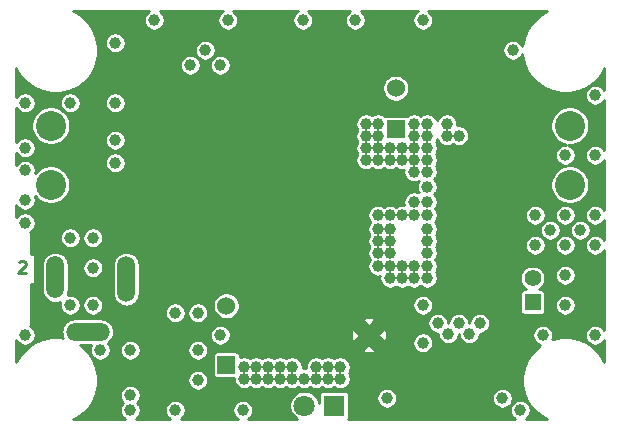
<source format=gbr>
G04 #@! TF.GenerationSoftware,KiCad,Pcbnew,5.1.6-c6e7f7d~87~ubuntu18.04.1*
G04 #@! TF.CreationDate,2022-04-04T15:30:34+03:00*
G04 #@! TF.ProjectId,DCDC-50-5-12_Rev_A,44434443-2d35-4302-9d35-2d31325f5265,A*
G04 #@! TF.SameCoordinates,Original*
G04 #@! TF.FileFunction,Copper,L2,Inr*
G04 #@! TF.FilePolarity,Positive*
%FSLAX46Y46*%
G04 Gerber Fmt 4.6, Leading zero omitted, Abs format (unit mm)*
G04 Created by KiCad (PCBNEW 5.1.6-c6e7f7d~87~ubuntu18.04.1) date 2022-04-04 15:30:34*
%MOMM*%
%LPD*%
G01*
G04 APERTURE LIST*
G04 #@! TA.AperFunction,NonConductor*
%ADD10C,0.254000*%
G04 #@! TD*
G04 #@! TA.AperFunction,ViaPad*
%ADD11O,3.700000X1.500000*%
G04 #@! TD*
G04 #@! TA.AperFunction,ViaPad*
%ADD12O,1.500000X3.600000*%
G04 #@! TD*
G04 #@! TA.AperFunction,ViaPad*
%ADD13O,1.500000X3.900000*%
G04 #@! TD*
G04 #@! TA.AperFunction,ViaPad*
%ADD14C,2.540000*%
G04 #@! TD*
G04 #@! TA.AperFunction,ViaPad*
%ADD15R,1.800000X1.800000*%
G04 #@! TD*
G04 #@! TA.AperFunction,ViaPad*
%ADD16C,1.800000*%
G04 #@! TD*
G04 #@! TA.AperFunction,ViaPad*
%ADD17C,1.400000*%
G04 #@! TD*
G04 #@! TA.AperFunction,ViaPad*
%ADD18R,1.400000X1.400000*%
G04 #@! TD*
G04 #@! TA.AperFunction,ViaPad*
%ADD19C,1.524000*%
G04 #@! TD*
G04 #@! TA.AperFunction,ViaPad*
%ADD20R,1.524000X1.524000*%
G04 #@! TD*
G04 #@! TA.AperFunction,ViaPad*
%ADD21C,1.000000*%
G04 #@! TD*
G04 #@! TA.AperFunction,Conductor*
%ADD22C,0.254000*%
G04 #@! TD*
G04 APERTURE END LIST*
D10*
X117565714Y-85265380D02*
X117614095Y-85217000D01*
X117710857Y-85168619D01*
X117952761Y-85168619D01*
X118049523Y-85217000D01*
X118097904Y-85265380D01*
X118146285Y-85362142D01*
X118146285Y-85458904D01*
X118097904Y-85604047D01*
X117517333Y-86184619D01*
X118146285Y-86184619D01*
D11*
X123396000Y-91140000D03*
D12*
X120650000Y-86540000D03*
D13*
X126650000Y-86690000D03*
D14*
X164211000Y-73700000D03*
X164211000Y-78700000D03*
X120269000Y-78700000D03*
X120269000Y-73700000D03*
D15*
X144272000Y-97409000D03*
D16*
X141732000Y-97409000D03*
D17*
X161056320Y-86626700D03*
D18*
X161058860Y-88638380D03*
D19*
X135128000Y-88940000D03*
D20*
X135128000Y-93940000D03*
D19*
X149479000Y-70513000D03*
D20*
X149479000Y-74013000D03*
D16*
X147193000Y-91440000D03*
D21*
X142748000Y-94107000D03*
X143764000Y-94107000D03*
X144780000Y-94107000D03*
X141732000Y-95123000D03*
X142748000Y-95123000D03*
X143764000Y-95123000D03*
X144780000Y-95123000D03*
X140716000Y-94107000D03*
X140716000Y-95123000D03*
X139700000Y-94107000D03*
X139700000Y-95123000D03*
X138684000Y-94107000D03*
X138684000Y-95123000D03*
X137668000Y-94107000D03*
X137668000Y-95123000D03*
X151003000Y-80137000D03*
X151003000Y-81280000D03*
X149987000Y-81280000D03*
X152146000Y-81280000D03*
X152146000Y-82423000D03*
X152146000Y-83439000D03*
X152146000Y-84455000D03*
X152146000Y-85598000D03*
X151003000Y-85598000D03*
X149987000Y-85598000D03*
X152146000Y-80137000D03*
X152146000Y-78867000D03*
X152146000Y-77597000D03*
X151003000Y-77597000D03*
X148971000Y-81280000D03*
X148971000Y-82423000D03*
X148971000Y-83439000D03*
X148971000Y-84455000D03*
X148971000Y-85598000D03*
X147955000Y-83439000D03*
X147955000Y-81280000D03*
X147955000Y-82423000D03*
X147955000Y-84455000D03*
X147955000Y-85598000D03*
X152146000Y-86614000D03*
X151003000Y-86614000D03*
X149987000Y-86614000D03*
X148971000Y-86614000D03*
X151003000Y-76581000D03*
X152146000Y-76581000D03*
X151003000Y-75565000D03*
X152146000Y-75565000D03*
X152146000Y-74549000D03*
X151003000Y-74549000D03*
X152146000Y-73533000D03*
X151003000Y-73533000D03*
X149987000Y-75565000D03*
X148971000Y-75565000D03*
X147955000Y-75565000D03*
X147955000Y-74549000D03*
X147955000Y-73533000D03*
X146939000Y-74549000D03*
X146939000Y-73533000D03*
X146939000Y-75565000D03*
X149987000Y-76581000D03*
X148971000Y-76581000D03*
X147955000Y-76581000D03*
X146939000Y-76581000D03*
X136652000Y-95123000D03*
X136652000Y-94107000D03*
X153797000Y-73533000D03*
X154813000Y-74549000D03*
X153797000Y-74549000D03*
X153035000Y-90424000D03*
X154813000Y-90424000D03*
X156591000Y-90424000D03*
X153924000Y-91313000D03*
X155702000Y-91313000D03*
X166370000Y-71120000D03*
X166370000Y-76200000D03*
X166370000Y-81280000D03*
X166370000Y-83820000D03*
X166370000Y-91440000D03*
X163830000Y-76200000D03*
X163830000Y-81280000D03*
X163830000Y-83820000D03*
X163830000Y-86360000D03*
X163830000Y-88900000D03*
X135255000Y-64770000D03*
X141605000Y-64770000D03*
X146050000Y-64770000D03*
X151765000Y-64770000D03*
X129032000Y-64770000D03*
X118110000Y-71755000D03*
X118110000Y-75565000D03*
X118110000Y-77470000D03*
X118110000Y-80010000D03*
X118110000Y-81915000D03*
X123825000Y-83185000D03*
X123825000Y-85725000D03*
X123825000Y-88900000D03*
X130810000Y-89535000D03*
X132715000Y-92710000D03*
X132715000Y-95250000D03*
X118110000Y-91440000D03*
X133350000Y-67310000D03*
X134620000Y-68580000D03*
X132080000Y-68580000D03*
X125730000Y-66675000D03*
X159385000Y-67310000D03*
X165100000Y-82550000D03*
X162560000Y-82550000D03*
X161290000Y-81280000D03*
X161290000Y-83820000D03*
X161925000Y-91440000D03*
X160020000Y-97790000D03*
X151765000Y-92075000D03*
X151765000Y-88900000D03*
X127000000Y-92710000D03*
X124460000Y-92710000D03*
X127000000Y-96520000D03*
X127000000Y-97790000D03*
X130810000Y-97790000D03*
X136525000Y-97790000D03*
X121920000Y-83185000D03*
X121920000Y-88900000D03*
X121920000Y-71755000D03*
X125730000Y-71755000D03*
X125730000Y-74930000D03*
X125730000Y-76835000D03*
X132715000Y-89535000D03*
X134620000Y-91440000D03*
X148717000Y-96774000D03*
X158511240Y-96774000D03*
X147193000Y-89154000D03*
X148209000Y-89154000D03*
X146177000Y-89154000D03*
X146177000Y-93726000D03*
X147193000Y-93726000D03*
X148209000Y-93726000D03*
X143129000Y-90805000D03*
X142113000Y-90805000D03*
X141097000Y-90805000D03*
X148209000Y-94742000D03*
X147193000Y-94742000D03*
X146177000Y-94742000D03*
X140081000Y-90805000D03*
D22*
G36*
X128470395Y-64085682D02*
G01*
X128347682Y-64208395D01*
X128251268Y-64352690D01*
X128184856Y-64513022D01*
X128151000Y-64683229D01*
X128151000Y-64856771D01*
X128184856Y-65026978D01*
X128251268Y-65187310D01*
X128347682Y-65331605D01*
X128470395Y-65454318D01*
X128614690Y-65550732D01*
X128775022Y-65617144D01*
X128945229Y-65651000D01*
X129118771Y-65651000D01*
X129288978Y-65617144D01*
X129449310Y-65550732D01*
X129593605Y-65454318D01*
X129716318Y-65331605D01*
X129812732Y-65187310D01*
X129879144Y-65026978D01*
X129913000Y-64856771D01*
X129913000Y-64683229D01*
X129879144Y-64513022D01*
X129812732Y-64352690D01*
X129716318Y-64208395D01*
X129593605Y-64085682D01*
X129477345Y-64008000D01*
X134809655Y-64008000D01*
X134693395Y-64085682D01*
X134570682Y-64208395D01*
X134474268Y-64352690D01*
X134407856Y-64513022D01*
X134374000Y-64683229D01*
X134374000Y-64856771D01*
X134407856Y-65026978D01*
X134474268Y-65187310D01*
X134570682Y-65331605D01*
X134693395Y-65454318D01*
X134837690Y-65550732D01*
X134998022Y-65617144D01*
X135168229Y-65651000D01*
X135341771Y-65651000D01*
X135511978Y-65617144D01*
X135672310Y-65550732D01*
X135816605Y-65454318D01*
X135939318Y-65331605D01*
X136035732Y-65187310D01*
X136102144Y-65026978D01*
X136136000Y-64856771D01*
X136136000Y-64683229D01*
X136102144Y-64513022D01*
X136035732Y-64352690D01*
X135939318Y-64208395D01*
X135816605Y-64085682D01*
X135700345Y-64008000D01*
X141159655Y-64008000D01*
X141043395Y-64085682D01*
X140920682Y-64208395D01*
X140824268Y-64352690D01*
X140757856Y-64513022D01*
X140724000Y-64683229D01*
X140724000Y-64856771D01*
X140757856Y-65026978D01*
X140824268Y-65187310D01*
X140920682Y-65331605D01*
X141043395Y-65454318D01*
X141187690Y-65550732D01*
X141348022Y-65617144D01*
X141518229Y-65651000D01*
X141691771Y-65651000D01*
X141861978Y-65617144D01*
X142022310Y-65550732D01*
X142166605Y-65454318D01*
X142289318Y-65331605D01*
X142385732Y-65187310D01*
X142452144Y-65026978D01*
X142486000Y-64856771D01*
X142486000Y-64683229D01*
X142452144Y-64513022D01*
X142385732Y-64352690D01*
X142289318Y-64208395D01*
X142166605Y-64085682D01*
X142050345Y-64008000D01*
X145604655Y-64008000D01*
X145488395Y-64085682D01*
X145365682Y-64208395D01*
X145269268Y-64352690D01*
X145202856Y-64513022D01*
X145169000Y-64683229D01*
X145169000Y-64856771D01*
X145202856Y-65026978D01*
X145269268Y-65187310D01*
X145365682Y-65331605D01*
X145488395Y-65454318D01*
X145632690Y-65550732D01*
X145793022Y-65617144D01*
X145963229Y-65651000D01*
X146136771Y-65651000D01*
X146306978Y-65617144D01*
X146467310Y-65550732D01*
X146611605Y-65454318D01*
X146734318Y-65331605D01*
X146830732Y-65187310D01*
X146897144Y-65026978D01*
X146931000Y-64856771D01*
X146931000Y-64683229D01*
X146897144Y-64513022D01*
X146830732Y-64352690D01*
X146734318Y-64208395D01*
X146611605Y-64085682D01*
X146495345Y-64008000D01*
X151319655Y-64008000D01*
X151203395Y-64085682D01*
X151080682Y-64208395D01*
X150984268Y-64352690D01*
X150917856Y-64513022D01*
X150884000Y-64683229D01*
X150884000Y-64856771D01*
X150917856Y-65026978D01*
X150984268Y-65187310D01*
X151080682Y-65331605D01*
X151203395Y-65454318D01*
X151347690Y-65550732D01*
X151508022Y-65617144D01*
X151678229Y-65651000D01*
X151851771Y-65651000D01*
X152021978Y-65617144D01*
X152182310Y-65550732D01*
X152326605Y-65454318D01*
X152449318Y-65331605D01*
X152545732Y-65187310D01*
X152612144Y-65026978D01*
X152646000Y-64856771D01*
X152646000Y-64683229D01*
X152612144Y-64513022D01*
X152545732Y-64352690D01*
X152449318Y-64208395D01*
X152326605Y-64085682D01*
X152210345Y-64008000D01*
X162323924Y-64008000D01*
X162111971Y-64095794D01*
X161517922Y-64492725D01*
X161012725Y-64997922D01*
X160615794Y-65591971D01*
X160342383Y-66252043D01*
X160203000Y-66952772D01*
X160203000Y-66982662D01*
X160165732Y-66892690D01*
X160069318Y-66748395D01*
X159946605Y-66625682D01*
X159802310Y-66529268D01*
X159641978Y-66462856D01*
X159471771Y-66429000D01*
X159298229Y-66429000D01*
X159128022Y-66462856D01*
X158967690Y-66529268D01*
X158823395Y-66625682D01*
X158700682Y-66748395D01*
X158604268Y-66892690D01*
X158537856Y-67053022D01*
X158504000Y-67223229D01*
X158504000Y-67396771D01*
X158537856Y-67566978D01*
X158604268Y-67727310D01*
X158700682Y-67871605D01*
X158823395Y-67994318D01*
X158967690Y-68090732D01*
X159128022Y-68157144D01*
X159298229Y-68191000D01*
X159471771Y-68191000D01*
X159641978Y-68157144D01*
X159802310Y-68090732D01*
X159946605Y-67994318D01*
X160069318Y-67871605D01*
X160165732Y-67727310D01*
X160203000Y-67637338D01*
X160203000Y-67667228D01*
X160342383Y-68367957D01*
X160615794Y-69028029D01*
X161012725Y-69622078D01*
X161517922Y-70127275D01*
X162111971Y-70524206D01*
X162772043Y-70797617D01*
X163472772Y-70937000D01*
X164187228Y-70937000D01*
X164887957Y-70797617D01*
X165548029Y-70524206D01*
X166142078Y-70127275D01*
X166647275Y-69622078D01*
X167044206Y-69028029D01*
X167132000Y-68816076D01*
X167132000Y-70674656D01*
X167054318Y-70558395D01*
X166931605Y-70435682D01*
X166787310Y-70339268D01*
X166626978Y-70272856D01*
X166456771Y-70239000D01*
X166283229Y-70239000D01*
X166113022Y-70272856D01*
X165952690Y-70339268D01*
X165808395Y-70435682D01*
X165685682Y-70558395D01*
X165589268Y-70702690D01*
X165522856Y-70863022D01*
X165489000Y-71033229D01*
X165489000Y-71206771D01*
X165522856Y-71376978D01*
X165589268Y-71537310D01*
X165685682Y-71681605D01*
X165808395Y-71804318D01*
X165952690Y-71900732D01*
X166113022Y-71967144D01*
X166283229Y-72001000D01*
X166456771Y-72001000D01*
X166626978Y-71967144D01*
X166787310Y-71900732D01*
X166931605Y-71804318D01*
X167054318Y-71681605D01*
X167132000Y-71565344D01*
X167132000Y-75754656D01*
X167054318Y-75638395D01*
X166931605Y-75515682D01*
X166787310Y-75419268D01*
X166626978Y-75352856D01*
X166456771Y-75319000D01*
X166283229Y-75319000D01*
X166113022Y-75352856D01*
X165952690Y-75419268D01*
X165808395Y-75515682D01*
X165685682Y-75638395D01*
X165589268Y-75782690D01*
X165522856Y-75943022D01*
X165489000Y-76113229D01*
X165489000Y-76286771D01*
X165522856Y-76456978D01*
X165589268Y-76617310D01*
X165685682Y-76761605D01*
X165808395Y-76884318D01*
X165952690Y-76980732D01*
X166113022Y-77047144D01*
X166283229Y-77081000D01*
X166456771Y-77081000D01*
X166626978Y-77047144D01*
X166787310Y-76980732D01*
X166931605Y-76884318D01*
X167054318Y-76761605D01*
X167132000Y-76645344D01*
X167132000Y-80834656D01*
X167054318Y-80718395D01*
X166931605Y-80595682D01*
X166787310Y-80499268D01*
X166626978Y-80432856D01*
X166456771Y-80399000D01*
X166283229Y-80399000D01*
X166113022Y-80432856D01*
X165952690Y-80499268D01*
X165808395Y-80595682D01*
X165685682Y-80718395D01*
X165589268Y-80862690D01*
X165522856Y-81023022D01*
X165489000Y-81193229D01*
X165489000Y-81366771D01*
X165522856Y-81536978D01*
X165589268Y-81697310D01*
X165685682Y-81841605D01*
X165808395Y-81964318D01*
X165952690Y-82060732D01*
X166113022Y-82127144D01*
X166283229Y-82161000D01*
X166456771Y-82161000D01*
X166626978Y-82127144D01*
X166787310Y-82060732D01*
X166931605Y-81964318D01*
X167054318Y-81841605D01*
X167132001Y-81725344D01*
X167132001Y-83374656D01*
X167054318Y-83258395D01*
X166931605Y-83135682D01*
X166787310Y-83039268D01*
X166626978Y-82972856D01*
X166456771Y-82939000D01*
X166283229Y-82939000D01*
X166113022Y-82972856D01*
X165952690Y-83039268D01*
X165808395Y-83135682D01*
X165685682Y-83258395D01*
X165589268Y-83402690D01*
X165522856Y-83563022D01*
X165489000Y-83733229D01*
X165489000Y-83906771D01*
X165522856Y-84076978D01*
X165589268Y-84237310D01*
X165685682Y-84381605D01*
X165808395Y-84504318D01*
X165952690Y-84600732D01*
X166113022Y-84667144D01*
X166283229Y-84701000D01*
X166456771Y-84701000D01*
X166626978Y-84667144D01*
X166787310Y-84600732D01*
X166931605Y-84504318D01*
X167054318Y-84381605D01*
X167132001Y-84265344D01*
X167132001Y-90994656D01*
X167054318Y-90878395D01*
X166931605Y-90755682D01*
X166787310Y-90659268D01*
X166626978Y-90592856D01*
X166456771Y-90559000D01*
X166283229Y-90559000D01*
X166113022Y-90592856D01*
X165952690Y-90659268D01*
X165808395Y-90755682D01*
X165685682Y-90878395D01*
X165589268Y-91022690D01*
X165522856Y-91183022D01*
X165489000Y-91353229D01*
X165489000Y-91526771D01*
X165522856Y-91696978D01*
X165589268Y-91857310D01*
X165685682Y-92001605D01*
X165808395Y-92124318D01*
X165952690Y-92220732D01*
X166113022Y-92287144D01*
X166283229Y-92321000D01*
X166456771Y-92321000D01*
X166626978Y-92287144D01*
X166787310Y-92220732D01*
X166931605Y-92124318D01*
X167054318Y-92001605D01*
X167132001Y-91885343D01*
X167132001Y-93743926D01*
X167044206Y-93531971D01*
X166647275Y-92937922D01*
X166142078Y-92432725D01*
X165548029Y-92035794D01*
X164887957Y-91762383D01*
X164187228Y-91623000D01*
X163472772Y-91623000D01*
X162772043Y-91762383D01*
X162739462Y-91775878D01*
X162772144Y-91696978D01*
X162806000Y-91526771D01*
X162806000Y-91353229D01*
X162772144Y-91183022D01*
X162705732Y-91022690D01*
X162609318Y-90878395D01*
X162486605Y-90755682D01*
X162342310Y-90659268D01*
X162181978Y-90592856D01*
X162011771Y-90559000D01*
X161838229Y-90559000D01*
X161668022Y-90592856D01*
X161507690Y-90659268D01*
X161363395Y-90755682D01*
X161240682Y-90878395D01*
X161144268Y-91022690D01*
X161077856Y-91183022D01*
X161044000Y-91353229D01*
X161044000Y-91526771D01*
X161077856Y-91696978D01*
X161144268Y-91857310D01*
X161240682Y-92001605D01*
X161363395Y-92124318D01*
X161507690Y-92220732D01*
X161668022Y-92287144D01*
X161720251Y-92297533D01*
X161517922Y-92432725D01*
X161012725Y-92937922D01*
X160615794Y-93531971D01*
X160342383Y-94192043D01*
X160203000Y-94892772D01*
X160203000Y-95607228D01*
X160342383Y-96307957D01*
X160615794Y-96968029D01*
X161012725Y-97562078D01*
X161517922Y-98067275D01*
X162111971Y-98464206D01*
X162323924Y-98552000D01*
X160465345Y-98552000D01*
X160581605Y-98474318D01*
X160704318Y-98351605D01*
X160800732Y-98207310D01*
X160867144Y-98046978D01*
X160901000Y-97876771D01*
X160901000Y-97703229D01*
X160867144Y-97533022D01*
X160800732Y-97372690D01*
X160704318Y-97228395D01*
X160581605Y-97105682D01*
X160437310Y-97009268D01*
X160276978Y-96942856D01*
X160106771Y-96909000D01*
X159933229Y-96909000D01*
X159763022Y-96942856D01*
X159602690Y-97009268D01*
X159458395Y-97105682D01*
X159335682Y-97228395D01*
X159239268Y-97372690D01*
X159172856Y-97533022D01*
X159139000Y-97703229D01*
X159139000Y-97876771D01*
X159172856Y-98046978D01*
X159239268Y-98207310D01*
X159335682Y-98351605D01*
X159458395Y-98474318D01*
X159574655Y-98552000D01*
X145465453Y-98552000D01*
X145490322Y-98521696D01*
X145525701Y-98455508D01*
X145547487Y-98383689D01*
X145554843Y-98309000D01*
X145554843Y-96687229D01*
X147836000Y-96687229D01*
X147836000Y-96860771D01*
X147869856Y-97030978D01*
X147936268Y-97191310D01*
X148032682Y-97335605D01*
X148155395Y-97458318D01*
X148299690Y-97554732D01*
X148460022Y-97621144D01*
X148630229Y-97655000D01*
X148803771Y-97655000D01*
X148973978Y-97621144D01*
X149134310Y-97554732D01*
X149278605Y-97458318D01*
X149401318Y-97335605D01*
X149497732Y-97191310D01*
X149564144Y-97030978D01*
X149598000Y-96860771D01*
X149598000Y-96687229D01*
X157630240Y-96687229D01*
X157630240Y-96860771D01*
X157664096Y-97030978D01*
X157730508Y-97191310D01*
X157826922Y-97335605D01*
X157949635Y-97458318D01*
X158093930Y-97554732D01*
X158254262Y-97621144D01*
X158424469Y-97655000D01*
X158598011Y-97655000D01*
X158768218Y-97621144D01*
X158928550Y-97554732D01*
X159072845Y-97458318D01*
X159195558Y-97335605D01*
X159291972Y-97191310D01*
X159358384Y-97030978D01*
X159392240Y-96860771D01*
X159392240Y-96687229D01*
X159358384Y-96517022D01*
X159291972Y-96356690D01*
X159195558Y-96212395D01*
X159072845Y-96089682D01*
X158928550Y-95993268D01*
X158768218Y-95926856D01*
X158598011Y-95893000D01*
X158424469Y-95893000D01*
X158254262Y-95926856D01*
X158093930Y-95993268D01*
X157949635Y-96089682D01*
X157826922Y-96212395D01*
X157730508Y-96356690D01*
X157664096Y-96517022D01*
X157630240Y-96687229D01*
X149598000Y-96687229D01*
X149564144Y-96517022D01*
X149497732Y-96356690D01*
X149401318Y-96212395D01*
X149278605Y-96089682D01*
X149134310Y-95993268D01*
X148973978Y-95926856D01*
X148803771Y-95893000D01*
X148630229Y-95893000D01*
X148460022Y-95926856D01*
X148299690Y-95993268D01*
X148155395Y-96089682D01*
X148032682Y-96212395D01*
X147936268Y-96356690D01*
X147869856Y-96517022D01*
X147836000Y-96687229D01*
X145554843Y-96687229D01*
X145554843Y-96509000D01*
X145547487Y-96434311D01*
X145525701Y-96362492D01*
X145490322Y-96296304D01*
X145442711Y-96238289D01*
X145384696Y-96190678D01*
X145318508Y-96155299D01*
X145246689Y-96133513D01*
X145172000Y-96126157D01*
X143372000Y-96126157D01*
X143297311Y-96133513D01*
X143225492Y-96155299D01*
X143159304Y-96190678D01*
X143101289Y-96238289D01*
X143053678Y-96296304D01*
X143018299Y-96362492D01*
X142996513Y-96434311D01*
X142989157Y-96509000D01*
X142989157Y-97162966D01*
X142963772Y-97035346D01*
X142867207Y-96802219D01*
X142727018Y-96592410D01*
X142548590Y-96413982D01*
X142338781Y-96273793D01*
X142105654Y-96177228D01*
X141858167Y-96128000D01*
X141605833Y-96128000D01*
X141358346Y-96177228D01*
X141125219Y-96273793D01*
X140915410Y-96413982D01*
X140736982Y-96592410D01*
X140596793Y-96802219D01*
X140500228Y-97035346D01*
X140451000Y-97282833D01*
X140451000Y-97535167D01*
X140500228Y-97782654D01*
X140596793Y-98015781D01*
X140736982Y-98225590D01*
X140915410Y-98404018D01*
X141125219Y-98544207D01*
X141144033Y-98552000D01*
X136970345Y-98552000D01*
X137086605Y-98474318D01*
X137209318Y-98351605D01*
X137305732Y-98207310D01*
X137372144Y-98046978D01*
X137406000Y-97876771D01*
X137406000Y-97703229D01*
X137372144Y-97533022D01*
X137305732Y-97372690D01*
X137209318Y-97228395D01*
X137086605Y-97105682D01*
X136942310Y-97009268D01*
X136781978Y-96942856D01*
X136611771Y-96909000D01*
X136438229Y-96909000D01*
X136268022Y-96942856D01*
X136107690Y-97009268D01*
X135963395Y-97105682D01*
X135840682Y-97228395D01*
X135744268Y-97372690D01*
X135677856Y-97533022D01*
X135644000Y-97703229D01*
X135644000Y-97876771D01*
X135677856Y-98046978D01*
X135744268Y-98207310D01*
X135840682Y-98351605D01*
X135963395Y-98474318D01*
X136079655Y-98552000D01*
X131255345Y-98552000D01*
X131371605Y-98474318D01*
X131494318Y-98351605D01*
X131590732Y-98207310D01*
X131657144Y-98046978D01*
X131691000Y-97876771D01*
X131691000Y-97703229D01*
X131657144Y-97533022D01*
X131590732Y-97372690D01*
X131494318Y-97228395D01*
X131371605Y-97105682D01*
X131227310Y-97009268D01*
X131066978Y-96942856D01*
X130896771Y-96909000D01*
X130723229Y-96909000D01*
X130553022Y-96942856D01*
X130392690Y-97009268D01*
X130248395Y-97105682D01*
X130125682Y-97228395D01*
X130029268Y-97372690D01*
X129962856Y-97533022D01*
X129929000Y-97703229D01*
X129929000Y-97876771D01*
X129962856Y-98046978D01*
X130029268Y-98207310D01*
X130125682Y-98351605D01*
X130248395Y-98474318D01*
X130364655Y-98552000D01*
X127445345Y-98552000D01*
X127561605Y-98474318D01*
X127684318Y-98351605D01*
X127780732Y-98207310D01*
X127847144Y-98046978D01*
X127881000Y-97876771D01*
X127881000Y-97703229D01*
X127847144Y-97533022D01*
X127780732Y-97372690D01*
X127684318Y-97228395D01*
X127610923Y-97155000D01*
X127684318Y-97081605D01*
X127780732Y-96937310D01*
X127847144Y-96776978D01*
X127881000Y-96606771D01*
X127881000Y-96433229D01*
X127847144Y-96263022D01*
X127780732Y-96102690D01*
X127684318Y-95958395D01*
X127561605Y-95835682D01*
X127417310Y-95739268D01*
X127256978Y-95672856D01*
X127086771Y-95639000D01*
X126913229Y-95639000D01*
X126743022Y-95672856D01*
X126582690Y-95739268D01*
X126438395Y-95835682D01*
X126315682Y-95958395D01*
X126219268Y-96102690D01*
X126152856Y-96263022D01*
X126119000Y-96433229D01*
X126119000Y-96606771D01*
X126152856Y-96776978D01*
X126219268Y-96937310D01*
X126315682Y-97081605D01*
X126389077Y-97155000D01*
X126315682Y-97228395D01*
X126219268Y-97372690D01*
X126152856Y-97533022D01*
X126119000Y-97703229D01*
X126119000Y-97876771D01*
X126152856Y-98046978D01*
X126219268Y-98207310D01*
X126315682Y-98351605D01*
X126438395Y-98474318D01*
X126554655Y-98552000D01*
X122156076Y-98552000D01*
X122368029Y-98464206D01*
X122962078Y-98067275D01*
X123467275Y-97562078D01*
X123864206Y-96968029D01*
X124137617Y-96307957D01*
X124277000Y-95607228D01*
X124277000Y-95163229D01*
X131834000Y-95163229D01*
X131834000Y-95336771D01*
X131867856Y-95506978D01*
X131934268Y-95667310D01*
X132030682Y-95811605D01*
X132153395Y-95934318D01*
X132297690Y-96030732D01*
X132458022Y-96097144D01*
X132628229Y-96131000D01*
X132801771Y-96131000D01*
X132971978Y-96097144D01*
X133132310Y-96030732D01*
X133276605Y-95934318D01*
X133399318Y-95811605D01*
X133495732Y-95667310D01*
X133562144Y-95506978D01*
X133596000Y-95336771D01*
X133596000Y-95163229D01*
X133562144Y-94993022D01*
X133495732Y-94832690D01*
X133399318Y-94688395D01*
X133276605Y-94565682D01*
X133132310Y-94469268D01*
X132971978Y-94402856D01*
X132801771Y-94369000D01*
X132628229Y-94369000D01*
X132458022Y-94402856D01*
X132297690Y-94469268D01*
X132153395Y-94565682D01*
X132030682Y-94688395D01*
X131934268Y-94832690D01*
X131867856Y-94993022D01*
X131834000Y-95163229D01*
X124277000Y-95163229D01*
X124277000Y-94892772D01*
X124137617Y-94192043D01*
X123864206Y-93531971D01*
X123467275Y-92937922D01*
X122962078Y-92432725D01*
X122720040Y-92271000D01*
X123693761Y-92271000D01*
X123679268Y-92292690D01*
X123612856Y-92453022D01*
X123579000Y-92623229D01*
X123579000Y-92796771D01*
X123612856Y-92966978D01*
X123679268Y-93127310D01*
X123775682Y-93271605D01*
X123898395Y-93394318D01*
X124042690Y-93490732D01*
X124203022Y-93557144D01*
X124373229Y-93591000D01*
X124546771Y-93591000D01*
X124716978Y-93557144D01*
X124877310Y-93490732D01*
X125021605Y-93394318D01*
X125144318Y-93271605D01*
X125240732Y-93127310D01*
X125307144Y-92966978D01*
X125341000Y-92796771D01*
X125341000Y-92623229D01*
X126119000Y-92623229D01*
X126119000Y-92796771D01*
X126152856Y-92966978D01*
X126219268Y-93127310D01*
X126315682Y-93271605D01*
X126438395Y-93394318D01*
X126582690Y-93490732D01*
X126743022Y-93557144D01*
X126913229Y-93591000D01*
X127086771Y-93591000D01*
X127256978Y-93557144D01*
X127417310Y-93490732D01*
X127561605Y-93394318D01*
X127684318Y-93271605D01*
X127780732Y-93127310D01*
X127847144Y-92966978D01*
X127881000Y-92796771D01*
X127881000Y-92623229D01*
X131834000Y-92623229D01*
X131834000Y-92796771D01*
X131867856Y-92966978D01*
X131934268Y-93127310D01*
X132030682Y-93271605D01*
X132153395Y-93394318D01*
X132297690Y-93490732D01*
X132458022Y-93557144D01*
X132628229Y-93591000D01*
X132801771Y-93591000D01*
X132971978Y-93557144D01*
X133132310Y-93490732D01*
X133276605Y-93394318D01*
X133399318Y-93271605D01*
X133461862Y-93178000D01*
X133983157Y-93178000D01*
X133983157Y-94702000D01*
X133990513Y-94776689D01*
X134012299Y-94848508D01*
X134047678Y-94914696D01*
X134095289Y-94972711D01*
X134153304Y-95020322D01*
X134219492Y-95055701D01*
X134291311Y-95077487D01*
X134366000Y-95084843D01*
X135771000Y-95084843D01*
X135771000Y-95209771D01*
X135804856Y-95379978D01*
X135871268Y-95540310D01*
X135967682Y-95684605D01*
X136090395Y-95807318D01*
X136234690Y-95903732D01*
X136395022Y-95970144D01*
X136565229Y-96004000D01*
X136738771Y-96004000D01*
X136908978Y-95970144D01*
X137069310Y-95903732D01*
X137160000Y-95843135D01*
X137250690Y-95903732D01*
X137411022Y-95970144D01*
X137581229Y-96004000D01*
X137754771Y-96004000D01*
X137924978Y-95970144D01*
X138085310Y-95903732D01*
X138176000Y-95843135D01*
X138266690Y-95903732D01*
X138427022Y-95970144D01*
X138597229Y-96004000D01*
X138770771Y-96004000D01*
X138940978Y-95970144D01*
X139101310Y-95903732D01*
X139192000Y-95843135D01*
X139282690Y-95903732D01*
X139443022Y-95970144D01*
X139613229Y-96004000D01*
X139786771Y-96004000D01*
X139956978Y-95970144D01*
X140117310Y-95903732D01*
X140208000Y-95843135D01*
X140298690Y-95903732D01*
X140459022Y-95970144D01*
X140629229Y-96004000D01*
X140802771Y-96004000D01*
X140972978Y-95970144D01*
X141133310Y-95903732D01*
X141224000Y-95843135D01*
X141314690Y-95903732D01*
X141475022Y-95970144D01*
X141645229Y-96004000D01*
X141818771Y-96004000D01*
X141988978Y-95970144D01*
X142149310Y-95903732D01*
X142240000Y-95843135D01*
X142330690Y-95903732D01*
X142491022Y-95970144D01*
X142661229Y-96004000D01*
X142834771Y-96004000D01*
X143004978Y-95970144D01*
X143165310Y-95903732D01*
X143256000Y-95843135D01*
X143346690Y-95903732D01*
X143507022Y-95970144D01*
X143677229Y-96004000D01*
X143850771Y-96004000D01*
X144020978Y-95970144D01*
X144181310Y-95903732D01*
X144272000Y-95843135D01*
X144362690Y-95903732D01*
X144523022Y-95970144D01*
X144693229Y-96004000D01*
X144866771Y-96004000D01*
X145036978Y-95970144D01*
X145197310Y-95903732D01*
X145341605Y-95807318D01*
X145464318Y-95684605D01*
X145560732Y-95540310D01*
X145627144Y-95379978D01*
X145661000Y-95209771D01*
X145661000Y-95036229D01*
X145627144Y-94866022D01*
X145560732Y-94705690D01*
X145500135Y-94615000D01*
X145560732Y-94524310D01*
X145627144Y-94363978D01*
X145661000Y-94193771D01*
X145661000Y-94020229D01*
X145627144Y-93850022D01*
X145560732Y-93689690D01*
X145464318Y-93545395D01*
X145341605Y-93422682D01*
X145197310Y-93326268D01*
X145036978Y-93259856D01*
X144866771Y-93226000D01*
X144693229Y-93226000D01*
X144523022Y-93259856D01*
X144362690Y-93326268D01*
X144272000Y-93386865D01*
X144181310Y-93326268D01*
X144020978Y-93259856D01*
X143850771Y-93226000D01*
X143677229Y-93226000D01*
X143507022Y-93259856D01*
X143346690Y-93326268D01*
X143256000Y-93386865D01*
X143165310Y-93326268D01*
X143004978Y-93259856D01*
X142834771Y-93226000D01*
X142661229Y-93226000D01*
X142491022Y-93259856D01*
X142330690Y-93326268D01*
X142186395Y-93422682D01*
X142063682Y-93545395D01*
X141967268Y-93689690D01*
X141900856Y-93850022D01*
X141867000Y-94020229D01*
X141867000Y-94193771D01*
X141878975Y-94253975D01*
X141818771Y-94242000D01*
X141645229Y-94242000D01*
X141585025Y-94253975D01*
X141597000Y-94193771D01*
X141597000Y-94020229D01*
X141563144Y-93850022D01*
X141496732Y-93689690D01*
X141400318Y-93545395D01*
X141277605Y-93422682D01*
X141133310Y-93326268D01*
X140972978Y-93259856D01*
X140802771Y-93226000D01*
X140629229Y-93226000D01*
X140459022Y-93259856D01*
X140298690Y-93326268D01*
X140208000Y-93386865D01*
X140117310Y-93326268D01*
X139956978Y-93259856D01*
X139786771Y-93226000D01*
X139613229Y-93226000D01*
X139443022Y-93259856D01*
X139282690Y-93326268D01*
X139192000Y-93386865D01*
X139101310Y-93326268D01*
X138940978Y-93259856D01*
X138770771Y-93226000D01*
X138597229Y-93226000D01*
X138427022Y-93259856D01*
X138266690Y-93326268D01*
X138176000Y-93386865D01*
X138085310Y-93326268D01*
X137924978Y-93259856D01*
X137754771Y-93226000D01*
X137581229Y-93226000D01*
X137411022Y-93259856D01*
X137250690Y-93326268D01*
X137160000Y-93386865D01*
X137069310Y-93326268D01*
X136908978Y-93259856D01*
X136738771Y-93226000D01*
X136565229Y-93226000D01*
X136395022Y-93259856D01*
X136272843Y-93310464D01*
X136272843Y-93178000D01*
X136265487Y-93103311D01*
X136243701Y-93031492D01*
X136208322Y-92965304D01*
X136160711Y-92907289D01*
X136102696Y-92859678D01*
X136036508Y-92824299D01*
X135964689Y-92802513D01*
X135890000Y-92795157D01*
X134366000Y-92795157D01*
X134291311Y-92802513D01*
X134219492Y-92824299D01*
X134153304Y-92859678D01*
X134095289Y-92907289D01*
X134047678Y-92965304D01*
X134012299Y-93031492D01*
X133990513Y-93103311D01*
X133983157Y-93178000D01*
X133461862Y-93178000D01*
X133495732Y-93127310D01*
X133562144Y-92966978D01*
X133596000Y-92796771D01*
X133596000Y-92709292D01*
X146642128Y-92709292D01*
X146747947Y-92916824D01*
X147044613Y-92975272D01*
X147346981Y-92974722D01*
X147638053Y-92916824D01*
X147743872Y-92709292D01*
X147193000Y-92158420D01*
X146642128Y-92709292D01*
X133596000Y-92709292D01*
X133596000Y-92623229D01*
X133562144Y-92453022D01*
X133495732Y-92292690D01*
X133399318Y-92148395D01*
X133276605Y-92025682D01*
X133132310Y-91929268D01*
X132971978Y-91862856D01*
X132801771Y-91829000D01*
X132628229Y-91829000D01*
X132458022Y-91862856D01*
X132297690Y-91929268D01*
X132153395Y-92025682D01*
X132030682Y-92148395D01*
X131934268Y-92292690D01*
X131867856Y-92453022D01*
X131834000Y-92623229D01*
X127881000Y-92623229D01*
X127847144Y-92453022D01*
X127780732Y-92292690D01*
X127684318Y-92148395D01*
X127561605Y-92025682D01*
X127417310Y-91929268D01*
X127256978Y-91862856D01*
X127086771Y-91829000D01*
X126913229Y-91829000D01*
X126743022Y-91862856D01*
X126582690Y-91929268D01*
X126438395Y-92025682D01*
X126315682Y-92148395D01*
X126219268Y-92292690D01*
X126152856Y-92453022D01*
X126119000Y-92623229D01*
X125341000Y-92623229D01*
X125307144Y-92453022D01*
X125240732Y-92292690D01*
X125144318Y-92148395D01*
X125097071Y-92101148D01*
X125127390Y-92084942D01*
X125299607Y-91943607D01*
X125440942Y-91771390D01*
X125545963Y-91574909D01*
X125610635Y-91361715D01*
X125611470Y-91353229D01*
X133739000Y-91353229D01*
X133739000Y-91526771D01*
X133772856Y-91696978D01*
X133839268Y-91857310D01*
X133935682Y-92001605D01*
X134058395Y-92124318D01*
X134202690Y-92220732D01*
X134363022Y-92287144D01*
X134533229Y-92321000D01*
X134706771Y-92321000D01*
X134876978Y-92287144D01*
X135037310Y-92220732D01*
X135181605Y-92124318D01*
X135304318Y-92001605D01*
X135400732Y-91857310D01*
X135467144Y-91696978D01*
X135501000Y-91526771D01*
X135501000Y-91353229D01*
X135488744Y-91291613D01*
X145657728Y-91291613D01*
X145658278Y-91593981D01*
X145716176Y-91885053D01*
X145923708Y-91990872D01*
X146474580Y-91440000D01*
X147911420Y-91440000D01*
X148462292Y-91990872D01*
X148467475Y-91988229D01*
X150884000Y-91988229D01*
X150884000Y-92161771D01*
X150917856Y-92331978D01*
X150984268Y-92492310D01*
X151080682Y-92636605D01*
X151203395Y-92759318D01*
X151347690Y-92855732D01*
X151508022Y-92922144D01*
X151678229Y-92956000D01*
X151851771Y-92956000D01*
X152021978Y-92922144D01*
X152182310Y-92855732D01*
X152326605Y-92759318D01*
X152449318Y-92636605D01*
X152545732Y-92492310D01*
X152612144Y-92331978D01*
X152646000Y-92161771D01*
X152646000Y-91988229D01*
X152612144Y-91818022D01*
X152545732Y-91657690D01*
X152449318Y-91513395D01*
X152326605Y-91390682D01*
X152182310Y-91294268D01*
X152021978Y-91227856D01*
X151851771Y-91194000D01*
X151678229Y-91194000D01*
X151508022Y-91227856D01*
X151347690Y-91294268D01*
X151203395Y-91390682D01*
X151080682Y-91513395D01*
X150984268Y-91657690D01*
X150917856Y-91818022D01*
X150884000Y-91988229D01*
X148467475Y-91988229D01*
X148669824Y-91885053D01*
X148728272Y-91588387D01*
X148727722Y-91286019D01*
X148669824Y-90994947D01*
X148462292Y-90889128D01*
X147911420Y-91440000D01*
X146474580Y-91440000D01*
X145923708Y-90889128D01*
X145716176Y-90994947D01*
X145657728Y-91291613D01*
X135488744Y-91291613D01*
X135467144Y-91183022D01*
X135400732Y-91022690D01*
X135304318Y-90878395D01*
X135181605Y-90755682D01*
X135037310Y-90659268D01*
X134876978Y-90592856D01*
X134706771Y-90559000D01*
X134533229Y-90559000D01*
X134363022Y-90592856D01*
X134202690Y-90659268D01*
X134058395Y-90755682D01*
X133935682Y-90878395D01*
X133839268Y-91022690D01*
X133772856Y-91183022D01*
X133739000Y-91353229D01*
X125611470Y-91353229D01*
X125632472Y-91140000D01*
X125610635Y-90918285D01*
X125545963Y-90705091D01*
X125440942Y-90508610D01*
X125299607Y-90336393D01*
X125127390Y-90195058D01*
X124930909Y-90090037D01*
X124717715Y-90025365D01*
X124551558Y-90009000D01*
X122240442Y-90009000D01*
X122074285Y-90025365D01*
X121861091Y-90090037D01*
X121664610Y-90195058D01*
X121492393Y-90336393D01*
X121351058Y-90508610D01*
X121246037Y-90705091D01*
X121181365Y-90918285D01*
X121159528Y-91140000D01*
X121181365Y-91361715D01*
X121246037Y-91574909D01*
X121303211Y-91681874D01*
X121007228Y-91623000D01*
X120292772Y-91623000D01*
X119592043Y-91762383D01*
X118931971Y-92035794D01*
X118337922Y-92432725D01*
X117832725Y-92937922D01*
X117435794Y-93531971D01*
X117348000Y-93743924D01*
X117348000Y-91885345D01*
X117425682Y-92001605D01*
X117548395Y-92124318D01*
X117692690Y-92220732D01*
X117853022Y-92287144D01*
X118023229Y-92321000D01*
X118196771Y-92321000D01*
X118366978Y-92287144D01*
X118527310Y-92220732D01*
X118671605Y-92124318D01*
X118794318Y-92001605D01*
X118890732Y-91857310D01*
X118957144Y-91696978D01*
X118991000Y-91526771D01*
X118991000Y-91353229D01*
X118957144Y-91183022D01*
X118890732Y-91022690D01*
X118794318Y-90878395D01*
X118671605Y-90755682D01*
X118540310Y-90667954D01*
X118561557Y-90656597D01*
X118580803Y-90640803D01*
X118596597Y-90621557D01*
X118608333Y-90599601D01*
X118615560Y-90575776D01*
X118618000Y-90551000D01*
X118618000Y-87088980D01*
X118958935Y-87088980D01*
X118958935Y-85434443D01*
X119519000Y-85434443D01*
X119519001Y-87645558D01*
X119535366Y-87811715D01*
X119600038Y-88024909D01*
X119705059Y-88221390D01*
X119846394Y-88393607D01*
X120018611Y-88534942D01*
X120215092Y-88639963D01*
X120428286Y-88704635D01*
X120650000Y-88726472D01*
X120871715Y-88704635D01*
X121072730Y-88643658D01*
X121039000Y-88813229D01*
X121039000Y-88986771D01*
X121072856Y-89156978D01*
X121139268Y-89317310D01*
X121235682Y-89461605D01*
X121358395Y-89584318D01*
X121502690Y-89680732D01*
X121663022Y-89747144D01*
X121833229Y-89781000D01*
X122006771Y-89781000D01*
X122176978Y-89747144D01*
X122337310Y-89680732D01*
X122481605Y-89584318D01*
X122604318Y-89461605D01*
X122700732Y-89317310D01*
X122767144Y-89156978D01*
X122801000Y-88986771D01*
X122801000Y-88813229D01*
X122944000Y-88813229D01*
X122944000Y-88986771D01*
X122977856Y-89156978D01*
X123044268Y-89317310D01*
X123140682Y-89461605D01*
X123263395Y-89584318D01*
X123407690Y-89680732D01*
X123568022Y-89747144D01*
X123738229Y-89781000D01*
X123911771Y-89781000D01*
X124081978Y-89747144D01*
X124242310Y-89680732D01*
X124386605Y-89584318D01*
X124509318Y-89461605D01*
X124518255Y-89448229D01*
X129929000Y-89448229D01*
X129929000Y-89621771D01*
X129962856Y-89791978D01*
X130029268Y-89952310D01*
X130125682Y-90096605D01*
X130248395Y-90219318D01*
X130392690Y-90315732D01*
X130553022Y-90382144D01*
X130723229Y-90416000D01*
X130896771Y-90416000D01*
X131066978Y-90382144D01*
X131227310Y-90315732D01*
X131371605Y-90219318D01*
X131494318Y-90096605D01*
X131590732Y-89952310D01*
X131657144Y-89791978D01*
X131691000Y-89621771D01*
X131691000Y-89448229D01*
X131834000Y-89448229D01*
X131834000Y-89621771D01*
X131867856Y-89791978D01*
X131934268Y-89952310D01*
X132030682Y-90096605D01*
X132153395Y-90219318D01*
X132297690Y-90315732D01*
X132458022Y-90382144D01*
X132628229Y-90416000D01*
X132801771Y-90416000D01*
X132971978Y-90382144D01*
X133132310Y-90315732D01*
X133276605Y-90219318D01*
X133325215Y-90170708D01*
X146642128Y-90170708D01*
X147193000Y-90721580D01*
X147577351Y-90337229D01*
X152154000Y-90337229D01*
X152154000Y-90510771D01*
X152187856Y-90680978D01*
X152254268Y-90841310D01*
X152350682Y-90985605D01*
X152473395Y-91108318D01*
X152617690Y-91204732D01*
X152778022Y-91271144D01*
X152948229Y-91305000D01*
X153043000Y-91305000D01*
X153043000Y-91399771D01*
X153076856Y-91569978D01*
X153143268Y-91730310D01*
X153239682Y-91874605D01*
X153362395Y-91997318D01*
X153506690Y-92093732D01*
X153667022Y-92160144D01*
X153837229Y-92194000D01*
X154010771Y-92194000D01*
X154180978Y-92160144D01*
X154341310Y-92093732D01*
X154485605Y-91997318D01*
X154608318Y-91874605D01*
X154704732Y-91730310D01*
X154771144Y-91569978D01*
X154805000Y-91399771D01*
X154805000Y-91305000D01*
X154821000Y-91305000D01*
X154821000Y-91399771D01*
X154854856Y-91569978D01*
X154921268Y-91730310D01*
X155017682Y-91874605D01*
X155140395Y-91997318D01*
X155284690Y-92093732D01*
X155445022Y-92160144D01*
X155615229Y-92194000D01*
X155788771Y-92194000D01*
X155958978Y-92160144D01*
X156119310Y-92093732D01*
X156263605Y-91997318D01*
X156386318Y-91874605D01*
X156482732Y-91730310D01*
X156549144Y-91569978D01*
X156583000Y-91399771D01*
X156583000Y-91305000D01*
X156677771Y-91305000D01*
X156847978Y-91271144D01*
X157008310Y-91204732D01*
X157152605Y-91108318D01*
X157275318Y-90985605D01*
X157371732Y-90841310D01*
X157438144Y-90680978D01*
X157472000Y-90510771D01*
X157472000Y-90337229D01*
X157438144Y-90167022D01*
X157371732Y-90006690D01*
X157275318Y-89862395D01*
X157152605Y-89739682D01*
X157008310Y-89643268D01*
X156847978Y-89576856D01*
X156677771Y-89543000D01*
X156504229Y-89543000D01*
X156334022Y-89576856D01*
X156173690Y-89643268D01*
X156029395Y-89739682D01*
X155906682Y-89862395D01*
X155810268Y-90006690D01*
X155743856Y-90167022D01*
X155710000Y-90337229D01*
X155710000Y-90432000D01*
X155694000Y-90432000D01*
X155694000Y-90337229D01*
X155660144Y-90167022D01*
X155593732Y-90006690D01*
X155497318Y-89862395D01*
X155374605Y-89739682D01*
X155230310Y-89643268D01*
X155069978Y-89576856D01*
X154899771Y-89543000D01*
X154726229Y-89543000D01*
X154556022Y-89576856D01*
X154395690Y-89643268D01*
X154251395Y-89739682D01*
X154128682Y-89862395D01*
X154032268Y-90006690D01*
X153965856Y-90167022D01*
X153932000Y-90337229D01*
X153932000Y-90432000D01*
X153916000Y-90432000D01*
X153916000Y-90337229D01*
X153882144Y-90167022D01*
X153815732Y-90006690D01*
X153719318Y-89862395D01*
X153596605Y-89739682D01*
X153452310Y-89643268D01*
X153291978Y-89576856D01*
X153121771Y-89543000D01*
X152948229Y-89543000D01*
X152778022Y-89576856D01*
X152617690Y-89643268D01*
X152473395Y-89739682D01*
X152350682Y-89862395D01*
X152254268Y-90006690D01*
X152187856Y-90167022D01*
X152154000Y-90337229D01*
X147577351Y-90337229D01*
X147743872Y-90170708D01*
X147638053Y-89963176D01*
X147341387Y-89904728D01*
X147039019Y-89905278D01*
X146747947Y-89963176D01*
X146642128Y-90170708D01*
X133325215Y-90170708D01*
X133399318Y-90096605D01*
X133495732Y-89952310D01*
X133562144Y-89791978D01*
X133596000Y-89621771D01*
X133596000Y-89448229D01*
X133562144Y-89278022D01*
X133495732Y-89117690D01*
X133399318Y-88973395D01*
X133276605Y-88850682D01*
X133241797Y-88827424D01*
X133985000Y-88827424D01*
X133985000Y-89052576D01*
X134028925Y-89273401D01*
X134115087Y-89481413D01*
X134240174Y-89668620D01*
X134399380Y-89827826D01*
X134586587Y-89952913D01*
X134794599Y-90039075D01*
X135015424Y-90083000D01*
X135240576Y-90083000D01*
X135461401Y-90039075D01*
X135669413Y-89952913D01*
X135856620Y-89827826D01*
X136015826Y-89668620D01*
X136140913Y-89481413D01*
X136227075Y-89273401D01*
X136271000Y-89052576D01*
X136271000Y-88827424D01*
X136268177Y-88813229D01*
X150884000Y-88813229D01*
X150884000Y-88986771D01*
X150917856Y-89156978D01*
X150984268Y-89317310D01*
X151080682Y-89461605D01*
X151203395Y-89584318D01*
X151347690Y-89680732D01*
X151508022Y-89747144D01*
X151678229Y-89781000D01*
X151851771Y-89781000D01*
X152021978Y-89747144D01*
X152182310Y-89680732D01*
X152326605Y-89584318D01*
X152449318Y-89461605D01*
X152545732Y-89317310D01*
X152612144Y-89156978D01*
X152646000Y-88986771D01*
X152646000Y-88813229D01*
X152612144Y-88643022D01*
X152545732Y-88482690D01*
X152449318Y-88338395D01*
X152326605Y-88215682D01*
X152182310Y-88119268D01*
X152021978Y-88052856D01*
X151851771Y-88019000D01*
X151678229Y-88019000D01*
X151508022Y-88052856D01*
X151347690Y-88119268D01*
X151203395Y-88215682D01*
X151080682Y-88338395D01*
X150984268Y-88482690D01*
X150917856Y-88643022D01*
X150884000Y-88813229D01*
X136268177Y-88813229D01*
X136227075Y-88606599D01*
X136140913Y-88398587D01*
X136015826Y-88211380D01*
X135856620Y-88052174D01*
X135669413Y-87927087D01*
X135461401Y-87840925D01*
X135240576Y-87797000D01*
X135015424Y-87797000D01*
X134794599Y-87840925D01*
X134586587Y-87927087D01*
X134399380Y-88052174D01*
X134240174Y-88211380D01*
X134115087Y-88398587D01*
X134028925Y-88606599D01*
X133985000Y-88827424D01*
X133241797Y-88827424D01*
X133132310Y-88754268D01*
X132971978Y-88687856D01*
X132801771Y-88654000D01*
X132628229Y-88654000D01*
X132458022Y-88687856D01*
X132297690Y-88754268D01*
X132153395Y-88850682D01*
X132030682Y-88973395D01*
X131934268Y-89117690D01*
X131867856Y-89278022D01*
X131834000Y-89448229D01*
X131691000Y-89448229D01*
X131657144Y-89278022D01*
X131590732Y-89117690D01*
X131494318Y-88973395D01*
X131371605Y-88850682D01*
X131227310Y-88754268D01*
X131066978Y-88687856D01*
X130896771Y-88654000D01*
X130723229Y-88654000D01*
X130553022Y-88687856D01*
X130392690Y-88754268D01*
X130248395Y-88850682D01*
X130125682Y-88973395D01*
X130029268Y-89117690D01*
X129962856Y-89278022D01*
X129929000Y-89448229D01*
X124518255Y-89448229D01*
X124605732Y-89317310D01*
X124672144Y-89156978D01*
X124706000Y-88986771D01*
X124706000Y-88813229D01*
X124672144Y-88643022D01*
X124605732Y-88482690D01*
X124509318Y-88338395D01*
X124386605Y-88215682D01*
X124242310Y-88119268D01*
X124081978Y-88052856D01*
X123911771Y-88019000D01*
X123738229Y-88019000D01*
X123568022Y-88052856D01*
X123407690Y-88119268D01*
X123263395Y-88215682D01*
X123140682Y-88338395D01*
X123044268Y-88482690D01*
X122977856Y-88643022D01*
X122944000Y-88813229D01*
X122801000Y-88813229D01*
X122767144Y-88643022D01*
X122700732Y-88482690D01*
X122604318Y-88338395D01*
X122481605Y-88215682D01*
X122337310Y-88119268D01*
X122176978Y-88052856D01*
X122006771Y-88019000D01*
X121833229Y-88019000D01*
X121687643Y-88047959D01*
X121699963Y-88024909D01*
X121764635Y-87811715D01*
X121781000Y-87645558D01*
X121781000Y-85638229D01*
X122944000Y-85638229D01*
X122944000Y-85811771D01*
X122977856Y-85981978D01*
X123044268Y-86142310D01*
X123140682Y-86286605D01*
X123263395Y-86409318D01*
X123407690Y-86505732D01*
X123568022Y-86572144D01*
X123738229Y-86606000D01*
X123911771Y-86606000D01*
X124081978Y-86572144D01*
X124242310Y-86505732D01*
X124386605Y-86409318D01*
X124509318Y-86286605D01*
X124605732Y-86142310D01*
X124672144Y-85981978D01*
X124706000Y-85811771D01*
X124706000Y-85638229D01*
X124672144Y-85468022D01*
X124658236Y-85434443D01*
X125519000Y-85434443D01*
X125519001Y-87945558D01*
X125535366Y-88111715D01*
X125600038Y-88324909D01*
X125705059Y-88521390D01*
X125846394Y-88693607D01*
X126018611Y-88834942D01*
X126215092Y-88939963D01*
X126428286Y-89004635D01*
X126650000Y-89026472D01*
X126871715Y-89004635D01*
X127084909Y-88939963D01*
X127281390Y-88834942D01*
X127453607Y-88693607D01*
X127594942Y-88521390D01*
X127699963Y-88324909D01*
X127764635Y-88111715D01*
X127781000Y-87945558D01*
X127781000Y-85434442D01*
X127764635Y-85268285D01*
X127699963Y-85055091D01*
X127594942Y-84858610D01*
X127453607Y-84686393D01*
X127281390Y-84545058D01*
X127084908Y-84440037D01*
X126871714Y-84375365D01*
X126650000Y-84353528D01*
X126428285Y-84375365D01*
X126215091Y-84440037D01*
X126018610Y-84545058D01*
X125846393Y-84686393D01*
X125705058Y-84858610D01*
X125600037Y-85055092D01*
X125535365Y-85268286D01*
X125519000Y-85434443D01*
X124658236Y-85434443D01*
X124605732Y-85307690D01*
X124509318Y-85163395D01*
X124386605Y-85040682D01*
X124242310Y-84944268D01*
X124081978Y-84877856D01*
X123911771Y-84844000D01*
X123738229Y-84844000D01*
X123568022Y-84877856D01*
X123407690Y-84944268D01*
X123263395Y-85040682D01*
X123140682Y-85163395D01*
X123044268Y-85307690D01*
X122977856Y-85468022D01*
X122944000Y-85638229D01*
X121781000Y-85638229D01*
X121781000Y-85434442D01*
X121764635Y-85268285D01*
X121699963Y-85055091D01*
X121594942Y-84858610D01*
X121453607Y-84686393D01*
X121281390Y-84545058D01*
X121084908Y-84440037D01*
X120871714Y-84375365D01*
X120650000Y-84353528D01*
X120428285Y-84375365D01*
X120215091Y-84440037D01*
X120018610Y-84545058D01*
X119846393Y-84686393D01*
X119705058Y-84858610D01*
X119600037Y-85055092D01*
X119535365Y-85268286D01*
X119519000Y-85434443D01*
X118958935Y-85434443D01*
X118958935Y-84548980D01*
X118618000Y-84548980D01*
X118618000Y-83098229D01*
X121039000Y-83098229D01*
X121039000Y-83271771D01*
X121072856Y-83441978D01*
X121139268Y-83602310D01*
X121235682Y-83746605D01*
X121358395Y-83869318D01*
X121502690Y-83965732D01*
X121663022Y-84032144D01*
X121833229Y-84066000D01*
X122006771Y-84066000D01*
X122176978Y-84032144D01*
X122337310Y-83965732D01*
X122481605Y-83869318D01*
X122604318Y-83746605D01*
X122700732Y-83602310D01*
X122767144Y-83441978D01*
X122801000Y-83271771D01*
X122801000Y-83098229D01*
X122944000Y-83098229D01*
X122944000Y-83271771D01*
X122977856Y-83441978D01*
X123044268Y-83602310D01*
X123140682Y-83746605D01*
X123263395Y-83869318D01*
X123407690Y-83965732D01*
X123568022Y-84032144D01*
X123738229Y-84066000D01*
X123911771Y-84066000D01*
X124081978Y-84032144D01*
X124242310Y-83965732D01*
X124386605Y-83869318D01*
X124509318Y-83746605D01*
X124605732Y-83602310D01*
X124672144Y-83441978D01*
X124706000Y-83271771D01*
X124706000Y-83098229D01*
X124672144Y-82928022D01*
X124605732Y-82767690D01*
X124509318Y-82623395D01*
X124386605Y-82500682D01*
X124242310Y-82404268D01*
X124081978Y-82337856D01*
X123911771Y-82304000D01*
X123738229Y-82304000D01*
X123568022Y-82337856D01*
X123407690Y-82404268D01*
X123263395Y-82500682D01*
X123140682Y-82623395D01*
X123044268Y-82767690D01*
X122977856Y-82928022D01*
X122944000Y-83098229D01*
X122801000Y-83098229D01*
X122767144Y-82928022D01*
X122700732Y-82767690D01*
X122604318Y-82623395D01*
X122481605Y-82500682D01*
X122337310Y-82404268D01*
X122176978Y-82337856D01*
X122006771Y-82304000D01*
X121833229Y-82304000D01*
X121663022Y-82337856D01*
X121502690Y-82404268D01*
X121358395Y-82500682D01*
X121235682Y-82623395D01*
X121139268Y-82767690D01*
X121072856Y-82928022D01*
X121039000Y-83098229D01*
X118618000Y-83098229D01*
X118618000Y-82804000D01*
X118615560Y-82779224D01*
X118608333Y-82755399D01*
X118596597Y-82733443D01*
X118580803Y-82714197D01*
X118561557Y-82698403D01*
X118540310Y-82687046D01*
X118671605Y-82599318D01*
X118794318Y-82476605D01*
X118890732Y-82332310D01*
X118957144Y-82171978D01*
X118991000Y-82001771D01*
X118991000Y-81828229D01*
X118957144Y-81658022D01*
X118890732Y-81497690D01*
X118794318Y-81353395D01*
X118671605Y-81230682D01*
X118527310Y-81134268D01*
X118366978Y-81067856D01*
X118196771Y-81034000D01*
X118023229Y-81034000D01*
X117853022Y-81067856D01*
X117692690Y-81134268D01*
X117548395Y-81230682D01*
X117425682Y-81353395D01*
X117348000Y-81469655D01*
X117348000Y-80455345D01*
X117425682Y-80571605D01*
X117548395Y-80694318D01*
X117692690Y-80790732D01*
X117853022Y-80857144D01*
X118023229Y-80891000D01*
X118196771Y-80891000D01*
X118366978Y-80857144D01*
X118527310Y-80790732D01*
X118671605Y-80694318D01*
X118794318Y-80571605D01*
X118890732Y-80427310D01*
X118957144Y-80266978D01*
X118991000Y-80096771D01*
X118991000Y-79923229D01*
X118957144Y-79753022D01*
X118908504Y-79635594D01*
X118986585Y-79752451D01*
X119216549Y-79982415D01*
X119486958Y-80163097D01*
X119787421Y-80287553D01*
X120106391Y-80351000D01*
X120431609Y-80351000D01*
X120750579Y-80287553D01*
X121051042Y-80163097D01*
X121321451Y-79982415D01*
X121551415Y-79752451D01*
X121732097Y-79482042D01*
X121856553Y-79181579D01*
X121920000Y-78862609D01*
X121920000Y-78537391D01*
X121856553Y-78218421D01*
X121732097Y-77917958D01*
X121551415Y-77647549D01*
X121321451Y-77417585D01*
X121051042Y-77236903D01*
X120750579Y-77112447D01*
X120431609Y-77049000D01*
X120106391Y-77049000D01*
X119787421Y-77112447D01*
X119486958Y-77236903D01*
X119216549Y-77417585D01*
X118986585Y-77647549D01*
X118967161Y-77676619D01*
X118991000Y-77556771D01*
X118991000Y-77383229D01*
X118957144Y-77213022D01*
X118890732Y-77052690D01*
X118794318Y-76908395D01*
X118671605Y-76785682D01*
X118615553Y-76748229D01*
X124849000Y-76748229D01*
X124849000Y-76921771D01*
X124882856Y-77091978D01*
X124949268Y-77252310D01*
X125045682Y-77396605D01*
X125168395Y-77519318D01*
X125312690Y-77615732D01*
X125473022Y-77682144D01*
X125643229Y-77716000D01*
X125816771Y-77716000D01*
X125986978Y-77682144D01*
X126147310Y-77615732D01*
X126291605Y-77519318D01*
X126414318Y-77396605D01*
X126510732Y-77252310D01*
X126577144Y-77091978D01*
X126611000Y-76921771D01*
X126611000Y-76748229D01*
X126577144Y-76578022D01*
X126510732Y-76417690D01*
X126414318Y-76273395D01*
X126291605Y-76150682D01*
X126147310Y-76054268D01*
X125986978Y-75987856D01*
X125816771Y-75954000D01*
X125643229Y-75954000D01*
X125473022Y-75987856D01*
X125312690Y-76054268D01*
X125168395Y-76150682D01*
X125045682Y-76273395D01*
X124949268Y-76417690D01*
X124882856Y-76578022D01*
X124849000Y-76748229D01*
X118615553Y-76748229D01*
X118527310Y-76689268D01*
X118366978Y-76622856D01*
X118196771Y-76589000D01*
X118023229Y-76589000D01*
X117853022Y-76622856D01*
X117692690Y-76689268D01*
X117548395Y-76785682D01*
X117425682Y-76908395D01*
X117348000Y-77024655D01*
X117348000Y-76010345D01*
X117425682Y-76126605D01*
X117548395Y-76249318D01*
X117692690Y-76345732D01*
X117853022Y-76412144D01*
X118023229Y-76446000D01*
X118196771Y-76446000D01*
X118366978Y-76412144D01*
X118527310Y-76345732D01*
X118671605Y-76249318D01*
X118794318Y-76126605D01*
X118890732Y-75982310D01*
X118957144Y-75821978D01*
X118991000Y-75651771D01*
X118991000Y-75478229D01*
X118957144Y-75308022D01*
X118890732Y-75147690D01*
X118794318Y-75003395D01*
X118671605Y-74880682D01*
X118527310Y-74784268D01*
X118366978Y-74717856D01*
X118196771Y-74684000D01*
X118023229Y-74684000D01*
X117853022Y-74717856D01*
X117692690Y-74784268D01*
X117548395Y-74880682D01*
X117425682Y-75003395D01*
X117348000Y-75119655D01*
X117348000Y-73537391D01*
X118618000Y-73537391D01*
X118618000Y-73862609D01*
X118681447Y-74181579D01*
X118805903Y-74482042D01*
X118986585Y-74752451D01*
X119216549Y-74982415D01*
X119486958Y-75163097D01*
X119787421Y-75287553D01*
X120106391Y-75351000D01*
X120431609Y-75351000D01*
X120750579Y-75287553D01*
X121051042Y-75163097D01*
X121321451Y-74982415D01*
X121460637Y-74843229D01*
X124849000Y-74843229D01*
X124849000Y-75016771D01*
X124882856Y-75186978D01*
X124949268Y-75347310D01*
X125045682Y-75491605D01*
X125168395Y-75614318D01*
X125312690Y-75710732D01*
X125473022Y-75777144D01*
X125643229Y-75811000D01*
X125816771Y-75811000D01*
X125986978Y-75777144D01*
X126147310Y-75710732D01*
X126291605Y-75614318D01*
X126414318Y-75491605D01*
X126510732Y-75347310D01*
X126577144Y-75186978D01*
X126611000Y-75016771D01*
X126611000Y-74843229D01*
X126577144Y-74673022D01*
X126510732Y-74512690D01*
X126414318Y-74368395D01*
X126291605Y-74245682D01*
X126147310Y-74149268D01*
X125986978Y-74082856D01*
X125816771Y-74049000D01*
X125643229Y-74049000D01*
X125473022Y-74082856D01*
X125312690Y-74149268D01*
X125168395Y-74245682D01*
X125045682Y-74368395D01*
X124949268Y-74512690D01*
X124882856Y-74673022D01*
X124849000Y-74843229D01*
X121460637Y-74843229D01*
X121551415Y-74752451D01*
X121732097Y-74482042D01*
X121856553Y-74181579D01*
X121920000Y-73862609D01*
X121920000Y-73537391D01*
X121901867Y-73446229D01*
X146058000Y-73446229D01*
X146058000Y-73619771D01*
X146091856Y-73789978D01*
X146158268Y-73950310D01*
X146218865Y-74041000D01*
X146158268Y-74131690D01*
X146091856Y-74292022D01*
X146058000Y-74462229D01*
X146058000Y-74635771D01*
X146091856Y-74805978D01*
X146158268Y-74966310D01*
X146218865Y-75057000D01*
X146158268Y-75147690D01*
X146091856Y-75308022D01*
X146058000Y-75478229D01*
X146058000Y-75651771D01*
X146091856Y-75821978D01*
X146158268Y-75982310D01*
X146218865Y-76073000D01*
X146158268Y-76163690D01*
X146091856Y-76324022D01*
X146058000Y-76494229D01*
X146058000Y-76667771D01*
X146091856Y-76837978D01*
X146158268Y-76998310D01*
X146254682Y-77142605D01*
X146377395Y-77265318D01*
X146521690Y-77361732D01*
X146682022Y-77428144D01*
X146852229Y-77462000D01*
X147025771Y-77462000D01*
X147195978Y-77428144D01*
X147356310Y-77361732D01*
X147447000Y-77301135D01*
X147537690Y-77361732D01*
X147698022Y-77428144D01*
X147868229Y-77462000D01*
X148041771Y-77462000D01*
X148211978Y-77428144D01*
X148372310Y-77361732D01*
X148463000Y-77301135D01*
X148553690Y-77361732D01*
X148714022Y-77428144D01*
X148884229Y-77462000D01*
X149057771Y-77462000D01*
X149227978Y-77428144D01*
X149388310Y-77361732D01*
X149479000Y-77301135D01*
X149569690Y-77361732D01*
X149730022Y-77428144D01*
X149900229Y-77462000D01*
X150073771Y-77462000D01*
X150133975Y-77450025D01*
X150122000Y-77510229D01*
X150122000Y-77683771D01*
X150155856Y-77853978D01*
X150222268Y-78014310D01*
X150318682Y-78158605D01*
X150441395Y-78281318D01*
X150585690Y-78377732D01*
X150746022Y-78444144D01*
X150916229Y-78478000D01*
X151089771Y-78478000D01*
X151259978Y-78444144D01*
X151410684Y-78381719D01*
X151365268Y-78449690D01*
X151298856Y-78610022D01*
X151265000Y-78780229D01*
X151265000Y-78953771D01*
X151298856Y-79123978D01*
X151365268Y-79284310D01*
X151410684Y-79352281D01*
X151259978Y-79289856D01*
X151089771Y-79256000D01*
X150916229Y-79256000D01*
X150746022Y-79289856D01*
X150585690Y-79356268D01*
X150441395Y-79452682D01*
X150318682Y-79575395D01*
X150222268Y-79719690D01*
X150155856Y-79880022D01*
X150122000Y-80050229D01*
X150122000Y-80223771D01*
X150155856Y-80393978D01*
X150165493Y-80417245D01*
X150073771Y-80399000D01*
X149900229Y-80399000D01*
X149730022Y-80432856D01*
X149569690Y-80499268D01*
X149479000Y-80559865D01*
X149388310Y-80499268D01*
X149227978Y-80432856D01*
X149057771Y-80399000D01*
X148884229Y-80399000D01*
X148714022Y-80432856D01*
X148553690Y-80499268D01*
X148463000Y-80559865D01*
X148372310Y-80499268D01*
X148211978Y-80432856D01*
X148041771Y-80399000D01*
X147868229Y-80399000D01*
X147698022Y-80432856D01*
X147537690Y-80499268D01*
X147393395Y-80595682D01*
X147270682Y-80718395D01*
X147174268Y-80862690D01*
X147107856Y-81023022D01*
X147074000Y-81193229D01*
X147074000Y-81366771D01*
X147107856Y-81536978D01*
X147174268Y-81697310D01*
X147270682Y-81841605D01*
X147280577Y-81851500D01*
X147270682Y-81861395D01*
X147174268Y-82005690D01*
X147107856Y-82166022D01*
X147074000Y-82336229D01*
X147074000Y-82509771D01*
X147107856Y-82679978D01*
X147174268Y-82840310D01*
X147234865Y-82931000D01*
X147174268Y-83021690D01*
X147107856Y-83182022D01*
X147074000Y-83352229D01*
X147074000Y-83525771D01*
X147107856Y-83695978D01*
X147174268Y-83856310D01*
X147234865Y-83947000D01*
X147174268Y-84037690D01*
X147107856Y-84198022D01*
X147074000Y-84368229D01*
X147074000Y-84541771D01*
X147107856Y-84711978D01*
X147174268Y-84872310D01*
X147270682Y-85016605D01*
X147280577Y-85026500D01*
X147270682Y-85036395D01*
X147174268Y-85180690D01*
X147107856Y-85341022D01*
X147074000Y-85511229D01*
X147074000Y-85684771D01*
X147107856Y-85854978D01*
X147174268Y-86015310D01*
X147270682Y-86159605D01*
X147393395Y-86282318D01*
X147537690Y-86378732D01*
X147698022Y-86445144D01*
X147868229Y-86479000D01*
X148041771Y-86479000D01*
X148101975Y-86467025D01*
X148090000Y-86527229D01*
X148090000Y-86700771D01*
X148123856Y-86870978D01*
X148190268Y-87031310D01*
X148286682Y-87175605D01*
X148409395Y-87298318D01*
X148553690Y-87394732D01*
X148714022Y-87461144D01*
X148884229Y-87495000D01*
X149057771Y-87495000D01*
X149227978Y-87461144D01*
X149388310Y-87394732D01*
X149479000Y-87334135D01*
X149569690Y-87394732D01*
X149730022Y-87461144D01*
X149900229Y-87495000D01*
X150073771Y-87495000D01*
X150243978Y-87461144D01*
X150404310Y-87394732D01*
X150495000Y-87334135D01*
X150585690Y-87394732D01*
X150746022Y-87461144D01*
X150916229Y-87495000D01*
X151089771Y-87495000D01*
X151259978Y-87461144D01*
X151420310Y-87394732D01*
X151564605Y-87298318D01*
X151574500Y-87288423D01*
X151584395Y-87298318D01*
X151728690Y-87394732D01*
X151889022Y-87461144D01*
X152059229Y-87495000D01*
X152232771Y-87495000D01*
X152402978Y-87461144D01*
X152563310Y-87394732D01*
X152707605Y-87298318D01*
X152830318Y-87175605D01*
X152926732Y-87031310D01*
X152993144Y-86870978D01*
X153027000Y-86700771D01*
X153027000Y-86527229D01*
X153025609Y-86520231D01*
X159975320Y-86520231D01*
X159975320Y-86733169D01*
X160016863Y-86942016D01*
X160098351Y-87138745D01*
X160216653Y-87315797D01*
X160367223Y-87466367D01*
X160500676Y-87555537D01*
X160358860Y-87555537D01*
X160284171Y-87562893D01*
X160212352Y-87584679D01*
X160146164Y-87620058D01*
X160088149Y-87667669D01*
X160040538Y-87725684D01*
X160005159Y-87791872D01*
X159983373Y-87863691D01*
X159976017Y-87938380D01*
X159976017Y-89338380D01*
X159983373Y-89413069D01*
X160005159Y-89484888D01*
X160040538Y-89551076D01*
X160088149Y-89609091D01*
X160146164Y-89656702D01*
X160212352Y-89692081D01*
X160284171Y-89713867D01*
X160358860Y-89721223D01*
X161758860Y-89721223D01*
X161833549Y-89713867D01*
X161905368Y-89692081D01*
X161971556Y-89656702D01*
X162029571Y-89609091D01*
X162077182Y-89551076D01*
X162112561Y-89484888D01*
X162134347Y-89413069D01*
X162141703Y-89338380D01*
X162141703Y-88813229D01*
X162949000Y-88813229D01*
X162949000Y-88986771D01*
X162982856Y-89156978D01*
X163049268Y-89317310D01*
X163145682Y-89461605D01*
X163268395Y-89584318D01*
X163412690Y-89680732D01*
X163573022Y-89747144D01*
X163743229Y-89781000D01*
X163916771Y-89781000D01*
X164086978Y-89747144D01*
X164247310Y-89680732D01*
X164391605Y-89584318D01*
X164514318Y-89461605D01*
X164610732Y-89317310D01*
X164677144Y-89156978D01*
X164711000Y-88986771D01*
X164711000Y-88813229D01*
X164677144Y-88643022D01*
X164610732Y-88482690D01*
X164514318Y-88338395D01*
X164391605Y-88215682D01*
X164247310Y-88119268D01*
X164086978Y-88052856D01*
X163916771Y-88019000D01*
X163743229Y-88019000D01*
X163573022Y-88052856D01*
X163412690Y-88119268D01*
X163268395Y-88215682D01*
X163145682Y-88338395D01*
X163049268Y-88482690D01*
X162982856Y-88643022D01*
X162949000Y-88813229D01*
X162141703Y-88813229D01*
X162141703Y-87938380D01*
X162134347Y-87863691D01*
X162112561Y-87791872D01*
X162077182Y-87725684D01*
X162029571Y-87667669D01*
X161971556Y-87620058D01*
X161905368Y-87584679D01*
X161833549Y-87562893D01*
X161758860Y-87555537D01*
X161611964Y-87555537D01*
X161745417Y-87466367D01*
X161895987Y-87315797D01*
X162014289Y-87138745D01*
X162095777Y-86942016D01*
X162137320Y-86733169D01*
X162137320Y-86520231D01*
X162095777Y-86311384D01*
X162079973Y-86273229D01*
X162949000Y-86273229D01*
X162949000Y-86446771D01*
X162982856Y-86616978D01*
X163049268Y-86777310D01*
X163145682Y-86921605D01*
X163268395Y-87044318D01*
X163412690Y-87140732D01*
X163573022Y-87207144D01*
X163743229Y-87241000D01*
X163916771Y-87241000D01*
X164086978Y-87207144D01*
X164247310Y-87140732D01*
X164391605Y-87044318D01*
X164514318Y-86921605D01*
X164610732Y-86777310D01*
X164677144Y-86616978D01*
X164711000Y-86446771D01*
X164711000Y-86273229D01*
X164677144Y-86103022D01*
X164610732Y-85942690D01*
X164514318Y-85798395D01*
X164391605Y-85675682D01*
X164247310Y-85579268D01*
X164086978Y-85512856D01*
X163916771Y-85479000D01*
X163743229Y-85479000D01*
X163573022Y-85512856D01*
X163412690Y-85579268D01*
X163268395Y-85675682D01*
X163145682Y-85798395D01*
X163049268Y-85942690D01*
X162982856Y-86103022D01*
X162949000Y-86273229D01*
X162079973Y-86273229D01*
X162014289Y-86114655D01*
X161895987Y-85937603D01*
X161745417Y-85787033D01*
X161568365Y-85668731D01*
X161371636Y-85587243D01*
X161162789Y-85545700D01*
X160949851Y-85545700D01*
X160741004Y-85587243D01*
X160544275Y-85668731D01*
X160367223Y-85787033D01*
X160216653Y-85937603D01*
X160098351Y-86114655D01*
X160016863Y-86311384D01*
X159975320Y-86520231D01*
X153025609Y-86520231D01*
X152993144Y-86357022D01*
X152926732Y-86196690D01*
X152866135Y-86106000D01*
X152926732Y-86015310D01*
X152993144Y-85854978D01*
X153027000Y-85684771D01*
X153027000Y-85511229D01*
X152993144Y-85341022D01*
X152926732Y-85180690D01*
X152830318Y-85036395D01*
X152820423Y-85026500D01*
X152830318Y-85016605D01*
X152926732Y-84872310D01*
X152993144Y-84711978D01*
X153027000Y-84541771D01*
X153027000Y-84368229D01*
X152993144Y-84198022D01*
X152926732Y-84037690D01*
X152866135Y-83947000D01*
X152926732Y-83856310D01*
X152977714Y-83733229D01*
X160409000Y-83733229D01*
X160409000Y-83906771D01*
X160442856Y-84076978D01*
X160509268Y-84237310D01*
X160605682Y-84381605D01*
X160728395Y-84504318D01*
X160872690Y-84600732D01*
X161033022Y-84667144D01*
X161203229Y-84701000D01*
X161376771Y-84701000D01*
X161546978Y-84667144D01*
X161707310Y-84600732D01*
X161851605Y-84504318D01*
X161974318Y-84381605D01*
X162070732Y-84237310D01*
X162137144Y-84076978D01*
X162171000Y-83906771D01*
X162171000Y-83733229D01*
X162949000Y-83733229D01*
X162949000Y-83906771D01*
X162982856Y-84076978D01*
X163049268Y-84237310D01*
X163145682Y-84381605D01*
X163268395Y-84504318D01*
X163412690Y-84600732D01*
X163573022Y-84667144D01*
X163743229Y-84701000D01*
X163916771Y-84701000D01*
X164086978Y-84667144D01*
X164247310Y-84600732D01*
X164391605Y-84504318D01*
X164514318Y-84381605D01*
X164610732Y-84237310D01*
X164677144Y-84076978D01*
X164711000Y-83906771D01*
X164711000Y-83733229D01*
X164677144Y-83563022D01*
X164610732Y-83402690D01*
X164514318Y-83258395D01*
X164391605Y-83135682D01*
X164247310Y-83039268D01*
X164086978Y-82972856D01*
X163916771Y-82939000D01*
X163743229Y-82939000D01*
X163573022Y-82972856D01*
X163412690Y-83039268D01*
X163268395Y-83135682D01*
X163145682Y-83258395D01*
X163049268Y-83402690D01*
X162982856Y-83563022D01*
X162949000Y-83733229D01*
X162171000Y-83733229D01*
X162137144Y-83563022D01*
X162070732Y-83402690D01*
X161974318Y-83258395D01*
X161851605Y-83135682D01*
X161707310Y-83039268D01*
X161546978Y-82972856D01*
X161376771Y-82939000D01*
X161203229Y-82939000D01*
X161033022Y-82972856D01*
X160872690Y-83039268D01*
X160728395Y-83135682D01*
X160605682Y-83258395D01*
X160509268Y-83402690D01*
X160442856Y-83563022D01*
X160409000Y-83733229D01*
X152977714Y-83733229D01*
X152993144Y-83695978D01*
X153027000Y-83525771D01*
X153027000Y-83352229D01*
X152993144Y-83182022D01*
X152926732Y-83021690D01*
X152866135Y-82931000D01*
X152926732Y-82840310D01*
X152993144Y-82679978D01*
X153027000Y-82509771D01*
X153027000Y-82463229D01*
X161679000Y-82463229D01*
X161679000Y-82636771D01*
X161712856Y-82806978D01*
X161779268Y-82967310D01*
X161875682Y-83111605D01*
X161998395Y-83234318D01*
X162142690Y-83330732D01*
X162303022Y-83397144D01*
X162473229Y-83431000D01*
X162646771Y-83431000D01*
X162816978Y-83397144D01*
X162977310Y-83330732D01*
X163121605Y-83234318D01*
X163244318Y-83111605D01*
X163340732Y-82967310D01*
X163407144Y-82806978D01*
X163441000Y-82636771D01*
X163441000Y-82463229D01*
X164219000Y-82463229D01*
X164219000Y-82636771D01*
X164252856Y-82806978D01*
X164319268Y-82967310D01*
X164415682Y-83111605D01*
X164538395Y-83234318D01*
X164682690Y-83330732D01*
X164843022Y-83397144D01*
X165013229Y-83431000D01*
X165186771Y-83431000D01*
X165356978Y-83397144D01*
X165517310Y-83330732D01*
X165661605Y-83234318D01*
X165784318Y-83111605D01*
X165880732Y-82967310D01*
X165947144Y-82806978D01*
X165981000Y-82636771D01*
X165981000Y-82463229D01*
X165947144Y-82293022D01*
X165880732Y-82132690D01*
X165784318Y-81988395D01*
X165661605Y-81865682D01*
X165517310Y-81769268D01*
X165356978Y-81702856D01*
X165186771Y-81669000D01*
X165013229Y-81669000D01*
X164843022Y-81702856D01*
X164682690Y-81769268D01*
X164538395Y-81865682D01*
X164415682Y-81988395D01*
X164319268Y-82132690D01*
X164252856Y-82293022D01*
X164219000Y-82463229D01*
X163441000Y-82463229D01*
X163407144Y-82293022D01*
X163340732Y-82132690D01*
X163244318Y-81988395D01*
X163121605Y-81865682D01*
X162977310Y-81769268D01*
X162816978Y-81702856D01*
X162646771Y-81669000D01*
X162473229Y-81669000D01*
X162303022Y-81702856D01*
X162142690Y-81769268D01*
X161998395Y-81865682D01*
X161875682Y-81988395D01*
X161779268Y-82132690D01*
X161712856Y-82293022D01*
X161679000Y-82463229D01*
X153027000Y-82463229D01*
X153027000Y-82336229D01*
X152993144Y-82166022D01*
X152926732Y-82005690D01*
X152830318Y-81861395D01*
X152820423Y-81851500D01*
X152830318Y-81841605D01*
X152926732Y-81697310D01*
X152993144Y-81536978D01*
X153027000Y-81366771D01*
X153027000Y-81193229D01*
X160409000Y-81193229D01*
X160409000Y-81366771D01*
X160442856Y-81536978D01*
X160509268Y-81697310D01*
X160605682Y-81841605D01*
X160728395Y-81964318D01*
X160872690Y-82060732D01*
X161033022Y-82127144D01*
X161203229Y-82161000D01*
X161376771Y-82161000D01*
X161546978Y-82127144D01*
X161707310Y-82060732D01*
X161851605Y-81964318D01*
X161974318Y-81841605D01*
X162070732Y-81697310D01*
X162137144Y-81536978D01*
X162171000Y-81366771D01*
X162171000Y-81193229D01*
X162949000Y-81193229D01*
X162949000Y-81366771D01*
X162982856Y-81536978D01*
X163049268Y-81697310D01*
X163145682Y-81841605D01*
X163268395Y-81964318D01*
X163412690Y-82060732D01*
X163573022Y-82127144D01*
X163743229Y-82161000D01*
X163916771Y-82161000D01*
X164086978Y-82127144D01*
X164247310Y-82060732D01*
X164391605Y-81964318D01*
X164514318Y-81841605D01*
X164610732Y-81697310D01*
X164677144Y-81536978D01*
X164711000Y-81366771D01*
X164711000Y-81193229D01*
X164677144Y-81023022D01*
X164610732Y-80862690D01*
X164514318Y-80718395D01*
X164391605Y-80595682D01*
X164247310Y-80499268D01*
X164086978Y-80432856D01*
X163916771Y-80399000D01*
X163743229Y-80399000D01*
X163573022Y-80432856D01*
X163412690Y-80499268D01*
X163268395Y-80595682D01*
X163145682Y-80718395D01*
X163049268Y-80862690D01*
X162982856Y-81023022D01*
X162949000Y-81193229D01*
X162171000Y-81193229D01*
X162137144Y-81023022D01*
X162070732Y-80862690D01*
X161974318Y-80718395D01*
X161851605Y-80595682D01*
X161707310Y-80499268D01*
X161546978Y-80432856D01*
X161376771Y-80399000D01*
X161203229Y-80399000D01*
X161033022Y-80432856D01*
X160872690Y-80499268D01*
X160728395Y-80595682D01*
X160605682Y-80718395D01*
X160509268Y-80862690D01*
X160442856Y-81023022D01*
X160409000Y-81193229D01*
X153027000Y-81193229D01*
X152993144Y-81023022D01*
X152926732Y-80862690D01*
X152830318Y-80718395D01*
X152820423Y-80708500D01*
X152830318Y-80698605D01*
X152926732Y-80554310D01*
X152993144Y-80393978D01*
X153027000Y-80223771D01*
X153027000Y-80050229D01*
X152993144Y-79880022D01*
X152926732Y-79719690D01*
X152830318Y-79575395D01*
X152756923Y-79502000D01*
X152830318Y-79428605D01*
X152926732Y-79284310D01*
X152993144Y-79123978D01*
X153027000Y-78953771D01*
X153027000Y-78780229D01*
X152993144Y-78610022D01*
X152926732Y-78449690D01*
X152830318Y-78305395D01*
X152756923Y-78232000D01*
X152830318Y-78158605D01*
X152926732Y-78014310D01*
X152993144Y-77853978D01*
X153027000Y-77683771D01*
X153027000Y-77510229D01*
X152993144Y-77340022D01*
X152926732Y-77179690D01*
X152866135Y-77089000D01*
X152926732Y-76998310D01*
X152993144Y-76837978D01*
X153027000Y-76667771D01*
X153027000Y-76494229D01*
X152993144Y-76324022D01*
X152926732Y-76163690D01*
X152866135Y-76073000D01*
X152926732Y-75982310D01*
X152993144Y-75821978D01*
X153027000Y-75651771D01*
X153027000Y-75478229D01*
X152993144Y-75308022D01*
X152926732Y-75147690D01*
X152866135Y-75057000D01*
X152926732Y-74966310D01*
X152971500Y-74858231D01*
X153016268Y-74966310D01*
X153112682Y-75110605D01*
X153235395Y-75233318D01*
X153379690Y-75329732D01*
X153540022Y-75396144D01*
X153710229Y-75430000D01*
X153883771Y-75430000D01*
X154053978Y-75396144D01*
X154214310Y-75329732D01*
X154305000Y-75269135D01*
X154395690Y-75329732D01*
X154556022Y-75396144D01*
X154726229Y-75430000D01*
X154899771Y-75430000D01*
X155069978Y-75396144D01*
X155230310Y-75329732D01*
X155374605Y-75233318D01*
X155497318Y-75110605D01*
X155593732Y-74966310D01*
X155660144Y-74805978D01*
X155694000Y-74635771D01*
X155694000Y-74462229D01*
X155660144Y-74292022D01*
X155593732Y-74131690D01*
X155497318Y-73987395D01*
X155374605Y-73864682D01*
X155230310Y-73768268D01*
X155069978Y-73701856D01*
X154899771Y-73668000D01*
X154726229Y-73668000D01*
X154666025Y-73679975D01*
X154678000Y-73619771D01*
X154678000Y-73537391D01*
X162560000Y-73537391D01*
X162560000Y-73862609D01*
X162623447Y-74181579D01*
X162747903Y-74482042D01*
X162928585Y-74752451D01*
X163158549Y-74982415D01*
X163428958Y-75163097D01*
X163729421Y-75287553D01*
X163887516Y-75319000D01*
X163743229Y-75319000D01*
X163573022Y-75352856D01*
X163412690Y-75419268D01*
X163268395Y-75515682D01*
X163145682Y-75638395D01*
X163049268Y-75782690D01*
X162982856Y-75943022D01*
X162949000Y-76113229D01*
X162949000Y-76286771D01*
X162982856Y-76456978D01*
X163049268Y-76617310D01*
X163145682Y-76761605D01*
X163268395Y-76884318D01*
X163412690Y-76980732D01*
X163573022Y-77047144D01*
X163743229Y-77081000D01*
X163887516Y-77081000D01*
X163729421Y-77112447D01*
X163428958Y-77236903D01*
X163158549Y-77417585D01*
X162928585Y-77647549D01*
X162747903Y-77917958D01*
X162623447Y-78218421D01*
X162560000Y-78537391D01*
X162560000Y-78862609D01*
X162623447Y-79181579D01*
X162747903Y-79482042D01*
X162928585Y-79752451D01*
X163158549Y-79982415D01*
X163428958Y-80163097D01*
X163729421Y-80287553D01*
X164048391Y-80351000D01*
X164373609Y-80351000D01*
X164692579Y-80287553D01*
X164993042Y-80163097D01*
X165263451Y-79982415D01*
X165493415Y-79752451D01*
X165674097Y-79482042D01*
X165798553Y-79181579D01*
X165862000Y-78862609D01*
X165862000Y-78537391D01*
X165798553Y-78218421D01*
X165674097Y-77917958D01*
X165493415Y-77647549D01*
X165263451Y-77417585D01*
X164993042Y-77236903D01*
X164692579Y-77112447D01*
X164373609Y-77049000D01*
X164077647Y-77049000D01*
X164086978Y-77047144D01*
X164247310Y-76980732D01*
X164391605Y-76884318D01*
X164514318Y-76761605D01*
X164610732Y-76617310D01*
X164677144Y-76456978D01*
X164711000Y-76286771D01*
X164711000Y-76113229D01*
X164677144Y-75943022D01*
X164610732Y-75782690D01*
X164514318Y-75638395D01*
X164391605Y-75515682D01*
X164247310Y-75419268D01*
X164086978Y-75352856D01*
X164077647Y-75351000D01*
X164373609Y-75351000D01*
X164692579Y-75287553D01*
X164993042Y-75163097D01*
X165263451Y-74982415D01*
X165493415Y-74752451D01*
X165674097Y-74482042D01*
X165798553Y-74181579D01*
X165862000Y-73862609D01*
X165862000Y-73537391D01*
X165798553Y-73218421D01*
X165674097Y-72917958D01*
X165493415Y-72647549D01*
X165263451Y-72417585D01*
X164993042Y-72236903D01*
X164692579Y-72112447D01*
X164373609Y-72049000D01*
X164048391Y-72049000D01*
X163729421Y-72112447D01*
X163428958Y-72236903D01*
X163158549Y-72417585D01*
X162928585Y-72647549D01*
X162747903Y-72917958D01*
X162623447Y-73218421D01*
X162560000Y-73537391D01*
X154678000Y-73537391D01*
X154678000Y-73446229D01*
X154644144Y-73276022D01*
X154577732Y-73115690D01*
X154481318Y-72971395D01*
X154358605Y-72848682D01*
X154214310Y-72752268D01*
X154053978Y-72685856D01*
X153883771Y-72652000D01*
X153710229Y-72652000D01*
X153540022Y-72685856D01*
X153379690Y-72752268D01*
X153235395Y-72848682D01*
X153112682Y-72971395D01*
X153016268Y-73115690D01*
X152971500Y-73223769D01*
X152926732Y-73115690D01*
X152830318Y-72971395D01*
X152707605Y-72848682D01*
X152563310Y-72752268D01*
X152402978Y-72685856D01*
X152232771Y-72652000D01*
X152059229Y-72652000D01*
X151889022Y-72685856D01*
X151728690Y-72752268D01*
X151584395Y-72848682D01*
X151574500Y-72858577D01*
X151564605Y-72848682D01*
X151420310Y-72752268D01*
X151259978Y-72685856D01*
X151089771Y-72652000D01*
X150916229Y-72652000D01*
X150746022Y-72685856D01*
X150585690Y-72752268D01*
X150441395Y-72848682D01*
X150390942Y-72899135D01*
X150387508Y-72897299D01*
X150315689Y-72875513D01*
X150241000Y-72868157D01*
X148717000Y-72868157D01*
X148642311Y-72875513D01*
X148570492Y-72897299D01*
X148567058Y-72899135D01*
X148516605Y-72848682D01*
X148372310Y-72752268D01*
X148211978Y-72685856D01*
X148041771Y-72652000D01*
X147868229Y-72652000D01*
X147698022Y-72685856D01*
X147537690Y-72752268D01*
X147447000Y-72812865D01*
X147356310Y-72752268D01*
X147195978Y-72685856D01*
X147025771Y-72652000D01*
X146852229Y-72652000D01*
X146682022Y-72685856D01*
X146521690Y-72752268D01*
X146377395Y-72848682D01*
X146254682Y-72971395D01*
X146158268Y-73115690D01*
X146091856Y-73276022D01*
X146058000Y-73446229D01*
X121901867Y-73446229D01*
X121856553Y-73218421D01*
X121732097Y-72917958D01*
X121551415Y-72647549D01*
X121321451Y-72417585D01*
X121051042Y-72236903D01*
X120750579Y-72112447D01*
X120431609Y-72049000D01*
X120106391Y-72049000D01*
X119787421Y-72112447D01*
X119486958Y-72236903D01*
X119216549Y-72417585D01*
X118986585Y-72647549D01*
X118805903Y-72917958D01*
X118681447Y-73218421D01*
X118618000Y-73537391D01*
X117348000Y-73537391D01*
X117348000Y-72200345D01*
X117425682Y-72316605D01*
X117548395Y-72439318D01*
X117692690Y-72535732D01*
X117853022Y-72602144D01*
X118023229Y-72636000D01*
X118196771Y-72636000D01*
X118366978Y-72602144D01*
X118527310Y-72535732D01*
X118671605Y-72439318D01*
X118794318Y-72316605D01*
X118890732Y-72172310D01*
X118957144Y-72011978D01*
X118991000Y-71841771D01*
X118991000Y-71668229D01*
X121039000Y-71668229D01*
X121039000Y-71841771D01*
X121072856Y-72011978D01*
X121139268Y-72172310D01*
X121235682Y-72316605D01*
X121358395Y-72439318D01*
X121502690Y-72535732D01*
X121663022Y-72602144D01*
X121833229Y-72636000D01*
X122006771Y-72636000D01*
X122176978Y-72602144D01*
X122337310Y-72535732D01*
X122481605Y-72439318D01*
X122604318Y-72316605D01*
X122700732Y-72172310D01*
X122767144Y-72011978D01*
X122801000Y-71841771D01*
X122801000Y-71668229D01*
X124849000Y-71668229D01*
X124849000Y-71841771D01*
X124882856Y-72011978D01*
X124949268Y-72172310D01*
X125045682Y-72316605D01*
X125168395Y-72439318D01*
X125312690Y-72535732D01*
X125473022Y-72602144D01*
X125643229Y-72636000D01*
X125816771Y-72636000D01*
X125986978Y-72602144D01*
X126147310Y-72535732D01*
X126291605Y-72439318D01*
X126414318Y-72316605D01*
X126510732Y-72172310D01*
X126577144Y-72011978D01*
X126611000Y-71841771D01*
X126611000Y-71668229D01*
X126577144Y-71498022D01*
X126510732Y-71337690D01*
X126414318Y-71193395D01*
X126291605Y-71070682D01*
X126147310Y-70974268D01*
X125986978Y-70907856D01*
X125816771Y-70874000D01*
X125643229Y-70874000D01*
X125473022Y-70907856D01*
X125312690Y-70974268D01*
X125168395Y-71070682D01*
X125045682Y-71193395D01*
X124949268Y-71337690D01*
X124882856Y-71498022D01*
X124849000Y-71668229D01*
X122801000Y-71668229D01*
X122767144Y-71498022D01*
X122700732Y-71337690D01*
X122604318Y-71193395D01*
X122481605Y-71070682D01*
X122337310Y-70974268D01*
X122176978Y-70907856D01*
X122006771Y-70874000D01*
X121833229Y-70874000D01*
X121663022Y-70907856D01*
X121502690Y-70974268D01*
X121358395Y-71070682D01*
X121235682Y-71193395D01*
X121139268Y-71337690D01*
X121072856Y-71498022D01*
X121039000Y-71668229D01*
X118991000Y-71668229D01*
X118957144Y-71498022D01*
X118890732Y-71337690D01*
X118794318Y-71193395D01*
X118671605Y-71070682D01*
X118527310Y-70974268D01*
X118366978Y-70907856D01*
X118196771Y-70874000D01*
X118023229Y-70874000D01*
X117853022Y-70907856D01*
X117692690Y-70974268D01*
X117548395Y-71070682D01*
X117425682Y-71193395D01*
X117348000Y-71309655D01*
X117348000Y-68816076D01*
X117435794Y-69028029D01*
X117832725Y-69622078D01*
X118337922Y-70127275D01*
X118931971Y-70524206D01*
X119592043Y-70797617D01*
X120292772Y-70937000D01*
X121007228Y-70937000D01*
X121707957Y-70797617D01*
X122368029Y-70524206D01*
X122553281Y-70400424D01*
X148336000Y-70400424D01*
X148336000Y-70625576D01*
X148379925Y-70846401D01*
X148466087Y-71054413D01*
X148591174Y-71241620D01*
X148750380Y-71400826D01*
X148937587Y-71525913D01*
X149145599Y-71612075D01*
X149366424Y-71656000D01*
X149591576Y-71656000D01*
X149812401Y-71612075D01*
X150020413Y-71525913D01*
X150207620Y-71400826D01*
X150366826Y-71241620D01*
X150491913Y-71054413D01*
X150578075Y-70846401D01*
X150622000Y-70625576D01*
X150622000Y-70400424D01*
X150578075Y-70179599D01*
X150491913Y-69971587D01*
X150366826Y-69784380D01*
X150207620Y-69625174D01*
X150020413Y-69500087D01*
X149812401Y-69413925D01*
X149591576Y-69370000D01*
X149366424Y-69370000D01*
X149145599Y-69413925D01*
X148937587Y-69500087D01*
X148750380Y-69625174D01*
X148591174Y-69784380D01*
X148466087Y-69971587D01*
X148379925Y-70179599D01*
X148336000Y-70400424D01*
X122553281Y-70400424D01*
X122962078Y-70127275D01*
X123467275Y-69622078D01*
X123864206Y-69028029D01*
X124085727Y-68493229D01*
X131199000Y-68493229D01*
X131199000Y-68666771D01*
X131232856Y-68836978D01*
X131299268Y-68997310D01*
X131395682Y-69141605D01*
X131518395Y-69264318D01*
X131662690Y-69360732D01*
X131823022Y-69427144D01*
X131993229Y-69461000D01*
X132166771Y-69461000D01*
X132336978Y-69427144D01*
X132497310Y-69360732D01*
X132641605Y-69264318D01*
X132764318Y-69141605D01*
X132860732Y-68997310D01*
X132927144Y-68836978D01*
X132961000Y-68666771D01*
X132961000Y-68493229D01*
X133739000Y-68493229D01*
X133739000Y-68666771D01*
X133772856Y-68836978D01*
X133839268Y-68997310D01*
X133935682Y-69141605D01*
X134058395Y-69264318D01*
X134202690Y-69360732D01*
X134363022Y-69427144D01*
X134533229Y-69461000D01*
X134706771Y-69461000D01*
X134876978Y-69427144D01*
X135037310Y-69360732D01*
X135181605Y-69264318D01*
X135304318Y-69141605D01*
X135400732Y-68997310D01*
X135467144Y-68836978D01*
X135501000Y-68666771D01*
X135501000Y-68493229D01*
X135467144Y-68323022D01*
X135400732Y-68162690D01*
X135304318Y-68018395D01*
X135181605Y-67895682D01*
X135037310Y-67799268D01*
X134876978Y-67732856D01*
X134706771Y-67699000D01*
X134533229Y-67699000D01*
X134363022Y-67732856D01*
X134202690Y-67799268D01*
X134058395Y-67895682D01*
X133935682Y-68018395D01*
X133839268Y-68162690D01*
X133772856Y-68323022D01*
X133739000Y-68493229D01*
X132961000Y-68493229D01*
X132927144Y-68323022D01*
X132860732Y-68162690D01*
X132764318Y-68018395D01*
X132641605Y-67895682D01*
X132497310Y-67799268D01*
X132336978Y-67732856D01*
X132166771Y-67699000D01*
X131993229Y-67699000D01*
X131823022Y-67732856D01*
X131662690Y-67799268D01*
X131518395Y-67895682D01*
X131395682Y-68018395D01*
X131299268Y-68162690D01*
X131232856Y-68323022D01*
X131199000Y-68493229D01*
X124085727Y-68493229D01*
X124137617Y-68367957D01*
X124277000Y-67667228D01*
X124277000Y-66952772D01*
X124204489Y-66588229D01*
X124849000Y-66588229D01*
X124849000Y-66761771D01*
X124882856Y-66931978D01*
X124949268Y-67092310D01*
X125045682Y-67236605D01*
X125168395Y-67359318D01*
X125312690Y-67455732D01*
X125473022Y-67522144D01*
X125643229Y-67556000D01*
X125816771Y-67556000D01*
X125986978Y-67522144D01*
X126147310Y-67455732D01*
X126291605Y-67359318D01*
X126414318Y-67236605D01*
X126423255Y-67223229D01*
X132469000Y-67223229D01*
X132469000Y-67396771D01*
X132502856Y-67566978D01*
X132569268Y-67727310D01*
X132665682Y-67871605D01*
X132788395Y-67994318D01*
X132932690Y-68090732D01*
X133093022Y-68157144D01*
X133263229Y-68191000D01*
X133436771Y-68191000D01*
X133606978Y-68157144D01*
X133767310Y-68090732D01*
X133911605Y-67994318D01*
X134034318Y-67871605D01*
X134130732Y-67727310D01*
X134197144Y-67566978D01*
X134231000Y-67396771D01*
X134231000Y-67223229D01*
X134197144Y-67053022D01*
X134130732Y-66892690D01*
X134034318Y-66748395D01*
X133911605Y-66625682D01*
X133767310Y-66529268D01*
X133606978Y-66462856D01*
X133436771Y-66429000D01*
X133263229Y-66429000D01*
X133093022Y-66462856D01*
X132932690Y-66529268D01*
X132788395Y-66625682D01*
X132665682Y-66748395D01*
X132569268Y-66892690D01*
X132502856Y-67053022D01*
X132469000Y-67223229D01*
X126423255Y-67223229D01*
X126510732Y-67092310D01*
X126577144Y-66931978D01*
X126611000Y-66761771D01*
X126611000Y-66588229D01*
X126577144Y-66418022D01*
X126510732Y-66257690D01*
X126414318Y-66113395D01*
X126291605Y-65990682D01*
X126147310Y-65894268D01*
X125986978Y-65827856D01*
X125816771Y-65794000D01*
X125643229Y-65794000D01*
X125473022Y-65827856D01*
X125312690Y-65894268D01*
X125168395Y-65990682D01*
X125045682Y-66113395D01*
X124949268Y-66257690D01*
X124882856Y-66418022D01*
X124849000Y-66588229D01*
X124204489Y-66588229D01*
X124137617Y-66252043D01*
X123864206Y-65591971D01*
X123467275Y-64997922D01*
X122962078Y-64492725D01*
X122368029Y-64095794D01*
X122156076Y-64008000D01*
X128586655Y-64008000D01*
X128470395Y-64085682D01*
G37*
X128470395Y-64085682D02*
X128347682Y-64208395D01*
X128251268Y-64352690D01*
X128184856Y-64513022D01*
X128151000Y-64683229D01*
X128151000Y-64856771D01*
X128184856Y-65026978D01*
X128251268Y-65187310D01*
X128347682Y-65331605D01*
X128470395Y-65454318D01*
X128614690Y-65550732D01*
X128775022Y-65617144D01*
X128945229Y-65651000D01*
X129118771Y-65651000D01*
X129288978Y-65617144D01*
X129449310Y-65550732D01*
X129593605Y-65454318D01*
X129716318Y-65331605D01*
X129812732Y-65187310D01*
X129879144Y-65026978D01*
X129913000Y-64856771D01*
X129913000Y-64683229D01*
X129879144Y-64513022D01*
X129812732Y-64352690D01*
X129716318Y-64208395D01*
X129593605Y-64085682D01*
X129477345Y-64008000D01*
X134809655Y-64008000D01*
X134693395Y-64085682D01*
X134570682Y-64208395D01*
X134474268Y-64352690D01*
X134407856Y-64513022D01*
X134374000Y-64683229D01*
X134374000Y-64856771D01*
X134407856Y-65026978D01*
X134474268Y-65187310D01*
X134570682Y-65331605D01*
X134693395Y-65454318D01*
X134837690Y-65550732D01*
X134998022Y-65617144D01*
X135168229Y-65651000D01*
X135341771Y-65651000D01*
X135511978Y-65617144D01*
X135672310Y-65550732D01*
X135816605Y-65454318D01*
X135939318Y-65331605D01*
X136035732Y-65187310D01*
X136102144Y-65026978D01*
X136136000Y-64856771D01*
X136136000Y-64683229D01*
X136102144Y-64513022D01*
X136035732Y-64352690D01*
X135939318Y-64208395D01*
X135816605Y-64085682D01*
X135700345Y-64008000D01*
X141159655Y-64008000D01*
X141043395Y-64085682D01*
X140920682Y-64208395D01*
X140824268Y-64352690D01*
X140757856Y-64513022D01*
X140724000Y-64683229D01*
X140724000Y-64856771D01*
X140757856Y-65026978D01*
X140824268Y-65187310D01*
X140920682Y-65331605D01*
X141043395Y-65454318D01*
X141187690Y-65550732D01*
X141348022Y-65617144D01*
X141518229Y-65651000D01*
X141691771Y-65651000D01*
X141861978Y-65617144D01*
X142022310Y-65550732D01*
X142166605Y-65454318D01*
X142289318Y-65331605D01*
X142385732Y-65187310D01*
X142452144Y-65026978D01*
X142486000Y-64856771D01*
X142486000Y-64683229D01*
X142452144Y-64513022D01*
X142385732Y-64352690D01*
X142289318Y-64208395D01*
X142166605Y-64085682D01*
X142050345Y-64008000D01*
X145604655Y-64008000D01*
X145488395Y-64085682D01*
X145365682Y-64208395D01*
X145269268Y-64352690D01*
X145202856Y-64513022D01*
X145169000Y-64683229D01*
X145169000Y-64856771D01*
X145202856Y-65026978D01*
X145269268Y-65187310D01*
X145365682Y-65331605D01*
X145488395Y-65454318D01*
X145632690Y-65550732D01*
X145793022Y-65617144D01*
X145963229Y-65651000D01*
X146136771Y-65651000D01*
X146306978Y-65617144D01*
X146467310Y-65550732D01*
X146611605Y-65454318D01*
X146734318Y-65331605D01*
X146830732Y-65187310D01*
X146897144Y-65026978D01*
X146931000Y-64856771D01*
X146931000Y-64683229D01*
X146897144Y-64513022D01*
X146830732Y-64352690D01*
X146734318Y-64208395D01*
X146611605Y-64085682D01*
X146495345Y-64008000D01*
X151319655Y-64008000D01*
X151203395Y-64085682D01*
X151080682Y-64208395D01*
X150984268Y-64352690D01*
X150917856Y-64513022D01*
X150884000Y-64683229D01*
X150884000Y-64856771D01*
X150917856Y-65026978D01*
X150984268Y-65187310D01*
X151080682Y-65331605D01*
X151203395Y-65454318D01*
X151347690Y-65550732D01*
X151508022Y-65617144D01*
X151678229Y-65651000D01*
X151851771Y-65651000D01*
X152021978Y-65617144D01*
X152182310Y-65550732D01*
X152326605Y-65454318D01*
X152449318Y-65331605D01*
X152545732Y-65187310D01*
X152612144Y-65026978D01*
X152646000Y-64856771D01*
X152646000Y-64683229D01*
X152612144Y-64513022D01*
X152545732Y-64352690D01*
X152449318Y-64208395D01*
X152326605Y-64085682D01*
X152210345Y-64008000D01*
X162323924Y-64008000D01*
X162111971Y-64095794D01*
X161517922Y-64492725D01*
X161012725Y-64997922D01*
X160615794Y-65591971D01*
X160342383Y-66252043D01*
X160203000Y-66952772D01*
X160203000Y-66982662D01*
X160165732Y-66892690D01*
X160069318Y-66748395D01*
X159946605Y-66625682D01*
X159802310Y-66529268D01*
X159641978Y-66462856D01*
X159471771Y-66429000D01*
X159298229Y-66429000D01*
X159128022Y-66462856D01*
X158967690Y-66529268D01*
X158823395Y-66625682D01*
X158700682Y-66748395D01*
X158604268Y-66892690D01*
X158537856Y-67053022D01*
X158504000Y-67223229D01*
X158504000Y-67396771D01*
X158537856Y-67566978D01*
X158604268Y-67727310D01*
X158700682Y-67871605D01*
X158823395Y-67994318D01*
X158967690Y-68090732D01*
X159128022Y-68157144D01*
X159298229Y-68191000D01*
X159471771Y-68191000D01*
X159641978Y-68157144D01*
X159802310Y-68090732D01*
X159946605Y-67994318D01*
X160069318Y-67871605D01*
X160165732Y-67727310D01*
X160203000Y-67637338D01*
X160203000Y-67667228D01*
X160342383Y-68367957D01*
X160615794Y-69028029D01*
X161012725Y-69622078D01*
X161517922Y-70127275D01*
X162111971Y-70524206D01*
X162772043Y-70797617D01*
X163472772Y-70937000D01*
X164187228Y-70937000D01*
X164887957Y-70797617D01*
X165548029Y-70524206D01*
X166142078Y-70127275D01*
X166647275Y-69622078D01*
X167044206Y-69028029D01*
X167132000Y-68816076D01*
X167132000Y-70674656D01*
X167054318Y-70558395D01*
X166931605Y-70435682D01*
X166787310Y-70339268D01*
X166626978Y-70272856D01*
X166456771Y-70239000D01*
X166283229Y-70239000D01*
X166113022Y-70272856D01*
X165952690Y-70339268D01*
X165808395Y-70435682D01*
X165685682Y-70558395D01*
X165589268Y-70702690D01*
X165522856Y-70863022D01*
X165489000Y-71033229D01*
X165489000Y-71206771D01*
X165522856Y-71376978D01*
X165589268Y-71537310D01*
X165685682Y-71681605D01*
X165808395Y-71804318D01*
X165952690Y-71900732D01*
X166113022Y-71967144D01*
X166283229Y-72001000D01*
X166456771Y-72001000D01*
X166626978Y-71967144D01*
X166787310Y-71900732D01*
X166931605Y-71804318D01*
X167054318Y-71681605D01*
X167132000Y-71565344D01*
X167132000Y-75754656D01*
X167054318Y-75638395D01*
X166931605Y-75515682D01*
X166787310Y-75419268D01*
X166626978Y-75352856D01*
X166456771Y-75319000D01*
X166283229Y-75319000D01*
X166113022Y-75352856D01*
X165952690Y-75419268D01*
X165808395Y-75515682D01*
X165685682Y-75638395D01*
X165589268Y-75782690D01*
X165522856Y-75943022D01*
X165489000Y-76113229D01*
X165489000Y-76286771D01*
X165522856Y-76456978D01*
X165589268Y-76617310D01*
X165685682Y-76761605D01*
X165808395Y-76884318D01*
X165952690Y-76980732D01*
X166113022Y-77047144D01*
X166283229Y-77081000D01*
X166456771Y-77081000D01*
X166626978Y-77047144D01*
X166787310Y-76980732D01*
X166931605Y-76884318D01*
X167054318Y-76761605D01*
X167132000Y-76645344D01*
X167132000Y-80834656D01*
X167054318Y-80718395D01*
X166931605Y-80595682D01*
X166787310Y-80499268D01*
X166626978Y-80432856D01*
X166456771Y-80399000D01*
X166283229Y-80399000D01*
X166113022Y-80432856D01*
X165952690Y-80499268D01*
X165808395Y-80595682D01*
X165685682Y-80718395D01*
X165589268Y-80862690D01*
X165522856Y-81023022D01*
X165489000Y-81193229D01*
X165489000Y-81366771D01*
X165522856Y-81536978D01*
X165589268Y-81697310D01*
X165685682Y-81841605D01*
X165808395Y-81964318D01*
X165952690Y-82060732D01*
X166113022Y-82127144D01*
X166283229Y-82161000D01*
X166456771Y-82161000D01*
X166626978Y-82127144D01*
X166787310Y-82060732D01*
X166931605Y-81964318D01*
X167054318Y-81841605D01*
X167132001Y-81725344D01*
X167132001Y-83374656D01*
X167054318Y-83258395D01*
X166931605Y-83135682D01*
X166787310Y-83039268D01*
X166626978Y-82972856D01*
X166456771Y-82939000D01*
X166283229Y-82939000D01*
X166113022Y-82972856D01*
X165952690Y-83039268D01*
X165808395Y-83135682D01*
X165685682Y-83258395D01*
X165589268Y-83402690D01*
X165522856Y-83563022D01*
X165489000Y-83733229D01*
X165489000Y-83906771D01*
X165522856Y-84076978D01*
X165589268Y-84237310D01*
X165685682Y-84381605D01*
X165808395Y-84504318D01*
X165952690Y-84600732D01*
X166113022Y-84667144D01*
X166283229Y-84701000D01*
X166456771Y-84701000D01*
X166626978Y-84667144D01*
X166787310Y-84600732D01*
X166931605Y-84504318D01*
X167054318Y-84381605D01*
X167132001Y-84265344D01*
X167132001Y-90994656D01*
X167054318Y-90878395D01*
X166931605Y-90755682D01*
X166787310Y-90659268D01*
X166626978Y-90592856D01*
X166456771Y-90559000D01*
X166283229Y-90559000D01*
X166113022Y-90592856D01*
X165952690Y-90659268D01*
X165808395Y-90755682D01*
X165685682Y-90878395D01*
X165589268Y-91022690D01*
X165522856Y-91183022D01*
X165489000Y-91353229D01*
X165489000Y-91526771D01*
X165522856Y-91696978D01*
X165589268Y-91857310D01*
X165685682Y-92001605D01*
X165808395Y-92124318D01*
X165952690Y-92220732D01*
X166113022Y-92287144D01*
X166283229Y-92321000D01*
X166456771Y-92321000D01*
X166626978Y-92287144D01*
X166787310Y-92220732D01*
X166931605Y-92124318D01*
X167054318Y-92001605D01*
X167132001Y-91885343D01*
X167132001Y-93743926D01*
X167044206Y-93531971D01*
X166647275Y-92937922D01*
X166142078Y-92432725D01*
X165548029Y-92035794D01*
X164887957Y-91762383D01*
X164187228Y-91623000D01*
X163472772Y-91623000D01*
X162772043Y-91762383D01*
X162739462Y-91775878D01*
X162772144Y-91696978D01*
X162806000Y-91526771D01*
X162806000Y-91353229D01*
X162772144Y-91183022D01*
X162705732Y-91022690D01*
X162609318Y-90878395D01*
X162486605Y-90755682D01*
X162342310Y-90659268D01*
X162181978Y-90592856D01*
X162011771Y-90559000D01*
X161838229Y-90559000D01*
X161668022Y-90592856D01*
X161507690Y-90659268D01*
X161363395Y-90755682D01*
X161240682Y-90878395D01*
X161144268Y-91022690D01*
X161077856Y-91183022D01*
X161044000Y-91353229D01*
X161044000Y-91526771D01*
X161077856Y-91696978D01*
X161144268Y-91857310D01*
X161240682Y-92001605D01*
X161363395Y-92124318D01*
X161507690Y-92220732D01*
X161668022Y-92287144D01*
X161720251Y-92297533D01*
X161517922Y-92432725D01*
X161012725Y-92937922D01*
X160615794Y-93531971D01*
X160342383Y-94192043D01*
X160203000Y-94892772D01*
X160203000Y-95607228D01*
X160342383Y-96307957D01*
X160615794Y-96968029D01*
X161012725Y-97562078D01*
X161517922Y-98067275D01*
X162111971Y-98464206D01*
X162323924Y-98552000D01*
X160465345Y-98552000D01*
X160581605Y-98474318D01*
X160704318Y-98351605D01*
X160800732Y-98207310D01*
X160867144Y-98046978D01*
X160901000Y-97876771D01*
X160901000Y-97703229D01*
X160867144Y-97533022D01*
X160800732Y-97372690D01*
X160704318Y-97228395D01*
X160581605Y-97105682D01*
X160437310Y-97009268D01*
X160276978Y-96942856D01*
X160106771Y-96909000D01*
X159933229Y-96909000D01*
X159763022Y-96942856D01*
X159602690Y-97009268D01*
X159458395Y-97105682D01*
X159335682Y-97228395D01*
X159239268Y-97372690D01*
X159172856Y-97533022D01*
X159139000Y-97703229D01*
X159139000Y-97876771D01*
X159172856Y-98046978D01*
X159239268Y-98207310D01*
X159335682Y-98351605D01*
X159458395Y-98474318D01*
X159574655Y-98552000D01*
X145465453Y-98552000D01*
X145490322Y-98521696D01*
X145525701Y-98455508D01*
X145547487Y-98383689D01*
X145554843Y-98309000D01*
X145554843Y-96687229D01*
X147836000Y-96687229D01*
X147836000Y-96860771D01*
X147869856Y-97030978D01*
X147936268Y-97191310D01*
X148032682Y-97335605D01*
X148155395Y-97458318D01*
X148299690Y-97554732D01*
X148460022Y-97621144D01*
X148630229Y-97655000D01*
X148803771Y-97655000D01*
X148973978Y-97621144D01*
X149134310Y-97554732D01*
X149278605Y-97458318D01*
X149401318Y-97335605D01*
X149497732Y-97191310D01*
X149564144Y-97030978D01*
X149598000Y-96860771D01*
X149598000Y-96687229D01*
X157630240Y-96687229D01*
X157630240Y-96860771D01*
X157664096Y-97030978D01*
X157730508Y-97191310D01*
X157826922Y-97335605D01*
X157949635Y-97458318D01*
X158093930Y-97554732D01*
X158254262Y-97621144D01*
X158424469Y-97655000D01*
X158598011Y-97655000D01*
X158768218Y-97621144D01*
X158928550Y-97554732D01*
X159072845Y-97458318D01*
X159195558Y-97335605D01*
X159291972Y-97191310D01*
X159358384Y-97030978D01*
X159392240Y-96860771D01*
X159392240Y-96687229D01*
X159358384Y-96517022D01*
X159291972Y-96356690D01*
X159195558Y-96212395D01*
X159072845Y-96089682D01*
X158928550Y-95993268D01*
X158768218Y-95926856D01*
X158598011Y-95893000D01*
X158424469Y-95893000D01*
X158254262Y-95926856D01*
X158093930Y-95993268D01*
X157949635Y-96089682D01*
X157826922Y-96212395D01*
X157730508Y-96356690D01*
X157664096Y-96517022D01*
X157630240Y-96687229D01*
X149598000Y-96687229D01*
X149564144Y-96517022D01*
X149497732Y-96356690D01*
X149401318Y-96212395D01*
X149278605Y-96089682D01*
X149134310Y-95993268D01*
X148973978Y-95926856D01*
X148803771Y-95893000D01*
X148630229Y-95893000D01*
X148460022Y-95926856D01*
X148299690Y-95993268D01*
X148155395Y-96089682D01*
X148032682Y-96212395D01*
X147936268Y-96356690D01*
X147869856Y-96517022D01*
X147836000Y-96687229D01*
X145554843Y-96687229D01*
X145554843Y-96509000D01*
X145547487Y-96434311D01*
X145525701Y-96362492D01*
X145490322Y-96296304D01*
X145442711Y-96238289D01*
X145384696Y-96190678D01*
X145318508Y-96155299D01*
X145246689Y-96133513D01*
X145172000Y-96126157D01*
X143372000Y-96126157D01*
X143297311Y-96133513D01*
X143225492Y-96155299D01*
X143159304Y-96190678D01*
X143101289Y-96238289D01*
X143053678Y-96296304D01*
X143018299Y-96362492D01*
X142996513Y-96434311D01*
X142989157Y-96509000D01*
X142989157Y-97162966D01*
X142963772Y-97035346D01*
X142867207Y-96802219D01*
X142727018Y-96592410D01*
X142548590Y-96413982D01*
X142338781Y-96273793D01*
X142105654Y-96177228D01*
X141858167Y-96128000D01*
X141605833Y-96128000D01*
X141358346Y-96177228D01*
X141125219Y-96273793D01*
X140915410Y-96413982D01*
X140736982Y-96592410D01*
X140596793Y-96802219D01*
X140500228Y-97035346D01*
X140451000Y-97282833D01*
X140451000Y-97535167D01*
X140500228Y-97782654D01*
X140596793Y-98015781D01*
X140736982Y-98225590D01*
X140915410Y-98404018D01*
X141125219Y-98544207D01*
X141144033Y-98552000D01*
X136970345Y-98552000D01*
X137086605Y-98474318D01*
X137209318Y-98351605D01*
X137305732Y-98207310D01*
X137372144Y-98046978D01*
X137406000Y-97876771D01*
X137406000Y-97703229D01*
X137372144Y-97533022D01*
X137305732Y-97372690D01*
X137209318Y-97228395D01*
X137086605Y-97105682D01*
X136942310Y-97009268D01*
X136781978Y-96942856D01*
X136611771Y-96909000D01*
X136438229Y-96909000D01*
X136268022Y-96942856D01*
X136107690Y-97009268D01*
X135963395Y-97105682D01*
X135840682Y-97228395D01*
X135744268Y-97372690D01*
X135677856Y-97533022D01*
X135644000Y-97703229D01*
X135644000Y-97876771D01*
X135677856Y-98046978D01*
X135744268Y-98207310D01*
X135840682Y-98351605D01*
X135963395Y-98474318D01*
X136079655Y-98552000D01*
X131255345Y-98552000D01*
X131371605Y-98474318D01*
X131494318Y-98351605D01*
X131590732Y-98207310D01*
X131657144Y-98046978D01*
X131691000Y-97876771D01*
X131691000Y-97703229D01*
X131657144Y-97533022D01*
X131590732Y-97372690D01*
X131494318Y-97228395D01*
X131371605Y-97105682D01*
X131227310Y-97009268D01*
X131066978Y-96942856D01*
X130896771Y-96909000D01*
X130723229Y-96909000D01*
X130553022Y-96942856D01*
X130392690Y-97009268D01*
X130248395Y-97105682D01*
X130125682Y-97228395D01*
X130029268Y-97372690D01*
X129962856Y-97533022D01*
X129929000Y-97703229D01*
X129929000Y-97876771D01*
X129962856Y-98046978D01*
X130029268Y-98207310D01*
X130125682Y-98351605D01*
X130248395Y-98474318D01*
X130364655Y-98552000D01*
X127445345Y-98552000D01*
X127561605Y-98474318D01*
X127684318Y-98351605D01*
X127780732Y-98207310D01*
X127847144Y-98046978D01*
X127881000Y-97876771D01*
X127881000Y-97703229D01*
X127847144Y-97533022D01*
X127780732Y-97372690D01*
X127684318Y-97228395D01*
X127610923Y-97155000D01*
X127684318Y-97081605D01*
X127780732Y-96937310D01*
X127847144Y-96776978D01*
X127881000Y-96606771D01*
X127881000Y-96433229D01*
X127847144Y-96263022D01*
X127780732Y-96102690D01*
X127684318Y-95958395D01*
X127561605Y-95835682D01*
X127417310Y-95739268D01*
X127256978Y-95672856D01*
X127086771Y-95639000D01*
X126913229Y-95639000D01*
X126743022Y-95672856D01*
X126582690Y-95739268D01*
X126438395Y-95835682D01*
X126315682Y-95958395D01*
X126219268Y-96102690D01*
X126152856Y-96263022D01*
X126119000Y-96433229D01*
X126119000Y-96606771D01*
X126152856Y-96776978D01*
X126219268Y-96937310D01*
X126315682Y-97081605D01*
X126389077Y-97155000D01*
X126315682Y-97228395D01*
X126219268Y-97372690D01*
X126152856Y-97533022D01*
X126119000Y-97703229D01*
X126119000Y-97876771D01*
X126152856Y-98046978D01*
X126219268Y-98207310D01*
X126315682Y-98351605D01*
X126438395Y-98474318D01*
X126554655Y-98552000D01*
X122156076Y-98552000D01*
X122368029Y-98464206D01*
X122962078Y-98067275D01*
X123467275Y-97562078D01*
X123864206Y-96968029D01*
X124137617Y-96307957D01*
X124277000Y-95607228D01*
X124277000Y-95163229D01*
X131834000Y-95163229D01*
X131834000Y-95336771D01*
X131867856Y-95506978D01*
X131934268Y-95667310D01*
X132030682Y-95811605D01*
X132153395Y-95934318D01*
X132297690Y-96030732D01*
X132458022Y-96097144D01*
X132628229Y-96131000D01*
X132801771Y-96131000D01*
X132971978Y-96097144D01*
X133132310Y-96030732D01*
X133276605Y-95934318D01*
X133399318Y-95811605D01*
X133495732Y-95667310D01*
X133562144Y-95506978D01*
X133596000Y-95336771D01*
X133596000Y-95163229D01*
X133562144Y-94993022D01*
X133495732Y-94832690D01*
X133399318Y-94688395D01*
X133276605Y-94565682D01*
X133132310Y-94469268D01*
X132971978Y-94402856D01*
X132801771Y-94369000D01*
X132628229Y-94369000D01*
X132458022Y-94402856D01*
X132297690Y-94469268D01*
X132153395Y-94565682D01*
X132030682Y-94688395D01*
X131934268Y-94832690D01*
X131867856Y-94993022D01*
X131834000Y-95163229D01*
X124277000Y-95163229D01*
X124277000Y-94892772D01*
X124137617Y-94192043D01*
X123864206Y-93531971D01*
X123467275Y-92937922D01*
X122962078Y-92432725D01*
X122720040Y-92271000D01*
X123693761Y-92271000D01*
X123679268Y-92292690D01*
X123612856Y-92453022D01*
X123579000Y-92623229D01*
X123579000Y-92796771D01*
X123612856Y-92966978D01*
X123679268Y-93127310D01*
X123775682Y-93271605D01*
X123898395Y-93394318D01*
X124042690Y-93490732D01*
X124203022Y-93557144D01*
X124373229Y-93591000D01*
X124546771Y-93591000D01*
X124716978Y-93557144D01*
X124877310Y-93490732D01*
X125021605Y-93394318D01*
X125144318Y-93271605D01*
X125240732Y-93127310D01*
X125307144Y-92966978D01*
X125341000Y-92796771D01*
X125341000Y-92623229D01*
X126119000Y-92623229D01*
X126119000Y-92796771D01*
X126152856Y-92966978D01*
X126219268Y-93127310D01*
X126315682Y-93271605D01*
X126438395Y-93394318D01*
X126582690Y-93490732D01*
X126743022Y-93557144D01*
X126913229Y-93591000D01*
X127086771Y-93591000D01*
X127256978Y-93557144D01*
X127417310Y-93490732D01*
X127561605Y-93394318D01*
X127684318Y-93271605D01*
X127780732Y-93127310D01*
X127847144Y-92966978D01*
X127881000Y-92796771D01*
X127881000Y-92623229D01*
X131834000Y-92623229D01*
X131834000Y-92796771D01*
X131867856Y-92966978D01*
X131934268Y-93127310D01*
X132030682Y-93271605D01*
X132153395Y-93394318D01*
X132297690Y-93490732D01*
X132458022Y-93557144D01*
X132628229Y-93591000D01*
X132801771Y-93591000D01*
X132971978Y-93557144D01*
X133132310Y-93490732D01*
X133276605Y-93394318D01*
X133399318Y-93271605D01*
X133461862Y-93178000D01*
X133983157Y-93178000D01*
X133983157Y-94702000D01*
X133990513Y-94776689D01*
X134012299Y-94848508D01*
X134047678Y-94914696D01*
X134095289Y-94972711D01*
X134153304Y-95020322D01*
X134219492Y-95055701D01*
X134291311Y-95077487D01*
X134366000Y-95084843D01*
X135771000Y-95084843D01*
X135771000Y-95209771D01*
X135804856Y-95379978D01*
X135871268Y-95540310D01*
X135967682Y-95684605D01*
X136090395Y-95807318D01*
X136234690Y-95903732D01*
X136395022Y-95970144D01*
X136565229Y-96004000D01*
X136738771Y-96004000D01*
X136908978Y-95970144D01*
X137069310Y-95903732D01*
X137160000Y-95843135D01*
X137250690Y-95903732D01*
X137411022Y-95970144D01*
X137581229Y-96004000D01*
X137754771Y-96004000D01*
X137924978Y-95970144D01*
X138085310Y-95903732D01*
X138176000Y-95843135D01*
X138266690Y-95903732D01*
X138427022Y-95970144D01*
X138597229Y-96004000D01*
X138770771Y-96004000D01*
X138940978Y-95970144D01*
X139101310Y-95903732D01*
X139192000Y-95843135D01*
X139282690Y-95903732D01*
X139443022Y-95970144D01*
X139613229Y-96004000D01*
X139786771Y-96004000D01*
X139956978Y-95970144D01*
X140117310Y-95903732D01*
X140208000Y-95843135D01*
X140298690Y-95903732D01*
X140459022Y-95970144D01*
X140629229Y-96004000D01*
X140802771Y-96004000D01*
X140972978Y-95970144D01*
X141133310Y-95903732D01*
X141224000Y-95843135D01*
X141314690Y-95903732D01*
X141475022Y-95970144D01*
X141645229Y-96004000D01*
X141818771Y-96004000D01*
X141988978Y-95970144D01*
X142149310Y-95903732D01*
X142240000Y-95843135D01*
X142330690Y-95903732D01*
X142491022Y-95970144D01*
X142661229Y-96004000D01*
X142834771Y-96004000D01*
X143004978Y-95970144D01*
X143165310Y-95903732D01*
X143256000Y-95843135D01*
X143346690Y-95903732D01*
X143507022Y-95970144D01*
X143677229Y-96004000D01*
X143850771Y-96004000D01*
X144020978Y-95970144D01*
X144181310Y-95903732D01*
X144272000Y-95843135D01*
X144362690Y-95903732D01*
X144523022Y-95970144D01*
X144693229Y-96004000D01*
X144866771Y-96004000D01*
X145036978Y-95970144D01*
X145197310Y-95903732D01*
X145341605Y-95807318D01*
X145464318Y-95684605D01*
X145560732Y-95540310D01*
X145627144Y-95379978D01*
X145661000Y-95209771D01*
X145661000Y-95036229D01*
X145627144Y-94866022D01*
X145560732Y-94705690D01*
X145500135Y-94615000D01*
X145560732Y-94524310D01*
X145627144Y-94363978D01*
X145661000Y-94193771D01*
X145661000Y-94020229D01*
X145627144Y-93850022D01*
X145560732Y-93689690D01*
X145464318Y-93545395D01*
X145341605Y-93422682D01*
X145197310Y-93326268D01*
X145036978Y-93259856D01*
X144866771Y-93226000D01*
X144693229Y-93226000D01*
X144523022Y-93259856D01*
X144362690Y-93326268D01*
X144272000Y-93386865D01*
X144181310Y-93326268D01*
X144020978Y-93259856D01*
X143850771Y-93226000D01*
X143677229Y-93226000D01*
X143507022Y-93259856D01*
X143346690Y-93326268D01*
X143256000Y-93386865D01*
X143165310Y-93326268D01*
X143004978Y-93259856D01*
X142834771Y-93226000D01*
X142661229Y-93226000D01*
X142491022Y-93259856D01*
X142330690Y-93326268D01*
X142186395Y-93422682D01*
X142063682Y-93545395D01*
X141967268Y-93689690D01*
X141900856Y-93850022D01*
X141867000Y-94020229D01*
X141867000Y-94193771D01*
X141878975Y-94253975D01*
X141818771Y-94242000D01*
X141645229Y-94242000D01*
X141585025Y-94253975D01*
X141597000Y-94193771D01*
X141597000Y-94020229D01*
X141563144Y-93850022D01*
X141496732Y-93689690D01*
X141400318Y-93545395D01*
X141277605Y-93422682D01*
X141133310Y-93326268D01*
X140972978Y-93259856D01*
X140802771Y-93226000D01*
X140629229Y-93226000D01*
X140459022Y-93259856D01*
X140298690Y-93326268D01*
X140208000Y-93386865D01*
X140117310Y-93326268D01*
X139956978Y-93259856D01*
X139786771Y-93226000D01*
X139613229Y-93226000D01*
X139443022Y-93259856D01*
X139282690Y-93326268D01*
X139192000Y-93386865D01*
X139101310Y-93326268D01*
X138940978Y-93259856D01*
X138770771Y-93226000D01*
X138597229Y-93226000D01*
X138427022Y-93259856D01*
X138266690Y-93326268D01*
X138176000Y-93386865D01*
X138085310Y-93326268D01*
X137924978Y-93259856D01*
X137754771Y-93226000D01*
X137581229Y-93226000D01*
X137411022Y-93259856D01*
X137250690Y-93326268D01*
X137160000Y-93386865D01*
X137069310Y-93326268D01*
X136908978Y-93259856D01*
X136738771Y-93226000D01*
X136565229Y-93226000D01*
X136395022Y-93259856D01*
X136272843Y-93310464D01*
X136272843Y-93178000D01*
X136265487Y-93103311D01*
X136243701Y-93031492D01*
X136208322Y-92965304D01*
X136160711Y-92907289D01*
X136102696Y-92859678D01*
X136036508Y-92824299D01*
X135964689Y-92802513D01*
X135890000Y-92795157D01*
X134366000Y-92795157D01*
X134291311Y-92802513D01*
X134219492Y-92824299D01*
X134153304Y-92859678D01*
X134095289Y-92907289D01*
X134047678Y-92965304D01*
X134012299Y-93031492D01*
X133990513Y-93103311D01*
X133983157Y-93178000D01*
X133461862Y-93178000D01*
X133495732Y-93127310D01*
X133562144Y-92966978D01*
X133596000Y-92796771D01*
X133596000Y-92709292D01*
X146642128Y-92709292D01*
X146747947Y-92916824D01*
X147044613Y-92975272D01*
X147346981Y-92974722D01*
X147638053Y-92916824D01*
X147743872Y-92709292D01*
X147193000Y-92158420D01*
X146642128Y-92709292D01*
X133596000Y-92709292D01*
X133596000Y-92623229D01*
X133562144Y-92453022D01*
X133495732Y-92292690D01*
X133399318Y-92148395D01*
X133276605Y-92025682D01*
X133132310Y-91929268D01*
X132971978Y-91862856D01*
X132801771Y-91829000D01*
X132628229Y-91829000D01*
X132458022Y-91862856D01*
X132297690Y-91929268D01*
X132153395Y-92025682D01*
X132030682Y-92148395D01*
X131934268Y-92292690D01*
X131867856Y-92453022D01*
X131834000Y-92623229D01*
X127881000Y-92623229D01*
X127847144Y-92453022D01*
X127780732Y-92292690D01*
X127684318Y-92148395D01*
X127561605Y-92025682D01*
X127417310Y-91929268D01*
X127256978Y-91862856D01*
X127086771Y-91829000D01*
X126913229Y-91829000D01*
X126743022Y-91862856D01*
X126582690Y-91929268D01*
X126438395Y-92025682D01*
X126315682Y-92148395D01*
X126219268Y-92292690D01*
X126152856Y-92453022D01*
X126119000Y-92623229D01*
X125341000Y-92623229D01*
X125307144Y-92453022D01*
X125240732Y-92292690D01*
X125144318Y-92148395D01*
X125097071Y-92101148D01*
X125127390Y-92084942D01*
X125299607Y-91943607D01*
X125440942Y-91771390D01*
X125545963Y-91574909D01*
X125610635Y-91361715D01*
X125611470Y-91353229D01*
X133739000Y-91353229D01*
X133739000Y-91526771D01*
X133772856Y-91696978D01*
X133839268Y-91857310D01*
X133935682Y-92001605D01*
X134058395Y-92124318D01*
X134202690Y-92220732D01*
X134363022Y-92287144D01*
X134533229Y-92321000D01*
X134706771Y-92321000D01*
X134876978Y-92287144D01*
X135037310Y-92220732D01*
X135181605Y-92124318D01*
X135304318Y-92001605D01*
X135400732Y-91857310D01*
X135467144Y-91696978D01*
X135501000Y-91526771D01*
X135501000Y-91353229D01*
X135488744Y-91291613D01*
X145657728Y-91291613D01*
X145658278Y-91593981D01*
X145716176Y-91885053D01*
X145923708Y-91990872D01*
X146474580Y-91440000D01*
X147911420Y-91440000D01*
X148462292Y-91990872D01*
X148467475Y-91988229D01*
X150884000Y-91988229D01*
X150884000Y-92161771D01*
X150917856Y-92331978D01*
X150984268Y-92492310D01*
X151080682Y-92636605D01*
X151203395Y-92759318D01*
X151347690Y-92855732D01*
X151508022Y-92922144D01*
X151678229Y-92956000D01*
X151851771Y-92956000D01*
X152021978Y-92922144D01*
X152182310Y-92855732D01*
X152326605Y-92759318D01*
X152449318Y-92636605D01*
X152545732Y-92492310D01*
X152612144Y-92331978D01*
X152646000Y-92161771D01*
X152646000Y-91988229D01*
X152612144Y-91818022D01*
X152545732Y-91657690D01*
X152449318Y-91513395D01*
X152326605Y-91390682D01*
X152182310Y-91294268D01*
X152021978Y-91227856D01*
X151851771Y-91194000D01*
X151678229Y-91194000D01*
X151508022Y-91227856D01*
X151347690Y-91294268D01*
X151203395Y-91390682D01*
X151080682Y-91513395D01*
X150984268Y-91657690D01*
X150917856Y-91818022D01*
X150884000Y-91988229D01*
X148467475Y-91988229D01*
X148669824Y-91885053D01*
X148728272Y-91588387D01*
X148727722Y-91286019D01*
X148669824Y-90994947D01*
X148462292Y-90889128D01*
X147911420Y-91440000D01*
X146474580Y-91440000D01*
X145923708Y-90889128D01*
X145716176Y-90994947D01*
X145657728Y-91291613D01*
X135488744Y-91291613D01*
X135467144Y-91183022D01*
X135400732Y-91022690D01*
X135304318Y-90878395D01*
X135181605Y-90755682D01*
X135037310Y-90659268D01*
X134876978Y-90592856D01*
X134706771Y-90559000D01*
X134533229Y-90559000D01*
X134363022Y-90592856D01*
X134202690Y-90659268D01*
X134058395Y-90755682D01*
X133935682Y-90878395D01*
X133839268Y-91022690D01*
X133772856Y-91183022D01*
X133739000Y-91353229D01*
X125611470Y-91353229D01*
X125632472Y-91140000D01*
X125610635Y-90918285D01*
X125545963Y-90705091D01*
X125440942Y-90508610D01*
X125299607Y-90336393D01*
X125127390Y-90195058D01*
X124930909Y-90090037D01*
X124717715Y-90025365D01*
X124551558Y-90009000D01*
X122240442Y-90009000D01*
X122074285Y-90025365D01*
X121861091Y-90090037D01*
X121664610Y-90195058D01*
X121492393Y-90336393D01*
X121351058Y-90508610D01*
X121246037Y-90705091D01*
X121181365Y-90918285D01*
X121159528Y-91140000D01*
X121181365Y-91361715D01*
X121246037Y-91574909D01*
X121303211Y-91681874D01*
X121007228Y-91623000D01*
X120292772Y-91623000D01*
X119592043Y-91762383D01*
X118931971Y-92035794D01*
X118337922Y-92432725D01*
X117832725Y-92937922D01*
X117435794Y-93531971D01*
X117348000Y-93743924D01*
X117348000Y-91885345D01*
X117425682Y-92001605D01*
X117548395Y-92124318D01*
X117692690Y-92220732D01*
X117853022Y-92287144D01*
X118023229Y-92321000D01*
X118196771Y-92321000D01*
X118366978Y-92287144D01*
X118527310Y-92220732D01*
X118671605Y-92124318D01*
X118794318Y-92001605D01*
X118890732Y-91857310D01*
X118957144Y-91696978D01*
X118991000Y-91526771D01*
X118991000Y-91353229D01*
X118957144Y-91183022D01*
X118890732Y-91022690D01*
X118794318Y-90878395D01*
X118671605Y-90755682D01*
X118540310Y-90667954D01*
X118561557Y-90656597D01*
X118580803Y-90640803D01*
X118596597Y-90621557D01*
X118608333Y-90599601D01*
X118615560Y-90575776D01*
X118618000Y-90551000D01*
X118618000Y-87088980D01*
X118958935Y-87088980D01*
X118958935Y-85434443D01*
X119519000Y-85434443D01*
X119519001Y-87645558D01*
X119535366Y-87811715D01*
X119600038Y-88024909D01*
X119705059Y-88221390D01*
X119846394Y-88393607D01*
X120018611Y-88534942D01*
X120215092Y-88639963D01*
X120428286Y-88704635D01*
X120650000Y-88726472D01*
X120871715Y-88704635D01*
X121072730Y-88643658D01*
X121039000Y-88813229D01*
X121039000Y-88986771D01*
X121072856Y-89156978D01*
X121139268Y-89317310D01*
X121235682Y-89461605D01*
X121358395Y-89584318D01*
X121502690Y-89680732D01*
X121663022Y-89747144D01*
X121833229Y-89781000D01*
X122006771Y-89781000D01*
X122176978Y-89747144D01*
X122337310Y-89680732D01*
X122481605Y-89584318D01*
X122604318Y-89461605D01*
X122700732Y-89317310D01*
X122767144Y-89156978D01*
X122801000Y-88986771D01*
X122801000Y-88813229D01*
X122944000Y-88813229D01*
X122944000Y-88986771D01*
X122977856Y-89156978D01*
X123044268Y-89317310D01*
X123140682Y-89461605D01*
X123263395Y-89584318D01*
X123407690Y-89680732D01*
X123568022Y-89747144D01*
X123738229Y-89781000D01*
X123911771Y-89781000D01*
X124081978Y-89747144D01*
X124242310Y-89680732D01*
X124386605Y-89584318D01*
X124509318Y-89461605D01*
X124518255Y-89448229D01*
X129929000Y-89448229D01*
X129929000Y-89621771D01*
X129962856Y-89791978D01*
X130029268Y-89952310D01*
X130125682Y-90096605D01*
X130248395Y-90219318D01*
X130392690Y-90315732D01*
X130553022Y-90382144D01*
X130723229Y-90416000D01*
X130896771Y-90416000D01*
X131066978Y-90382144D01*
X131227310Y-90315732D01*
X131371605Y-90219318D01*
X131494318Y-90096605D01*
X131590732Y-89952310D01*
X131657144Y-89791978D01*
X131691000Y-89621771D01*
X131691000Y-89448229D01*
X131834000Y-89448229D01*
X131834000Y-89621771D01*
X131867856Y-89791978D01*
X131934268Y-89952310D01*
X132030682Y-90096605D01*
X132153395Y-90219318D01*
X132297690Y-90315732D01*
X132458022Y-90382144D01*
X132628229Y-90416000D01*
X132801771Y-90416000D01*
X132971978Y-90382144D01*
X133132310Y-90315732D01*
X133276605Y-90219318D01*
X133325215Y-90170708D01*
X146642128Y-90170708D01*
X147193000Y-90721580D01*
X147577351Y-90337229D01*
X152154000Y-90337229D01*
X152154000Y-90510771D01*
X152187856Y-90680978D01*
X152254268Y-90841310D01*
X152350682Y-90985605D01*
X152473395Y-91108318D01*
X152617690Y-91204732D01*
X152778022Y-91271144D01*
X152948229Y-91305000D01*
X153043000Y-91305000D01*
X153043000Y-91399771D01*
X153076856Y-91569978D01*
X153143268Y-91730310D01*
X153239682Y-91874605D01*
X153362395Y-91997318D01*
X153506690Y-92093732D01*
X153667022Y-92160144D01*
X153837229Y-92194000D01*
X154010771Y-92194000D01*
X154180978Y-92160144D01*
X154341310Y-92093732D01*
X154485605Y-91997318D01*
X154608318Y-91874605D01*
X154704732Y-91730310D01*
X154771144Y-91569978D01*
X154805000Y-91399771D01*
X154805000Y-91305000D01*
X154821000Y-91305000D01*
X154821000Y-91399771D01*
X154854856Y-91569978D01*
X154921268Y-91730310D01*
X155017682Y-91874605D01*
X155140395Y-91997318D01*
X155284690Y-92093732D01*
X155445022Y-92160144D01*
X155615229Y-92194000D01*
X155788771Y-92194000D01*
X155958978Y-92160144D01*
X156119310Y-92093732D01*
X156263605Y-91997318D01*
X156386318Y-91874605D01*
X156482732Y-91730310D01*
X156549144Y-91569978D01*
X156583000Y-91399771D01*
X156583000Y-91305000D01*
X156677771Y-91305000D01*
X156847978Y-91271144D01*
X157008310Y-91204732D01*
X157152605Y-91108318D01*
X157275318Y-90985605D01*
X157371732Y-90841310D01*
X157438144Y-90680978D01*
X157472000Y-90510771D01*
X157472000Y-90337229D01*
X157438144Y-90167022D01*
X157371732Y-90006690D01*
X157275318Y-89862395D01*
X157152605Y-89739682D01*
X157008310Y-89643268D01*
X156847978Y-89576856D01*
X156677771Y-89543000D01*
X156504229Y-89543000D01*
X156334022Y-89576856D01*
X156173690Y-89643268D01*
X156029395Y-89739682D01*
X155906682Y-89862395D01*
X155810268Y-90006690D01*
X155743856Y-90167022D01*
X155710000Y-90337229D01*
X155710000Y-90432000D01*
X155694000Y-90432000D01*
X155694000Y-90337229D01*
X155660144Y-90167022D01*
X155593732Y-90006690D01*
X155497318Y-89862395D01*
X155374605Y-89739682D01*
X155230310Y-89643268D01*
X155069978Y-89576856D01*
X154899771Y-89543000D01*
X154726229Y-89543000D01*
X154556022Y-89576856D01*
X154395690Y-89643268D01*
X154251395Y-89739682D01*
X154128682Y-89862395D01*
X154032268Y-90006690D01*
X153965856Y-90167022D01*
X153932000Y-90337229D01*
X153932000Y-90432000D01*
X153916000Y-90432000D01*
X153916000Y-90337229D01*
X153882144Y-90167022D01*
X153815732Y-90006690D01*
X153719318Y-89862395D01*
X153596605Y-89739682D01*
X153452310Y-89643268D01*
X153291978Y-89576856D01*
X153121771Y-89543000D01*
X152948229Y-89543000D01*
X152778022Y-89576856D01*
X152617690Y-89643268D01*
X152473395Y-89739682D01*
X152350682Y-89862395D01*
X152254268Y-90006690D01*
X152187856Y-90167022D01*
X152154000Y-90337229D01*
X147577351Y-90337229D01*
X147743872Y-90170708D01*
X147638053Y-89963176D01*
X147341387Y-89904728D01*
X147039019Y-89905278D01*
X146747947Y-89963176D01*
X146642128Y-90170708D01*
X133325215Y-90170708D01*
X133399318Y-90096605D01*
X133495732Y-89952310D01*
X133562144Y-89791978D01*
X133596000Y-89621771D01*
X133596000Y-89448229D01*
X133562144Y-89278022D01*
X133495732Y-89117690D01*
X133399318Y-88973395D01*
X133276605Y-88850682D01*
X133241797Y-88827424D01*
X133985000Y-88827424D01*
X133985000Y-89052576D01*
X134028925Y-89273401D01*
X134115087Y-89481413D01*
X134240174Y-89668620D01*
X134399380Y-89827826D01*
X134586587Y-89952913D01*
X134794599Y-90039075D01*
X135015424Y-90083000D01*
X135240576Y-90083000D01*
X135461401Y-90039075D01*
X135669413Y-89952913D01*
X135856620Y-89827826D01*
X136015826Y-89668620D01*
X136140913Y-89481413D01*
X136227075Y-89273401D01*
X136271000Y-89052576D01*
X136271000Y-88827424D01*
X136268177Y-88813229D01*
X150884000Y-88813229D01*
X150884000Y-88986771D01*
X150917856Y-89156978D01*
X150984268Y-89317310D01*
X151080682Y-89461605D01*
X151203395Y-89584318D01*
X151347690Y-89680732D01*
X151508022Y-89747144D01*
X151678229Y-89781000D01*
X151851771Y-89781000D01*
X152021978Y-89747144D01*
X152182310Y-89680732D01*
X152326605Y-89584318D01*
X152449318Y-89461605D01*
X152545732Y-89317310D01*
X152612144Y-89156978D01*
X152646000Y-88986771D01*
X152646000Y-88813229D01*
X152612144Y-88643022D01*
X152545732Y-88482690D01*
X152449318Y-88338395D01*
X152326605Y-88215682D01*
X152182310Y-88119268D01*
X152021978Y-88052856D01*
X151851771Y-88019000D01*
X151678229Y-88019000D01*
X151508022Y-88052856D01*
X151347690Y-88119268D01*
X151203395Y-88215682D01*
X151080682Y-88338395D01*
X150984268Y-88482690D01*
X150917856Y-88643022D01*
X150884000Y-88813229D01*
X136268177Y-88813229D01*
X136227075Y-88606599D01*
X136140913Y-88398587D01*
X136015826Y-88211380D01*
X135856620Y-88052174D01*
X135669413Y-87927087D01*
X135461401Y-87840925D01*
X135240576Y-87797000D01*
X135015424Y-87797000D01*
X134794599Y-87840925D01*
X134586587Y-87927087D01*
X134399380Y-88052174D01*
X134240174Y-88211380D01*
X134115087Y-88398587D01*
X134028925Y-88606599D01*
X133985000Y-88827424D01*
X133241797Y-88827424D01*
X133132310Y-88754268D01*
X132971978Y-88687856D01*
X132801771Y-88654000D01*
X132628229Y-88654000D01*
X132458022Y-88687856D01*
X132297690Y-88754268D01*
X132153395Y-88850682D01*
X132030682Y-88973395D01*
X131934268Y-89117690D01*
X131867856Y-89278022D01*
X131834000Y-89448229D01*
X131691000Y-89448229D01*
X131657144Y-89278022D01*
X131590732Y-89117690D01*
X131494318Y-88973395D01*
X131371605Y-88850682D01*
X131227310Y-88754268D01*
X131066978Y-88687856D01*
X130896771Y-88654000D01*
X130723229Y-88654000D01*
X130553022Y-88687856D01*
X130392690Y-88754268D01*
X130248395Y-88850682D01*
X130125682Y-88973395D01*
X130029268Y-89117690D01*
X129962856Y-89278022D01*
X129929000Y-89448229D01*
X124518255Y-89448229D01*
X124605732Y-89317310D01*
X124672144Y-89156978D01*
X124706000Y-88986771D01*
X124706000Y-88813229D01*
X124672144Y-88643022D01*
X124605732Y-88482690D01*
X124509318Y-88338395D01*
X124386605Y-88215682D01*
X124242310Y-88119268D01*
X124081978Y-88052856D01*
X123911771Y-88019000D01*
X123738229Y-88019000D01*
X123568022Y-88052856D01*
X123407690Y-88119268D01*
X123263395Y-88215682D01*
X123140682Y-88338395D01*
X123044268Y-88482690D01*
X122977856Y-88643022D01*
X122944000Y-88813229D01*
X122801000Y-88813229D01*
X122767144Y-88643022D01*
X122700732Y-88482690D01*
X122604318Y-88338395D01*
X122481605Y-88215682D01*
X122337310Y-88119268D01*
X122176978Y-88052856D01*
X122006771Y-88019000D01*
X121833229Y-88019000D01*
X121687643Y-88047959D01*
X121699963Y-88024909D01*
X121764635Y-87811715D01*
X121781000Y-87645558D01*
X121781000Y-85638229D01*
X122944000Y-85638229D01*
X122944000Y-85811771D01*
X122977856Y-85981978D01*
X123044268Y-86142310D01*
X123140682Y-86286605D01*
X123263395Y-86409318D01*
X123407690Y-86505732D01*
X123568022Y-86572144D01*
X123738229Y-86606000D01*
X123911771Y-86606000D01*
X124081978Y-86572144D01*
X124242310Y-86505732D01*
X124386605Y-86409318D01*
X124509318Y-86286605D01*
X124605732Y-86142310D01*
X124672144Y-85981978D01*
X124706000Y-85811771D01*
X124706000Y-85638229D01*
X124672144Y-85468022D01*
X124658236Y-85434443D01*
X125519000Y-85434443D01*
X125519001Y-87945558D01*
X125535366Y-88111715D01*
X125600038Y-88324909D01*
X125705059Y-88521390D01*
X125846394Y-88693607D01*
X126018611Y-88834942D01*
X126215092Y-88939963D01*
X126428286Y-89004635D01*
X126650000Y-89026472D01*
X126871715Y-89004635D01*
X127084909Y-88939963D01*
X127281390Y-88834942D01*
X127453607Y-88693607D01*
X127594942Y-88521390D01*
X127699963Y-88324909D01*
X127764635Y-88111715D01*
X127781000Y-87945558D01*
X127781000Y-85434442D01*
X127764635Y-85268285D01*
X127699963Y-85055091D01*
X127594942Y-84858610D01*
X127453607Y-84686393D01*
X127281390Y-84545058D01*
X127084908Y-84440037D01*
X126871714Y-84375365D01*
X126650000Y-84353528D01*
X126428285Y-84375365D01*
X126215091Y-84440037D01*
X126018610Y-84545058D01*
X125846393Y-84686393D01*
X125705058Y-84858610D01*
X125600037Y-85055092D01*
X125535365Y-85268286D01*
X125519000Y-85434443D01*
X124658236Y-85434443D01*
X124605732Y-85307690D01*
X124509318Y-85163395D01*
X124386605Y-85040682D01*
X124242310Y-84944268D01*
X124081978Y-84877856D01*
X123911771Y-84844000D01*
X123738229Y-84844000D01*
X123568022Y-84877856D01*
X123407690Y-84944268D01*
X123263395Y-85040682D01*
X123140682Y-85163395D01*
X123044268Y-85307690D01*
X122977856Y-85468022D01*
X122944000Y-85638229D01*
X121781000Y-85638229D01*
X121781000Y-85434442D01*
X121764635Y-85268285D01*
X121699963Y-85055091D01*
X121594942Y-84858610D01*
X121453607Y-84686393D01*
X121281390Y-84545058D01*
X121084908Y-84440037D01*
X120871714Y-84375365D01*
X120650000Y-84353528D01*
X120428285Y-84375365D01*
X120215091Y-84440037D01*
X120018610Y-84545058D01*
X119846393Y-84686393D01*
X119705058Y-84858610D01*
X119600037Y-85055092D01*
X119535365Y-85268286D01*
X119519000Y-85434443D01*
X118958935Y-85434443D01*
X118958935Y-84548980D01*
X118618000Y-84548980D01*
X118618000Y-83098229D01*
X121039000Y-83098229D01*
X121039000Y-83271771D01*
X121072856Y-83441978D01*
X121139268Y-83602310D01*
X121235682Y-83746605D01*
X121358395Y-83869318D01*
X121502690Y-83965732D01*
X121663022Y-84032144D01*
X121833229Y-84066000D01*
X122006771Y-84066000D01*
X122176978Y-84032144D01*
X122337310Y-83965732D01*
X122481605Y-83869318D01*
X122604318Y-83746605D01*
X122700732Y-83602310D01*
X122767144Y-83441978D01*
X122801000Y-83271771D01*
X122801000Y-83098229D01*
X122944000Y-83098229D01*
X122944000Y-83271771D01*
X122977856Y-83441978D01*
X123044268Y-83602310D01*
X123140682Y-83746605D01*
X123263395Y-83869318D01*
X123407690Y-83965732D01*
X123568022Y-84032144D01*
X123738229Y-84066000D01*
X123911771Y-84066000D01*
X124081978Y-84032144D01*
X124242310Y-83965732D01*
X124386605Y-83869318D01*
X124509318Y-83746605D01*
X124605732Y-83602310D01*
X124672144Y-83441978D01*
X124706000Y-83271771D01*
X124706000Y-83098229D01*
X124672144Y-82928022D01*
X124605732Y-82767690D01*
X124509318Y-82623395D01*
X124386605Y-82500682D01*
X124242310Y-82404268D01*
X124081978Y-82337856D01*
X123911771Y-82304000D01*
X123738229Y-82304000D01*
X123568022Y-82337856D01*
X123407690Y-82404268D01*
X123263395Y-82500682D01*
X123140682Y-82623395D01*
X123044268Y-82767690D01*
X122977856Y-82928022D01*
X122944000Y-83098229D01*
X122801000Y-83098229D01*
X122767144Y-82928022D01*
X122700732Y-82767690D01*
X122604318Y-82623395D01*
X122481605Y-82500682D01*
X122337310Y-82404268D01*
X122176978Y-82337856D01*
X122006771Y-82304000D01*
X121833229Y-82304000D01*
X121663022Y-82337856D01*
X121502690Y-82404268D01*
X121358395Y-82500682D01*
X121235682Y-82623395D01*
X121139268Y-82767690D01*
X121072856Y-82928022D01*
X121039000Y-83098229D01*
X118618000Y-83098229D01*
X118618000Y-82804000D01*
X118615560Y-82779224D01*
X118608333Y-82755399D01*
X118596597Y-82733443D01*
X118580803Y-82714197D01*
X118561557Y-82698403D01*
X118540310Y-82687046D01*
X118671605Y-82599318D01*
X118794318Y-82476605D01*
X118890732Y-82332310D01*
X118957144Y-82171978D01*
X118991000Y-82001771D01*
X118991000Y-81828229D01*
X118957144Y-81658022D01*
X118890732Y-81497690D01*
X118794318Y-81353395D01*
X118671605Y-81230682D01*
X118527310Y-81134268D01*
X118366978Y-81067856D01*
X118196771Y-81034000D01*
X118023229Y-81034000D01*
X117853022Y-81067856D01*
X117692690Y-81134268D01*
X117548395Y-81230682D01*
X117425682Y-81353395D01*
X117348000Y-81469655D01*
X117348000Y-80455345D01*
X117425682Y-80571605D01*
X117548395Y-80694318D01*
X117692690Y-80790732D01*
X117853022Y-80857144D01*
X118023229Y-80891000D01*
X118196771Y-80891000D01*
X118366978Y-80857144D01*
X118527310Y-80790732D01*
X118671605Y-80694318D01*
X118794318Y-80571605D01*
X118890732Y-80427310D01*
X118957144Y-80266978D01*
X118991000Y-80096771D01*
X118991000Y-79923229D01*
X118957144Y-79753022D01*
X118908504Y-79635594D01*
X118986585Y-79752451D01*
X119216549Y-79982415D01*
X119486958Y-80163097D01*
X119787421Y-80287553D01*
X120106391Y-80351000D01*
X120431609Y-80351000D01*
X120750579Y-80287553D01*
X121051042Y-80163097D01*
X121321451Y-79982415D01*
X121551415Y-79752451D01*
X121732097Y-79482042D01*
X121856553Y-79181579D01*
X121920000Y-78862609D01*
X121920000Y-78537391D01*
X121856553Y-78218421D01*
X121732097Y-77917958D01*
X121551415Y-77647549D01*
X121321451Y-77417585D01*
X121051042Y-77236903D01*
X120750579Y-77112447D01*
X120431609Y-77049000D01*
X120106391Y-77049000D01*
X119787421Y-77112447D01*
X119486958Y-77236903D01*
X119216549Y-77417585D01*
X118986585Y-77647549D01*
X118967161Y-77676619D01*
X118991000Y-77556771D01*
X118991000Y-77383229D01*
X118957144Y-77213022D01*
X118890732Y-77052690D01*
X118794318Y-76908395D01*
X118671605Y-76785682D01*
X118615553Y-76748229D01*
X124849000Y-76748229D01*
X124849000Y-76921771D01*
X124882856Y-77091978D01*
X124949268Y-77252310D01*
X125045682Y-77396605D01*
X125168395Y-77519318D01*
X125312690Y-77615732D01*
X125473022Y-77682144D01*
X125643229Y-77716000D01*
X125816771Y-77716000D01*
X125986978Y-77682144D01*
X126147310Y-77615732D01*
X126291605Y-77519318D01*
X126414318Y-77396605D01*
X126510732Y-77252310D01*
X126577144Y-77091978D01*
X126611000Y-76921771D01*
X126611000Y-76748229D01*
X126577144Y-76578022D01*
X126510732Y-76417690D01*
X126414318Y-76273395D01*
X126291605Y-76150682D01*
X126147310Y-76054268D01*
X125986978Y-75987856D01*
X125816771Y-75954000D01*
X125643229Y-75954000D01*
X125473022Y-75987856D01*
X125312690Y-76054268D01*
X125168395Y-76150682D01*
X125045682Y-76273395D01*
X124949268Y-76417690D01*
X124882856Y-76578022D01*
X124849000Y-76748229D01*
X118615553Y-76748229D01*
X118527310Y-76689268D01*
X118366978Y-76622856D01*
X118196771Y-76589000D01*
X118023229Y-76589000D01*
X117853022Y-76622856D01*
X117692690Y-76689268D01*
X117548395Y-76785682D01*
X117425682Y-76908395D01*
X117348000Y-77024655D01*
X117348000Y-76010345D01*
X117425682Y-76126605D01*
X117548395Y-76249318D01*
X117692690Y-76345732D01*
X117853022Y-76412144D01*
X118023229Y-76446000D01*
X118196771Y-76446000D01*
X118366978Y-76412144D01*
X118527310Y-76345732D01*
X118671605Y-76249318D01*
X118794318Y-76126605D01*
X118890732Y-75982310D01*
X118957144Y-75821978D01*
X118991000Y-75651771D01*
X118991000Y-75478229D01*
X118957144Y-75308022D01*
X118890732Y-75147690D01*
X118794318Y-75003395D01*
X118671605Y-74880682D01*
X118527310Y-74784268D01*
X118366978Y-74717856D01*
X118196771Y-74684000D01*
X118023229Y-74684000D01*
X117853022Y-74717856D01*
X117692690Y-74784268D01*
X117548395Y-74880682D01*
X117425682Y-75003395D01*
X117348000Y-75119655D01*
X117348000Y-73537391D01*
X118618000Y-73537391D01*
X118618000Y-73862609D01*
X118681447Y-74181579D01*
X118805903Y-74482042D01*
X118986585Y-74752451D01*
X119216549Y-74982415D01*
X119486958Y-75163097D01*
X119787421Y-75287553D01*
X120106391Y-75351000D01*
X120431609Y-75351000D01*
X120750579Y-75287553D01*
X121051042Y-75163097D01*
X121321451Y-74982415D01*
X121460637Y-74843229D01*
X124849000Y-74843229D01*
X124849000Y-75016771D01*
X124882856Y-75186978D01*
X124949268Y-75347310D01*
X125045682Y-75491605D01*
X125168395Y-75614318D01*
X125312690Y-75710732D01*
X125473022Y-75777144D01*
X125643229Y-75811000D01*
X125816771Y-75811000D01*
X125986978Y-75777144D01*
X126147310Y-75710732D01*
X126291605Y-75614318D01*
X126414318Y-75491605D01*
X126510732Y-75347310D01*
X126577144Y-75186978D01*
X126611000Y-75016771D01*
X126611000Y-74843229D01*
X126577144Y-74673022D01*
X126510732Y-74512690D01*
X126414318Y-74368395D01*
X126291605Y-74245682D01*
X126147310Y-74149268D01*
X125986978Y-74082856D01*
X125816771Y-74049000D01*
X125643229Y-74049000D01*
X125473022Y-74082856D01*
X125312690Y-74149268D01*
X125168395Y-74245682D01*
X125045682Y-74368395D01*
X124949268Y-74512690D01*
X124882856Y-74673022D01*
X124849000Y-74843229D01*
X121460637Y-74843229D01*
X121551415Y-74752451D01*
X121732097Y-74482042D01*
X121856553Y-74181579D01*
X121920000Y-73862609D01*
X121920000Y-73537391D01*
X121901867Y-73446229D01*
X146058000Y-73446229D01*
X146058000Y-73619771D01*
X146091856Y-73789978D01*
X146158268Y-73950310D01*
X146218865Y-74041000D01*
X146158268Y-74131690D01*
X146091856Y-74292022D01*
X146058000Y-74462229D01*
X146058000Y-74635771D01*
X146091856Y-74805978D01*
X146158268Y-74966310D01*
X146218865Y-75057000D01*
X146158268Y-75147690D01*
X146091856Y-75308022D01*
X146058000Y-75478229D01*
X146058000Y-75651771D01*
X146091856Y-75821978D01*
X146158268Y-75982310D01*
X146218865Y-76073000D01*
X146158268Y-76163690D01*
X146091856Y-76324022D01*
X146058000Y-76494229D01*
X146058000Y-76667771D01*
X146091856Y-76837978D01*
X146158268Y-76998310D01*
X146254682Y-77142605D01*
X146377395Y-77265318D01*
X146521690Y-77361732D01*
X146682022Y-77428144D01*
X146852229Y-77462000D01*
X147025771Y-77462000D01*
X147195978Y-77428144D01*
X147356310Y-77361732D01*
X147447000Y-77301135D01*
X147537690Y-77361732D01*
X147698022Y-77428144D01*
X147868229Y-77462000D01*
X148041771Y-77462000D01*
X148211978Y-77428144D01*
X148372310Y-77361732D01*
X148463000Y-77301135D01*
X148553690Y-77361732D01*
X148714022Y-77428144D01*
X148884229Y-77462000D01*
X149057771Y-77462000D01*
X149227978Y-77428144D01*
X149388310Y-77361732D01*
X149479000Y-77301135D01*
X149569690Y-77361732D01*
X149730022Y-77428144D01*
X149900229Y-77462000D01*
X150073771Y-77462000D01*
X150133975Y-77450025D01*
X150122000Y-77510229D01*
X150122000Y-77683771D01*
X150155856Y-77853978D01*
X150222268Y-78014310D01*
X150318682Y-78158605D01*
X150441395Y-78281318D01*
X150585690Y-78377732D01*
X150746022Y-78444144D01*
X150916229Y-78478000D01*
X151089771Y-78478000D01*
X151259978Y-78444144D01*
X151410684Y-78381719D01*
X151365268Y-78449690D01*
X151298856Y-78610022D01*
X151265000Y-78780229D01*
X151265000Y-78953771D01*
X151298856Y-79123978D01*
X151365268Y-79284310D01*
X151410684Y-79352281D01*
X151259978Y-79289856D01*
X151089771Y-79256000D01*
X150916229Y-79256000D01*
X150746022Y-79289856D01*
X150585690Y-79356268D01*
X150441395Y-79452682D01*
X150318682Y-79575395D01*
X150222268Y-79719690D01*
X150155856Y-79880022D01*
X150122000Y-80050229D01*
X150122000Y-80223771D01*
X150155856Y-80393978D01*
X150165493Y-80417245D01*
X150073771Y-80399000D01*
X149900229Y-80399000D01*
X149730022Y-80432856D01*
X149569690Y-80499268D01*
X149479000Y-80559865D01*
X149388310Y-80499268D01*
X149227978Y-80432856D01*
X149057771Y-80399000D01*
X148884229Y-80399000D01*
X148714022Y-80432856D01*
X148553690Y-80499268D01*
X148463000Y-80559865D01*
X148372310Y-80499268D01*
X148211978Y-80432856D01*
X148041771Y-80399000D01*
X147868229Y-80399000D01*
X147698022Y-80432856D01*
X147537690Y-80499268D01*
X147393395Y-80595682D01*
X147270682Y-80718395D01*
X147174268Y-80862690D01*
X147107856Y-81023022D01*
X147074000Y-81193229D01*
X147074000Y-81366771D01*
X147107856Y-81536978D01*
X147174268Y-81697310D01*
X147270682Y-81841605D01*
X147280577Y-81851500D01*
X147270682Y-81861395D01*
X147174268Y-82005690D01*
X147107856Y-82166022D01*
X147074000Y-82336229D01*
X147074000Y-82509771D01*
X147107856Y-82679978D01*
X147174268Y-82840310D01*
X147234865Y-82931000D01*
X147174268Y-83021690D01*
X147107856Y-83182022D01*
X147074000Y-83352229D01*
X147074000Y-83525771D01*
X147107856Y-83695978D01*
X147174268Y-83856310D01*
X147234865Y-83947000D01*
X147174268Y-84037690D01*
X147107856Y-84198022D01*
X147074000Y-84368229D01*
X147074000Y-84541771D01*
X147107856Y-84711978D01*
X147174268Y-84872310D01*
X147270682Y-85016605D01*
X147280577Y-85026500D01*
X147270682Y-85036395D01*
X147174268Y-85180690D01*
X147107856Y-85341022D01*
X147074000Y-85511229D01*
X147074000Y-85684771D01*
X147107856Y-85854978D01*
X147174268Y-86015310D01*
X147270682Y-86159605D01*
X147393395Y-86282318D01*
X147537690Y-86378732D01*
X147698022Y-86445144D01*
X147868229Y-86479000D01*
X148041771Y-86479000D01*
X148101975Y-86467025D01*
X148090000Y-86527229D01*
X148090000Y-86700771D01*
X148123856Y-86870978D01*
X148190268Y-87031310D01*
X148286682Y-87175605D01*
X148409395Y-87298318D01*
X148553690Y-87394732D01*
X148714022Y-87461144D01*
X148884229Y-87495000D01*
X149057771Y-87495000D01*
X149227978Y-87461144D01*
X149388310Y-87394732D01*
X149479000Y-87334135D01*
X149569690Y-87394732D01*
X149730022Y-87461144D01*
X149900229Y-87495000D01*
X150073771Y-87495000D01*
X150243978Y-87461144D01*
X150404310Y-87394732D01*
X150495000Y-87334135D01*
X150585690Y-87394732D01*
X150746022Y-87461144D01*
X150916229Y-87495000D01*
X151089771Y-87495000D01*
X151259978Y-87461144D01*
X151420310Y-87394732D01*
X151564605Y-87298318D01*
X151574500Y-87288423D01*
X151584395Y-87298318D01*
X151728690Y-87394732D01*
X151889022Y-87461144D01*
X152059229Y-87495000D01*
X152232771Y-87495000D01*
X152402978Y-87461144D01*
X152563310Y-87394732D01*
X152707605Y-87298318D01*
X152830318Y-87175605D01*
X152926732Y-87031310D01*
X152993144Y-86870978D01*
X153027000Y-86700771D01*
X153027000Y-86527229D01*
X153025609Y-86520231D01*
X159975320Y-86520231D01*
X159975320Y-86733169D01*
X160016863Y-86942016D01*
X160098351Y-87138745D01*
X160216653Y-87315797D01*
X160367223Y-87466367D01*
X160500676Y-87555537D01*
X160358860Y-87555537D01*
X160284171Y-87562893D01*
X160212352Y-87584679D01*
X160146164Y-87620058D01*
X160088149Y-87667669D01*
X160040538Y-87725684D01*
X160005159Y-87791872D01*
X159983373Y-87863691D01*
X159976017Y-87938380D01*
X159976017Y-89338380D01*
X159983373Y-89413069D01*
X160005159Y-89484888D01*
X160040538Y-89551076D01*
X160088149Y-89609091D01*
X160146164Y-89656702D01*
X160212352Y-89692081D01*
X160284171Y-89713867D01*
X160358860Y-89721223D01*
X161758860Y-89721223D01*
X161833549Y-89713867D01*
X161905368Y-89692081D01*
X161971556Y-89656702D01*
X162029571Y-89609091D01*
X162077182Y-89551076D01*
X162112561Y-89484888D01*
X162134347Y-89413069D01*
X162141703Y-89338380D01*
X162141703Y-88813229D01*
X162949000Y-88813229D01*
X162949000Y-88986771D01*
X162982856Y-89156978D01*
X163049268Y-89317310D01*
X163145682Y-89461605D01*
X163268395Y-89584318D01*
X163412690Y-89680732D01*
X163573022Y-89747144D01*
X163743229Y-89781000D01*
X163916771Y-89781000D01*
X164086978Y-89747144D01*
X164247310Y-89680732D01*
X164391605Y-89584318D01*
X164514318Y-89461605D01*
X164610732Y-89317310D01*
X164677144Y-89156978D01*
X164711000Y-88986771D01*
X164711000Y-88813229D01*
X164677144Y-88643022D01*
X164610732Y-88482690D01*
X164514318Y-88338395D01*
X164391605Y-88215682D01*
X164247310Y-88119268D01*
X164086978Y-88052856D01*
X163916771Y-88019000D01*
X163743229Y-88019000D01*
X163573022Y-88052856D01*
X163412690Y-88119268D01*
X163268395Y-88215682D01*
X163145682Y-88338395D01*
X163049268Y-88482690D01*
X162982856Y-88643022D01*
X162949000Y-88813229D01*
X162141703Y-88813229D01*
X162141703Y-87938380D01*
X162134347Y-87863691D01*
X162112561Y-87791872D01*
X162077182Y-87725684D01*
X162029571Y-87667669D01*
X161971556Y-87620058D01*
X161905368Y-87584679D01*
X161833549Y-87562893D01*
X161758860Y-87555537D01*
X161611964Y-87555537D01*
X161745417Y-87466367D01*
X161895987Y-87315797D01*
X162014289Y-87138745D01*
X162095777Y-86942016D01*
X162137320Y-86733169D01*
X162137320Y-86520231D01*
X162095777Y-86311384D01*
X162079973Y-86273229D01*
X162949000Y-86273229D01*
X162949000Y-86446771D01*
X162982856Y-86616978D01*
X163049268Y-86777310D01*
X163145682Y-86921605D01*
X163268395Y-87044318D01*
X163412690Y-87140732D01*
X163573022Y-87207144D01*
X163743229Y-87241000D01*
X163916771Y-87241000D01*
X164086978Y-87207144D01*
X164247310Y-87140732D01*
X164391605Y-87044318D01*
X164514318Y-86921605D01*
X164610732Y-86777310D01*
X164677144Y-86616978D01*
X164711000Y-86446771D01*
X164711000Y-86273229D01*
X164677144Y-86103022D01*
X164610732Y-85942690D01*
X164514318Y-85798395D01*
X164391605Y-85675682D01*
X164247310Y-85579268D01*
X164086978Y-85512856D01*
X163916771Y-85479000D01*
X163743229Y-85479000D01*
X163573022Y-85512856D01*
X163412690Y-85579268D01*
X163268395Y-85675682D01*
X163145682Y-85798395D01*
X163049268Y-85942690D01*
X162982856Y-86103022D01*
X162949000Y-86273229D01*
X162079973Y-86273229D01*
X162014289Y-86114655D01*
X161895987Y-85937603D01*
X161745417Y-85787033D01*
X161568365Y-85668731D01*
X161371636Y-85587243D01*
X161162789Y-85545700D01*
X160949851Y-85545700D01*
X160741004Y-85587243D01*
X160544275Y-85668731D01*
X160367223Y-85787033D01*
X160216653Y-85937603D01*
X160098351Y-86114655D01*
X160016863Y-86311384D01*
X159975320Y-86520231D01*
X153025609Y-86520231D01*
X152993144Y-86357022D01*
X152926732Y-86196690D01*
X152866135Y-86106000D01*
X152926732Y-86015310D01*
X152993144Y-85854978D01*
X153027000Y-85684771D01*
X153027000Y-85511229D01*
X152993144Y-85341022D01*
X152926732Y-85180690D01*
X152830318Y-85036395D01*
X152820423Y-85026500D01*
X152830318Y-85016605D01*
X152926732Y-84872310D01*
X152993144Y-84711978D01*
X153027000Y-84541771D01*
X153027000Y-84368229D01*
X152993144Y-84198022D01*
X152926732Y-84037690D01*
X152866135Y-83947000D01*
X152926732Y-83856310D01*
X152977714Y-83733229D01*
X160409000Y-83733229D01*
X160409000Y-83906771D01*
X160442856Y-84076978D01*
X160509268Y-84237310D01*
X160605682Y-84381605D01*
X160728395Y-84504318D01*
X160872690Y-84600732D01*
X161033022Y-84667144D01*
X161203229Y-84701000D01*
X161376771Y-84701000D01*
X161546978Y-84667144D01*
X161707310Y-84600732D01*
X161851605Y-84504318D01*
X161974318Y-84381605D01*
X162070732Y-84237310D01*
X162137144Y-84076978D01*
X162171000Y-83906771D01*
X162171000Y-83733229D01*
X162949000Y-83733229D01*
X162949000Y-83906771D01*
X162982856Y-84076978D01*
X163049268Y-84237310D01*
X163145682Y-84381605D01*
X163268395Y-84504318D01*
X163412690Y-84600732D01*
X163573022Y-84667144D01*
X163743229Y-84701000D01*
X163916771Y-84701000D01*
X164086978Y-84667144D01*
X164247310Y-84600732D01*
X164391605Y-84504318D01*
X164514318Y-84381605D01*
X164610732Y-84237310D01*
X164677144Y-84076978D01*
X164711000Y-83906771D01*
X164711000Y-83733229D01*
X164677144Y-83563022D01*
X164610732Y-83402690D01*
X164514318Y-83258395D01*
X164391605Y-83135682D01*
X164247310Y-83039268D01*
X164086978Y-82972856D01*
X163916771Y-82939000D01*
X163743229Y-82939000D01*
X163573022Y-82972856D01*
X163412690Y-83039268D01*
X163268395Y-83135682D01*
X163145682Y-83258395D01*
X163049268Y-83402690D01*
X162982856Y-83563022D01*
X162949000Y-83733229D01*
X162171000Y-83733229D01*
X162137144Y-83563022D01*
X162070732Y-83402690D01*
X161974318Y-83258395D01*
X161851605Y-83135682D01*
X161707310Y-83039268D01*
X161546978Y-82972856D01*
X161376771Y-82939000D01*
X161203229Y-82939000D01*
X161033022Y-82972856D01*
X160872690Y-83039268D01*
X160728395Y-83135682D01*
X160605682Y-83258395D01*
X160509268Y-83402690D01*
X160442856Y-83563022D01*
X160409000Y-83733229D01*
X152977714Y-83733229D01*
X152993144Y-83695978D01*
X153027000Y-83525771D01*
X153027000Y-83352229D01*
X152993144Y-83182022D01*
X152926732Y-83021690D01*
X152866135Y-82931000D01*
X152926732Y-82840310D01*
X152993144Y-82679978D01*
X153027000Y-82509771D01*
X153027000Y-82463229D01*
X161679000Y-82463229D01*
X161679000Y-82636771D01*
X161712856Y-82806978D01*
X161779268Y-82967310D01*
X161875682Y-83111605D01*
X161998395Y-83234318D01*
X162142690Y-83330732D01*
X162303022Y-83397144D01*
X162473229Y-83431000D01*
X162646771Y-83431000D01*
X162816978Y-83397144D01*
X162977310Y-83330732D01*
X163121605Y-83234318D01*
X163244318Y-83111605D01*
X163340732Y-82967310D01*
X163407144Y-82806978D01*
X163441000Y-82636771D01*
X163441000Y-82463229D01*
X164219000Y-82463229D01*
X164219000Y-82636771D01*
X164252856Y-82806978D01*
X164319268Y-82967310D01*
X164415682Y-83111605D01*
X164538395Y-83234318D01*
X164682690Y-83330732D01*
X164843022Y-83397144D01*
X165013229Y-83431000D01*
X165186771Y-83431000D01*
X165356978Y-83397144D01*
X165517310Y-83330732D01*
X165661605Y-83234318D01*
X165784318Y-83111605D01*
X165880732Y-82967310D01*
X165947144Y-82806978D01*
X165981000Y-82636771D01*
X165981000Y-82463229D01*
X165947144Y-82293022D01*
X165880732Y-82132690D01*
X165784318Y-81988395D01*
X165661605Y-81865682D01*
X165517310Y-81769268D01*
X165356978Y-81702856D01*
X165186771Y-81669000D01*
X165013229Y-81669000D01*
X164843022Y-81702856D01*
X164682690Y-81769268D01*
X164538395Y-81865682D01*
X164415682Y-81988395D01*
X164319268Y-82132690D01*
X164252856Y-82293022D01*
X164219000Y-82463229D01*
X163441000Y-82463229D01*
X163407144Y-82293022D01*
X163340732Y-82132690D01*
X163244318Y-81988395D01*
X163121605Y-81865682D01*
X162977310Y-81769268D01*
X162816978Y-81702856D01*
X162646771Y-81669000D01*
X162473229Y-81669000D01*
X162303022Y-81702856D01*
X162142690Y-81769268D01*
X161998395Y-81865682D01*
X161875682Y-81988395D01*
X161779268Y-82132690D01*
X161712856Y-82293022D01*
X161679000Y-82463229D01*
X153027000Y-82463229D01*
X153027000Y-82336229D01*
X152993144Y-82166022D01*
X152926732Y-82005690D01*
X152830318Y-81861395D01*
X152820423Y-81851500D01*
X152830318Y-81841605D01*
X152926732Y-81697310D01*
X152993144Y-81536978D01*
X153027000Y-81366771D01*
X153027000Y-81193229D01*
X160409000Y-81193229D01*
X160409000Y-81366771D01*
X160442856Y-81536978D01*
X160509268Y-81697310D01*
X160605682Y-81841605D01*
X160728395Y-81964318D01*
X160872690Y-82060732D01*
X161033022Y-82127144D01*
X161203229Y-82161000D01*
X161376771Y-82161000D01*
X161546978Y-82127144D01*
X161707310Y-82060732D01*
X161851605Y-81964318D01*
X161974318Y-81841605D01*
X162070732Y-81697310D01*
X162137144Y-81536978D01*
X162171000Y-81366771D01*
X162171000Y-81193229D01*
X162949000Y-81193229D01*
X162949000Y-81366771D01*
X162982856Y-81536978D01*
X163049268Y-81697310D01*
X163145682Y-81841605D01*
X163268395Y-81964318D01*
X163412690Y-82060732D01*
X163573022Y-82127144D01*
X163743229Y-82161000D01*
X163916771Y-82161000D01*
X164086978Y-82127144D01*
X164247310Y-82060732D01*
X164391605Y-81964318D01*
X164514318Y-81841605D01*
X164610732Y-81697310D01*
X164677144Y-81536978D01*
X164711000Y-81366771D01*
X164711000Y-81193229D01*
X164677144Y-81023022D01*
X164610732Y-80862690D01*
X164514318Y-80718395D01*
X164391605Y-80595682D01*
X164247310Y-80499268D01*
X164086978Y-80432856D01*
X163916771Y-80399000D01*
X163743229Y-80399000D01*
X163573022Y-80432856D01*
X163412690Y-80499268D01*
X163268395Y-80595682D01*
X163145682Y-80718395D01*
X163049268Y-80862690D01*
X162982856Y-81023022D01*
X162949000Y-81193229D01*
X162171000Y-81193229D01*
X162137144Y-81023022D01*
X162070732Y-80862690D01*
X161974318Y-80718395D01*
X161851605Y-80595682D01*
X161707310Y-80499268D01*
X161546978Y-80432856D01*
X161376771Y-80399000D01*
X161203229Y-80399000D01*
X161033022Y-80432856D01*
X160872690Y-80499268D01*
X160728395Y-80595682D01*
X160605682Y-80718395D01*
X160509268Y-80862690D01*
X160442856Y-81023022D01*
X160409000Y-81193229D01*
X153027000Y-81193229D01*
X152993144Y-81023022D01*
X152926732Y-80862690D01*
X152830318Y-80718395D01*
X152820423Y-80708500D01*
X152830318Y-80698605D01*
X152926732Y-80554310D01*
X152993144Y-80393978D01*
X153027000Y-80223771D01*
X153027000Y-80050229D01*
X152993144Y-79880022D01*
X152926732Y-79719690D01*
X152830318Y-79575395D01*
X152756923Y-79502000D01*
X152830318Y-79428605D01*
X152926732Y-79284310D01*
X152993144Y-79123978D01*
X153027000Y-78953771D01*
X153027000Y-78780229D01*
X152993144Y-78610022D01*
X152926732Y-78449690D01*
X152830318Y-78305395D01*
X152756923Y-78232000D01*
X152830318Y-78158605D01*
X152926732Y-78014310D01*
X152993144Y-77853978D01*
X153027000Y-77683771D01*
X153027000Y-77510229D01*
X152993144Y-77340022D01*
X152926732Y-77179690D01*
X152866135Y-77089000D01*
X152926732Y-76998310D01*
X152993144Y-76837978D01*
X153027000Y-76667771D01*
X153027000Y-76494229D01*
X152993144Y-76324022D01*
X152926732Y-76163690D01*
X152866135Y-76073000D01*
X152926732Y-75982310D01*
X152993144Y-75821978D01*
X153027000Y-75651771D01*
X153027000Y-75478229D01*
X152993144Y-75308022D01*
X152926732Y-75147690D01*
X152866135Y-75057000D01*
X152926732Y-74966310D01*
X152971500Y-74858231D01*
X153016268Y-74966310D01*
X153112682Y-75110605D01*
X153235395Y-75233318D01*
X153379690Y-75329732D01*
X153540022Y-75396144D01*
X153710229Y-75430000D01*
X153883771Y-75430000D01*
X154053978Y-75396144D01*
X154214310Y-75329732D01*
X154305000Y-75269135D01*
X154395690Y-75329732D01*
X154556022Y-75396144D01*
X154726229Y-75430000D01*
X154899771Y-75430000D01*
X155069978Y-75396144D01*
X155230310Y-75329732D01*
X155374605Y-75233318D01*
X155497318Y-75110605D01*
X155593732Y-74966310D01*
X155660144Y-74805978D01*
X155694000Y-74635771D01*
X155694000Y-74462229D01*
X155660144Y-74292022D01*
X155593732Y-74131690D01*
X155497318Y-73987395D01*
X155374605Y-73864682D01*
X155230310Y-73768268D01*
X155069978Y-73701856D01*
X154899771Y-73668000D01*
X154726229Y-73668000D01*
X154666025Y-73679975D01*
X154678000Y-73619771D01*
X154678000Y-73537391D01*
X162560000Y-73537391D01*
X162560000Y-73862609D01*
X162623447Y-74181579D01*
X162747903Y-74482042D01*
X162928585Y-74752451D01*
X163158549Y-74982415D01*
X163428958Y-75163097D01*
X163729421Y-75287553D01*
X163887516Y-75319000D01*
X163743229Y-75319000D01*
X163573022Y-75352856D01*
X163412690Y-75419268D01*
X163268395Y-75515682D01*
X163145682Y-75638395D01*
X163049268Y-75782690D01*
X162982856Y-75943022D01*
X162949000Y-76113229D01*
X162949000Y-76286771D01*
X162982856Y-76456978D01*
X163049268Y-76617310D01*
X163145682Y-76761605D01*
X163268395Y-76884318D01*
X163412690Y-76980732D01*
X163573022Y-77047144D01*
X163743229Y-77081000D01*
X163887516Y-77081000D01*
X163729421Y-77112447D01*
X163428958Y-77236903D01*
X163158549Y-77417585D01*
X162928585Y-77647549D01*
X162747903Y-77917958D01*
X162623447Y-78218421D01*
X162560000Y-78537391D01*
X162560000Y-78862609D01*
X162623447Y-79181579D01*
X162747903Y-79482042D01*
X162928585Y-79752451D01*
X163158549Y-79982415D01*
X163428958Y-80163097D01*
X163729421Y-80287553D01*
X164048391Y-80351000D01*
X164373609Y-80351000D01*
X164692579Y-80287553D01*
X164993042Y-80163097D01*
X165263451Y-79982415D01*
X165493415Y-79752451D01*
X165674097Y-79482042D01*
X165798553Y-79181579D01*
X165862000Y-78862609D01*
X165862000Y-78537391D01*
X165798553Y-78218421D01*
X165674097Y-77917958D01*
X165493415Y-77647549D01*
X165263451Y-77417585D01*
X164993042Y-77236903D01*
X164692579Y-77112447D01*
X164373609Y-77049000D01*
X164077647Y-77049000D01*
X164086978Y-77047144D01*
X164247310Y-76980732D01*
X164391605Y-76884318D01*
X164514318Y-76761605D01*
X164610732Y-76617310D01*
X164677144Y-76456978D01*
X164711000Y-76286771D01*
X164711000Y-76113229D01*
X164677144Y-75943022D01*
X164610732Y-75782690D01*
X164514318Y-75638395D01*
X164391605Y-75515682D01*
X164247310Y-75419268D01*
X164086978Y-75352856D01*
X164077647Y-75351000D01*
X164373609Y-75351000D01*
X164692579Y-75287553D01*
X164993042Y-75163097D01*
X165263451Y-74982415D01*
X165493415Y-74752451D01*
X165674097Y-74482042D01*
X165798553Y-74181579D01*
X165862000Y-73862609D01*
X165862000Y-73537391D01*
X165798553Y-73218421D01*
X165674097Y-72917958D01*
X165493415Y-72647549D01*
X165263451Y-72417585D01*
X164993042Y-72236903D01*
X164692579Y-72112447D01*
X164373609Y-72049000D01*
X164048391Y-72049000D01*
X163729421Y-72112447D01*
X163428958Y-72236903D01*
X163158549Y-72417585D01*
X162928585Y-72647549D01*
X162747903Y-72917958D01*
X162623447Y-73218421D01*
X162560000Y-73537391D01*
X154678000Y-73537391D01*
X154678000Y-73446229D01*
X154644144Y-73276022D01*
X154577732Y-73115690D01*
X154481318Y-72971395D01*
X154358605Y-72848682D01*
X154214310Y-72752268D01*
X154053978Y-72685856D01*
X153883771Y-72652000D01*
X153710229Y-72652000D01*
X153540022Y-72685856D01*
X153379690Y-72752268D01*
X153235395Y-72848682D01*
X153112682Y-72971395D01*
X153016268Y-73115690D01*
X152971500Y-73223769D01*
X152926732Y-73115690D01*
X152830318Y-72971395D01*
X152707605Y-72848682D01*
X152563310Y-72752268D01*
X152402978Y-72685856D01*
X152232771Y-72652000D01*
X152059229Y-72652000D01*
X151889022Y-72685856D01*
X151728690Y-72752268D01*
X151584395Y-72848682D01*
X151574500Y-72858577D01*
X151564605Y-72848682D01*
X151420310Y-72752268D01*
X151259978Y-72685856D01*
X151089771Y-72652000D01*
X150916229Y-72652000D01*
X150746022Y-72685856D01*
X150585690Y-72752268D01*
X150441395Y-72848682D01*
X150390942Y-72899135D01*
X150387508Y-72897299D01*
X150315689Y-72875513D01*
X150241000Y-72868157D01*
X148717000Y-72868157D01*
X148642311Y-72875513D01*
X148570492Y-72897299D01*
X148567058Y-72899135D01*
X148516605Y-72848682D01*
X148372310Y-72752268D01*
X148211978Y-72685856D01*
X148041771Y-72652000D01*
X147868229Y-72652000D01*
X147698022Y-72685856D01*
X147537690Y-72752268D01*
X147447000Y-72812865D01*
X147356310Y-72752268D01*
X147195978Y-72685856D01*
X147025771Y-72652000D01*
X146852229Y-72652000D01*
X146682022Y-72685856D01*
X146521690Y-72752268D01*
X146377395Y-72848682D01*
X146254682Y-72971395D01*
X146158268Y-73115690D01*
X146091856Y-73276022D01*
X146058000Y-73446229D01*
X121901867Y-73446229D01*
X121856553Y-73218421D01*
X121732097Y-72917958D01*
X121551415Y-72647549D01*
X121321451Y-72417585D01*
X121051042Y-72236903D01*
X120750579Y-72112447D01*
X120431609Y-72049000D01*
X120106391Y-72049000D01*
X119787421Y-72112447D01*
X119486958Y-72236903D01*
X119216549Y-72417585D01*
X118986585Y-72647549D01*
X118805903Y-72917958D01*
X118681447Y-73218421D01*
X118618000Y-73537391D01*
X117348000Y-73537391D01*
X117348000Y-72200345D01*
X117425682Y-72316605D01*
X117548395Y-72439318D01*
X117692690Y-72535732D01*
X117853022Y-72602144D01*
X118023229Y-72636000D01*
X118196771Y-72636000D01*
X118366978Y-72602144D01*
X118527310Y-72535732D01*
X118671605Y-72439318D01*
X118794318Y-72316605D01*
X118890732Y-72172310D01*
X118957144Y-72011978D01*
X118991000Y-71841771D01*
X118991000Y-71668229D01*
X121039000Y-71668229D01*
X121039000Y-71841771D01*
X121072856Y-72011978D01*
X121139268Y-72172310D01*
X121235682Y-72316605D01*
X121358395Y-72439318D01*
X121502690Y-72535732D01*
X121663022Y-72602144D01*
X121833229Y-72636000D01*
X122006771Y-72636000D01*
X122176978Y-72602144D01*
X122337310Y-72535732D01*
X122481605Y-72439318D01*
X122604318Y-72316605D01*
X122700732Y-72172310D01*
X122767144Y-72011978D01*
X122801000Y-71841771D01*
X122801000Y-71668229D01*
X124849000Y-71668229D01*
X124849000Y-71841771D01*
X124882856Y-72011978D01*
X124949268Y-72172310D01*
X125045682Y-72316605D01*
X125168395Y-72439318D01*
X125312690Y-72535732D01*
X125473022Y-72602144D01*
X125643229Y-72636000D01*
X125816771Y-72636000D01*
X125986978Y-72602144D01*
X126147310Y-72535732D01*
X126291605Y-72439318D01*
X126414318Y-72316605D01*
X126510732Y-72172310D01*
X126577144Y-72011978D01*
X126611000Y-71841771D01*
X126611000Y-71668229D01*
X126577144Y-71498022D01*
X126510732Y-71337690D01*
X126414318Y-71193395D01*
X126291605Y-71070682D01*
X126147310Y-70974268D01*
X125986978Y-70907856D01*
X125816771Y-70874000D01*
X125643229Y-70874000D01*
X125473022Y-70907856D01*
X125312690Y-70974268D01*
X125168395Y-71070682D01*
X125045682Y-71193395D01*
X124949268Y-71337690D01*
X124882856Y-71498022D01*
X124849000Y-71668229D01*
X122801000Y-71668229D01*
X122767144Y-71498022D01*
X122700732Y-71337690D01*
X122604318Y-71193395D01*
X122481605Y-71070682D01*
X122337310Y-70974268D01*
X122176978Y-70907856D01*
X122006771Y-70874000D01*
X121833229Y-70874000D01*
X121663022Y-70907856D01*
X121502690Y-70974268D01*
X121358395Y-71070682D01*
X121235682Y-71193395D01*
X121139268Y-71337690D01*
X121072856Y-71498022D01*
X121039000Y-71668229D01*
X118991000Y-71668229D01*
X118957144Y-71498022D01*
X118890732Y-71337690D01*
X118794318Y-71193395D01*
X118671605Y-71070682D01*
X118527310Y-70974268D01*
X118366978Y-70907856D01*
X118196771Y-70874000D01*
X118023229Y-70874000D01*
X117853022Y-70907856D01*
X117692690Y-70974268D01*
X117548395Y-71070682D01*
X117425682Y-71193395D01*
X117348000Y-71309655D01*
X117348000Y-68816076D01*
X117435794Y-69028029D01*
X117832725Y-69622078D01*
X118337922Y-70127275D01*
X118931971Y-70524206D01*
X119592043Y-70797617D01*
X120292772Y-70937000D01*
X121007228Y-70937000D01*
X121707957Y-70797617D01*
X122368029Y-70524206D01*
X122553281Y-70400424D01*
X148336000Y-70400424D01*
X148336000Y-70625576D01*
X148379925Y-70846401D01*
X148466087Y-71054413D01*
X148591174Y-71241620D01*
X148750380Y-71400826D01*
X148937587Y-71525913D01*
X149145599Y-71612075D01*
X149366424Y-71656000D01*
X149591576Y-71656000D01*
X149812401Y-71612075D01*
X150020413Y-71525913D01*
X150207620Y-71400826D01*
X150366826Y-71241620D01*
X150491913Y-71054413D01*
X150578075Y-70846401D01*
X150622000Y-70625576D01*
X150622000Y-70400424D01*
X150578075Y-70179599D01*
X150491913Y-69971587D01*
X150366826Y-69784380D01*
X150207620Y-69625174D01*
X150020413Y-69500087D01*
X149812401Y-69413925D01*
X149591576Y-69370000D01*
X149366424Y-69370000D01*
X149145599Y-69413925D01*
X148937587Y-69500087D01*
X148750380Y-69625174D01*
X148591174Y-69784380D01*
X148466087Y-69971587D01*
X148379925Y-70179599D01*
X148336000Y-70400424D01*
X122553281Y-70400424D01*
X122962078Y-70127275D01*
X123467275Y-69622078D01*
X123864206Y-69028029D01*
X124085727Y-68493229D01*
X131199000Y-68493229D01*
X131199000Y-68666771D01*
X131232856Y-68836978D01*
X131299268Y-68997310D01*
X131395682Y-69141605D01*
X131518395Y-69264318D01*
X131662690Y-69360732D01*
X131823022Y-69427144D01*
X131993229Y-69461000D01*
X132166771Y-69461000D01*
X132336978Y-69427144D01*
X132497310Y-69360732D01*
X132641605Y-69264318D01*
X132764318Y-69141605D01*
X132860732Y-68997310D01*
X132927144Y-68836978D01*
X132961000Y-68666771D01*
X132961000Y-68493229D01*
X133739000Y-68493229D01*
X133739000Y-68666771D01*
X133772856Y-68836978D01*
X133839268Y-68997310D01*
X133935682Y-69141605D01*
X134058395Y-69264318D01*
X134202690Y-69360732D01*
X134363022Y-69427144D01*
X134533229Y-69461000D01*
X134706771Y-69461000D01*
X134876978Y-69427144D01*
X135037310Y-69360732D01*
X135181605Y-69264318D01*
X135304318Y-69141605D01*
X135400732Y-68997310D01*
X135467144Y-68836978D01*
X135501000Y-68666771D01*
X135501000Y-68493229D01*
X135467144Y-68323022D01*
X135400732Y-68162690D01*
X135304318Y-68018395D01*
X135181605Y-67895682D01*
X135037310Y-67799268D01*
X134876978Y-67732856D01*
X134706771Y-67699000D01*
X134533229Y-67699000D01*
X134363022Y-67732856D01*
X134202690Y-67799268D01*
X134058395Y-67895682D01*
X133935682Y-68018395D01*
X133839268Y-68162690D01*
X133772856Y-68323022D01*
X133739000Y-68493229D01*
X132961000Y-68493229D01*
X132927144Y-68323022D01*
X132860732Y-68162690D01*
X132764318Y-68018395D01*
X132641605Y-67895682D01*
X132497310Y-67799268D01*
X132336978Y-67732856D01*
X132166771Y-67699000D01*
X131993229Y-67699000D01*
X131823022Y-67732856D01*
X131662690Y-67799268D01*
X131518395Y-67895682D01*
X131395682Y-68018395D01*
X131299268Y-68162690D01*
X131232856Y-68323022D01*
X131199000Y-68493229D01*
X124085727Y-68493229D01*
X124137617Y-68367957D01*
X124277000Y-67667228D01*
X124277000Y-66952772D01*
X124204489Y-66588229D01*
X124849000Y-66588229D01*
X124849000Y-66761771D01*
X124882856Y-66931978D01*
X124949268Y-67092310D01*
X125045682Y-67236605D01*
X125168395Y-67359318D01*
X125312690Y-67455732D01*
X125473022Y-67522144D01*
X125643229Y-67556000D01*
X125816771Y-67556000D01*
X125986978Y-67522144D01*
X126147310Y-67455732D01*
X126291605Y-67359318D01*
X126414318Y-67236605D01*
X126423255Y-67223229D01*
X132469000Y-67223229D01*
X132469000Y-67396771D01*
X132502856Y-67566978D01*
X132569268Y-67727310D01*
X132665682Y-67871605D01*
X132788395Y-67994318D01*
X132932690Y-68090732D01*
X133093022Y-68157144D01*
X133263229Y-68191000D01*
X133436771Y-68191000D01*
X133606978Y-68157144D01*
X133767310Y-68090732D01*
X133911605Y-67994318D01*
X134034318Y-67871605D01*
X134130732Y-67727310D01*
X134197144Y-67566978D01*
X134231000Y-67396771D01*
X134231000Y-67223229D01*
X134197144Y-67053022D01*
X134130732Y-66892690D01*
X134034318Y-66748395D01*
X133911605Y-66625682D01*
X133767310Y-66529268D01*
X133606978Y-66462856D01*
X133436771Y-66429000D01*
X133263229Y-66429000D01*
X133093022Y-66462856D01*
X132932690Y-66529268D01*
X132788395Y-66625682D01*
X132665682Y-66748395D01*
X132569268Y-66892690D01*
X132502856Y-67053022D01*
X132469000Y-67223229D01*
X126423255Y-67223229D01*
X126510732Y-67092310D01*
X126577144Y-66931978D01*
X126611000Y-66761771D01*
X126611000Y-66588229D01*
X126577144Y-66418022D01*
X126510732Y-66257690D01*
X126414318Y-66113395D01*
X126291605Y-65990682D01*
X126147310Y-65894268D01*
X125986978Y-65827856D01*
X125816771Y-65794000D01*
X125643229Y-65794000D01*
X125473022Y-65827856D01*
X125312690Y-65894268D01*
X125168395Y-65990682D01*
X125045682Y-66113395D01*
X124949268Y-66257690D01*
X124882856Y-66418022D01*
X124849000Y-66588229D01*
X124204489Y-66588229D01*
X124137617Y-66252043D01*
X123864206Y-65591971D01*
X123467275Y-64997922D01*
X122962078Y-64492725D01*
X122368029Y-64095794D01*
X122156076Y-64008000D01*
X128586655Y-64008000D01*
X128470395Y-64085682D01*
M02*

</source>
